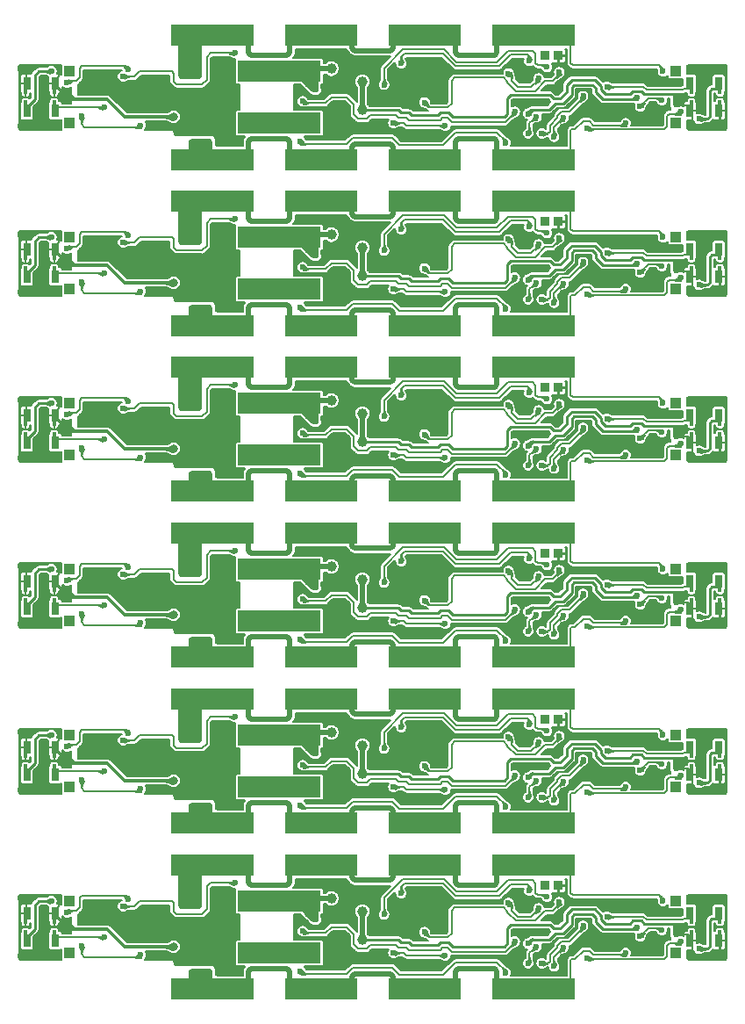
<source format=gbl>
%TF.GenerationSoftware,KiCad,Pcbnew,(5.1.9)-1*%
%TF.CreationDate,2021-04-24T22:34:29+09:00*%
%TF.ProjectId,motordecoder2-K3057,6d6f746f-7264-4656-936f-646572322d4b,rev?*%
%TF.SameCoordinates,Original*%
%TF.FileFunction,Copper,L2,Bot*%
%TF.FilePolarity,Positive*%
%FSLAX46Y46*%
G04 Gerber Fmt 4.6, Leading zero omitted, Abs format (unit mm)*
G04 Created by KiCad (PCBNEW (5.1.9)-1) date 2021-04-24 22:34:29*
%MOMM*%
%LPD*%
G01*
G04 APERTURE LIST*
%TA.AperFunction,SMDPad,CuDef*%
%ADD10R,8.000000X2.000000*%
%TD*%
%TA.AperFunction,SMDPad,CuDef*%
%ADD11R,7.000000X2.000000*%
%TD*%
%TA.AperFunction,SMDPad,CuDef*%
%ADD12R,0.300000X0.500000*%
%TD*%
%TA.AperFunction,SMDPad,CuDef*%
%ADD13R,0.750000X1.300000*%
%TD*%
%TA.AperFunction,ComponentPad*%
%ADD14R,1.000000X1.000000*%
%TD*%
%TA.AperFunction,ComponentPad*%
%ADD15R,0.950000X0.950000*%
%TD*%
%TA.AperFunction,ViaPad*%
%ADD16C,0.600000*%
%TD*%
%TA.AperFunction,ViaPad*%
%ADD17C,1.000000*%
%TD*%
%TA.AperFunction,ViaPad*%
%ADD18C,0.800000*%
%TD*%
%TA.AperFunction,Conductor*%
%ADD19C,0.500000*%
%TD*%
%TA.AperFunction,Conductor*%
%ADD20C,0.200000*%
%TD*%
%TA.AperFunction,Conductor*%
%ADD21C,0.250000*%
%TD*%
%TA.AperFunction,Conductor*%
%ADD22C,0.180000*%
%TD*%
%TA.AperFunction,Conductor*%
%ADD23C,0.300000*%
%TD*%
%TA.AperFunction,Conductor*%
%ADD24C,0.100000*%
%TD*%
%TA.AperFunction,Conductor*%
%ADD25C,0.025400*%
%TD*%
G04 APERTURE END LIST*
D10*
%TO.P,P28,1*%
%TO.N,RAIL-*%
X158000000Y-126500000D03*
%TD*%
%TO.P,P28,1*%
%TO.N,RAIL-*%
X158000000Y-110500000D03*
%TD*%
%TO.P,P28,1*%
%TO.N,RAIL-*%
X158000000Y-94500000D03*
%TD*%
%TO.P,P28,1*%
%TO.N,RAIL-*%
X158000000Y-78500000D03*
%TD*%
%TO.P,P28,1*%
%TO.N,RAIL-*%
X158000000Y-62500000D03*
%TD*%
%TO.P,P29,1*%
%TO.N,MOTOR+*%
X133500000Y-118000000D03*
%TD*%
%TO.P,P29,1*%
%TO.N,MOTOR+*%
X133500000Y-102000000D03*
%TD*%
%TO.P,P29,1*%
%TO.N,MOTOR+*%
X133500000Y-86000000D03*
%TD*%
%TO.P,P29,1*%
%TO.N,MOTOR+*%
X133500000Y-70000000D03*
%TD*%
%TO.P,P29,1*%
%TO.N,MOTOR+*%
X133500000Y-54000000D03*
%TD*%
%TO.P,P24,1*%
%TO.N,RAIL+*%
X158000000Y-114500000D03*
%TD*%
%TO.P,P24,1*%
%TO.N,RAIL+*%
X158000000Y-98500000D03*
%TD*%
%TO.P,P24,1*%
%TO.N,RAIL+*%
X158000000Y-82500000D03*
%TD*%
%TO.P,P24,1*%
%TO.N,RAIL+*%
X158000000Y-66500000D03*
%TD*%
%TO.P,P24,1*%
%TO.N,RAIL+*%
X158000000Y-50500000D03*
%TD*%
%TO.P,P31,1*%
%TO.N,MOTOR-*%
X133500000Y-123000000D03*
%TD*%
%TO.P,P31,1*%
%TO.N,MOTOR-*%
X133500000Y-107000000D03*
%TD*%
%TO.P,P31,1*%
%TO.N,MOTOR-*%
X133500000Y-91000000D03*
%TD*%
%TO.P,P31,1*%
%TO.N,MOTOR-*%
X133500000Y-75000000D03*
%TD*%
%TO.P,P31,1*%
%TO.N,MOTOR-*%
X133500000Y-59000000D03*
%TD*%
D11*
%TO.P,P26,1*%
%TO.N,RAIL-*%
X137500000Y-126500000D03*
%TD*%
%TO.P,P26,1*%
%TO.N,RAIL-*%
X137500000Y-110500000D03*
%TD*%
%TO.P,P26,1*%
%TO.N,RAIL-*%
X137500000Y-94500000D03*
%TD*%
%TO.P,P26,1*%
%TO.N,RAIL-*%
X137500000Y-78500000D03*
%TD*%
%TO.P,P26,1*%
%TO.N,RAIL-*%
X137500000Y-62500000D03*
%TD*%
%TO.P,P27,1*%
%TO.N,RAIL-*%
X147500000Y-126500000D03*
%TD*%
%TO.P,P27,1*%
%TO.N,RAIL-*%
X147500000Y-110500000D03*
%TD*%
%TO.P,P27,1*%
%TO.N,RAIL-*%
X147500000Y-94500000D03*
%TD*%
%TO.P,P27,1*%
%TO.N,RAIL-*%
X147500000Y-78500000D03*
%TD*%
%TO.P,P27,1*%
%TO.N,RAIL-*%
X147500000Y-62500000D03*
%TD*%
D10*
%TO.P,P25,1*%
%TO.N,RAIL-*%
X127000000Y-126500000D03*
%TD*%
%TO.P,P25,1*%
%TO.N,RAIL-*%
X127000000Y-110500000D03*
%TD*%
%TO.P,P25,1*%
%TO.N,RAIL-*%
X127000000Y-94500000D03*
%TD*%
%TO.P,P25,1*%
%TO.N,RAIL-*%
X127000000Y-78500000D03*
%TD*%
%TO.P,P25,1*%
%TO.N,RAIL-*%
X127000000Y-62500000D03*
%TD*%
D12*
%TO.P,D16,2*%
%TO.N,+12V*%
X111750000Y-119950000D03*
%TO.P,D16,1*%
%TO.N,Net-(D16-Pad1)*%
X111750000Y-121050000D03*
D13*
%TO.P,D16,2*%
%TO.N,+12V*%
X111875000Y-119200000D03*
%TO.P,D16,1*%
%TO.N,Net-(D16-Pad1)*%
X111875000Y-121800000D03*
%TD*%
D12*
%TO.P,D16,2*%
%TO.N,+12V*%
X111750000Y-103950000D03*
%TO.P,D16,1*%
%TO.N,Net-(D16-Pad1)*%
X111750000Y-105050000D03*
D13*
%TO.P,D16,2*%
%TO.N,+12V*%
X111875000Y-103200000D03*
%TO.P,D16,1*%
%TO.N,Net-(D16-Pad1)*%
X111875000Y-105800000D03*
%TD*%
D12*
%TO.P,D16,2*%
%TO.N,+12V*%
X111750000Y-87950000D03*
%TO.P,D16,1*%
%TO.N,Net-(D16-Pad1)*%
X111750000Y-89050000D03*
D13*
%TO.P,D16,2*%
%TO.N,+12V*%
X111875000Y-87200000D03*
%TO.P,D16,1*%
%TO.N,Net-(D16-Pad1)*%
X111875000Y-89800000D03*
%TD*%
D12*
%TO.P,D16,2*%
%TO.N,+12V*%
X111750000Y-71950000D03*
%TO.P,D16,1*%
%TO.N,Net-(D16-Pad1)*%
X111750000Y-73050000D03*
D13*
%TO.P,D16,2*%
%TO.N,+12V*%
X111875000Y-71200000D03*
%TO.P,D16,1*%
%TO.N,Net-(D16-Pad1)*%
X111875000Y-73800000D03*
%TD*%
D12*
%TO.P,D16,2*%
%TO.N,+12V*%
X111750000Y-55950000D03*
%TO.P,D16,1*%
%TO.N,Net-(D16-Pad1)*%
X111750000Y-57050000D03*
D13*
%TO.P,D16,2*%
%TO.N,+12V*%
X111875000Y-55200000D03*
%TO.P,D16,1*%
%TO.N,Net-(D16-Pad1)*%
X111875000Y-57800000D03*
%TD*%
D12*
%TO.P,D15,2*%
%TO.N,+12V*%
X173250000Y-121050000D03*
%TO.P,D15,1*%
%TO.N,Net-(D15-Pad1)*%
X173250000Y-119950000D03*
D13*
%TO.P,D15,2*%
%TO.N,+12V*%
X173125000Y-121800000D03*
%TO.P,D15,1*%
%TO.N,Net-(D15-Pad1)*%
X173125000Y-119200000D03*
%TD*%
D12*
%TO.P,D15,2*%
%TO.N,+12V*%
X173250000Y-105050000D03*
%TO.P,D15,1*%
%TO.N,Net-(D15-Pad1)*%
X173250000Y-103950000D03*
D13*
%TO.P,D15,2*%
%TO.N,+12V*%
X173125000Y-105800000D03*
%TO.P,D15,1*%
%TO.N,Net-(D15-Pad1)*%
X173125000Y-103200000D03*
%TD*%
D12*
%TO.P,D15,2*%
%TO.N,+12V*%
X173250000Y-89050000D03*
%TO.P,D15,1*%
%TO.N,Net-(D15-Pad1)*%
X173250000Y-87950000D03*
D13*
%TO.P,D15,2*%
%TO.N,+12V*%
X173125000Y-89800000D03*
%TO.P,D15,1*%
%TO.N,Net-(D15-Pad1)*%
X173125000Y-87200000D03*
%TD*%
D12*
%TO.P,D15,2*%
%TO.N,+12V*%
X173250000Y-73050000D03*
%TO.P,D15,1*%
%TO.N,Net-(D15-Pad1)*%
X173250000Y-71950000D03*
D13*
%TO.P,D15,2*%
%TO.N,+12V*%
X173125000Y-73800000D03*
%TO.P,D15,1*%
%TO.N,Net-(D15-Pad1)*%
X173125000Y-71200000D03*
%TD*%
D12*
%TO.P,D15,2*%
%TO.N,+12V*%
X173250000Y-57050000D03*
%TO.P,D15,1*%
%TO.N,Net-(D15-Pad1)*%
X173250000Y-55950000D03*
D13*
%TO.P,D15,2*%
%TO.N,+12V*%
X173125000Y-57800000D03*
%TO.P,D15,1*%
%TO.N,Net-(D15-Pad1)*%
X173125000Y-55200000D03*
%TD*%
D12*
%TO.P,D14,2*%
%TO.N,+12V*%
X176000000Y-121050000D03*
%TO.P,D14,1*%
%TO.N,Net-(D12-Pad1)*%
X176000000Y-119950000D03*
D13*
%TO.P,D14,2*%
%TO.N,+12V*%
X175875000Y-121800000D03*
%TO.P,D14,1*%
%TO.N,Net-(D12-Pad1)*%
X175875000Y-119200000D03*
%TD*%
D12*
%TO.P,D14,2*%
%TO.N,+12V*%
X176000000Y-105050000D03*
%TO.P,D14,1*%
%TO.N,Net-(D12-Pad1)*%
X176000000Y-103950000D03*
D13*
%TO.P,D14,2*%
%TO.N,+12V*%
X175875000Y-105800000D03*
%TO.P,D14,1*%
%TO.N,Net-(D12-Pad1)*%
X175875000Y-103200000D03*
%TD*%
D12*
%TO.P,D14,2*%
%TO.N,+12V*%
X176000000Y-89050000D03*
%TO.P,D14,1*%
%TO.N,Net-(D12-Pad1)*%
X176000000Y-87950000D03*
D13*
%TO.P,D14,2*%
%TO.N,+12V*%
X175875000Y-89800000D03*
%TO.P,D14,1*%
%TO.N,Net-(D12-Pad1)*%
X175875000Y-87200000D03*
%TD*%
D12*
%TO.P,D14,2*%
%TO.N,+12V*%
X176000000Y-73050000D03*
%TO.P,D14,1*%
%TO.N,Net-(D12-Pad1)*%
X176000000Y-71950000D03*
D13*
%TO.P,D14,2*%
%TO.N,+12V*%
X175875000Y-73800000D03*
%TO.P,D14,1*%
%TO.N,Net-(D12-Pad1)*%
X175875000Y-71200000D03*
%TD*%
D12*
%TO.P,D14,2*%
%TO.N,+12V*%
X176000000Y-57050000D03*
%TO.P,D14,1*%
%TO.N,Net-(D12-Pad1)*%
X176000000Y-55950000D03*
D13*
%TO.P,D14,2*%
%TO.N,+12V*%
X175875000Y-57800000D03*
%TO.P,D14,1*%
%TO.N,Net-(D12-Pad1)*%
X175875000Y-55200000D03*
%TD*%
%TO.P,D13,1*%
%TO.N,Net-(D11-Pad1)*%
X109125000Y-121800000D03*
%TO.P,D13,2*%
%TO.N,+12V*%
X109125000Y-119200000D03*
D12*
%TO.P,D13,1*%
%TO.N,Net-(D11-Pad1)*%
X109000000Y-121050000D03*
%TO.P,D13,2*%
%TO.N,+12V*%
X109000000Y-119950000D03*
%TD*%
D13*
%TO.P,D13,1*%
%TO.N,Net-(D11-Pad1)*%
X109125000Y-105800000D03*
%TO.P,D13,2*%
%TO.N,+12V*%
X109125000Y-103200000D03*
D12*
%TO.P,D13,1*%
%TO.N,Net-(D11-Pad1)*%
X109000000Y-105050000D03*
%TO.P,D13,2*%
%TO.N,+12V*%
X109000000Y-103950000D03*
%TD*%
D13*
%TO.P,D13,1*%
%TO.N,Net-(D11-Pad1)*%
X109125000Y-89800000D03*
%TO.P,D13,2*%
%TO.N,+12V*%
X109125000Y-87200000D03*
D12*
%TO.P,D13,1*%
%TO.N,Net-(D11-Pad1)*%
X109000000Y-89050000D03*
%TO.P,D13,2*%
%TO.N,+12V*%
X109000000Y-87950000D03*
%TD*%
D13*
%TO.P,D13,1*%
%TO.N,Net-(D11-Pad1)*%
X109125000Y-73800000D03*
%TO.P,D13,2*%
%TO.N,+12V*%
X109125000Y-71200000D03*
D12*
%TO.P,D13,1*%
%TO.N,Net-(D11-Pad1)*%
X109000000Y-73050000D03*
%TO.P,D13,2*%
%TO.N,+12V*%
X109000000Y-71950000D03*
%TD*%
D13*
%TO.P,D13,1*%
%TO.N,Net-(D11-Pad1)*%
X109125000Y-57800000D03*
%TO.P,D13,2*%
%TO.N,+12V*%
X109125000Y-55200000D03*
D12*
%TO.P,D13,1*%
%TO.N,Net-(D11-Pad1)*%
X109000000Y-57050000D03*
%TO.P,D13,2*%
%TO.N,+12V*%
X109000000Y-55950000D03*
%TD*%
D11*
%TO.P,P22,1*%
%TO.N,RAIL+*%
X137500000Y-114500000D03*
%TD*%
%TO.P,P22,1*%
%TO.N,RAIL+*%
X137500000Y-98500000D03*
%TD*%
%TO.P,P22,1*%
%TO.N,RAIL+*%
X137500000Y-82500000D03*
%TD*%
%TO.P,P22,1*%
%TO.N,RAIL+*%
X137500000Y-66500000D03*
%TD*%
%TO.P,P22,1*%
%TO.N,RAIL+*%
X137500000Y-50500000D03*
%TD*%
D10*
%TO.P,P21,1*%
%TO.N,RAIL+*%
X127000000Y-114500000D03*
%TD*%
%TO.P,P21,1*%
%TO.N,RAIL+*%
X127000000Y-98500000D03*
%TD*%
%TO.P,P21,1*%
%TO.N,RAIL+*%
X127000000Y-82500000D03*
%TD*%
%TO.P,P21,1*%
%TO.N,RAIL+*%
X127000000Y-66500000D03*
%TD*%
%TO.P,P21,1*%
%TO.N,RAIL+*%
X127000000Y-50500000D03*
%TD*%
D14*
%TO.P,J14,1*%
%TO.N,Net-(J14-Pad1)*%
X113250000Y-123000000D03*
%TD*%
%TO.P,J14,1*%
%TO.N,Net-(J14-Pad1)*%
X113250000Y-107000000D03*
%TD*%
%TO.P,J14,1*%
%TO.N,Net-(J14-Pad1)*%
X113250000Y-91000000D03*
%TD*%
%TO.P,J14,1*%
%TO.N,Net-(J14-Pad1)*%
X113250000Y-75000000D03*
%TD*%
%TO.P,J14,1*%
%TO.N,Net-(J14-Pad1)*%
X113250000Y-59000000D03*
%TD*%
%TO.P,J18,1*%
%TO.N,Net-(J18-Pad1)*%
X113250000Y-118000000D03*
%TD*%
%TO.P,J18,1*%
%TO.N,Net-(J18-Pad1)*%
X113250000Y-102000000D03*
%TD*%
%TO.P,J18,1*%
%TO.N,Net-(J18-Pad1)*%
X113250000Y-86000000D03*
%TD*%
%TO.P,J18,1*%
%TO.N,Net-(J18-Pad1)*%
X113250000Y-70000000D03*
%TD*%
%TO.P,J18,1*%
%TO.N,Net-(J18-Pad1)*%
X113250000Y-54000000D03*
%TD*%
%TO.P,J16,1*%
%TO.N,Net-(J16-Pad1)*%
X171750000Y-118000000D03*
%TD*%
%TO.P,J16,1*%
%TO.N,Net-(J16-Pad1)*%
X171750000Y-102000000D03*
%TD*%
%TO.P,J16,1*%
%TO.N,Net-(J16-Pad1)*%
X171750000Y-86000000D03*
%TD*%
%TO.P,J16,1*%
%TO.N,Net-(J16-Pad1)*%
X171750000Y-70000000D03*
%TD*%
%TO.P,J16,1*%
%TO.N,Net-(J16-Pad1)*%
X171750000Y-54000000D03*
%TD*%
%TO.P,J12,1*%
%TO.N,Net-(J12-Pad1)*%
X171750000Y-123000000D03*
%TD*%
%TO.P,J12,1*%
%TO.N,Net-(J12-Pad1)*%
X171750000Y-107000000D03*
%TD*%
%TO.P,J12,1*%
%TO.N,Net-(J12-Pad1)*%
X171750000Y-91000000D03*
%TD*%
%TO.P,J12,1*%
%TO.N,Net-(J12-Pad1)*%
X171750000Y-75000000D03*
%TD*%
%TO.P,J12,1*%
%TO.N,Net-(J12-Pad1)*%
X171750000Y-59000000D03*
%TD*%
D15*
%TO.P,P9,2*%
%TO.N,GND*%
X160385000Y-116500000D03*
%TO.P,P9,1*%
%TO.N,UPDI*%
X159115000Y-116500000D03*
%TD*%
%TO.P,P9,2*%
%TO.N,GND*%
X160385000Y-100500000D03*
%TO.P,P9,1*%
%TO.N,UPDI*%
X159115000Y-100500000D03*
%TD*%
%TO.P,P9,2*%
%TO.N,GND*%
X160385000Y-84500000D03*
%TO.P,P9,1*%
%TO.N,UPDI*%
X159115000Y-84500000D03*
%TD*%
%TO.P,P9,2*%
%TO.N,GND*%
X160385000Y-68500000D03*
%TO.P,P9,1*%
%TO.N,UPDI*%
X159115000Y-68500000D03*
%TD*%
%TO.P,P9,2*%
%TO.N,GND*%
X160385000Y-52500000D03*
%TO.P,P9,1*%
%TO.N,UPDI*%
X159115000Y-52500000D03*
%TD*%
D11*
%TO.P,P23,1*%
%TO.N,RAIL+*%
X147500000Y-114500000D03*
%TD*%
%TO.P,P23,1*%
%TO.N,RAIL+*%
X147500000Y-98500000D03*
%TD*%
%TO.P,P23,1*%
%TO.N,RAIL+*%
X147500000Y-82500000D03*
%TD*%
%TO.P,P23,1*%
%TO.N,RAIL+*%
X147500000Y-66500000D03*
%TD*%
%TO.P,P23,1*%
%TO.N,RAIL+*%
X147500000Y-50500000D03*
%TD*%
D14*
%TO.P,J12,1*%
%TO.N,Net-(J12-Pad1)*%
X171750000Y-43000000D03*
%TD*%
%TO.P,J14,1*%
%TO.N,Net-(J14-Pad1)*%
X113250000Y-43000000D03*
%TD*%
%TO.P,J16,1*%
%TO.N,Net-(J16-Pad1)*%
X171750000Y-38000000D03*
%TD*%
%TO.P,J18,1*%
%TO.N,Net-(J18-Pad1)*%
X113250000Y-38000000D03*
%TD*%
D15*
%TO.P,P9,1*%
%TO.N,UPDI*%
X159115000Y-36500000D03*
%TO.P,P9,2*%
%TO.N,GND*%
X160385000Y-36500000D03*
%TD*%
D10*
%TO.P,P21,1*%
%TO.N,RAIL+*%
X127000000Y-34500000D03*
%TD*%
D11*
%TO.P,P22,1*%
%TO.N,RAIL+*%
X137500000Y-34500000D03*
%TD*%
%TO.P,P23,1*%
%TO.N,RAIL+*%
X147500000Y-34500000D03*
%TD*%
D10*
%TO.P,P24,1*%
%TO.N,RAIL+*%
X158000000Y-34500000D03*
%TD*%
%TO.P,P25,1*%
%TO.N,RAIL-*%
X127000000Y-46500000D03*
%TD*%
D11*
%TO.P,P26,1*%
%TO.N,RAIL-*%
X137500000Y-46500000D03*
%TD*%
%TO.P,P27,1*%
%TO.N,RAIL-*%
X147500000Y-46500000D03*
%TD*%
D10*
%TO.P,P28,1*%
%TO.N,RAIL-*%
X158000000Y-46500000D03*
%TD*%
%TO.P,P29,1*%
%TO.N,MOTOR+*%
X133500000Y-38000000D03*
%TD*%
%TO.P,P31,1*%
%TO.N,MOTOR-*%
X133500000Y-43000000D03*
%TD*%
D13*
%TO.P,D15,1*%
%TO.N,Net-(D15-Pad1)*%
X173125000Y-39200000D03*
%TO.P,D15,2*%
%TO.N,+12V*%
X173125000Y-41800000D03*
D12*
%TO.P,D15,1*%
%TO.N,Net-(D15-Pad1)*%
X173250000Y-39950000D03*
%TO.P,D15,2*%
%TO.N,+12V*%
X173250000Y-41050000D03*
%TD*%
%TO.P,D13,2*%
%TO.N,+12V*%
X109000000Y-39950000D03*
%TO.P,D13,1*%
%TO.N,Net-(D11-Pad1)*%
X109000000Y-41050000D03*
D13*
%TO.P,D13,2*%
%TO.N,+12V*%
X109125000Y-39200000D03*
%TO.P,D13,1*%
%TO.N,Net-(D11-Pad1)*%
X109125000Y-41800000D03*
%TD*%
%TO.P,D14,1*%
%TO.N,Net-(D12-Pad1)*%
X175875000Y-39200000D03*
%TO.P,D14,2*%
%TO.N,+12V*%
X175875000Y-41800000D03*
D12*
%TO.P,D14,1*%
%TO.N,Net-(D12-Pad1)*%
X176000000Y-39950000D03*
%TO.P,D14,2*%
%TO.N,+12V*%
X176000000Y-41050000D03*
%TD*%
D13*
%TO.P,D16,1*%
%TO.N,Net-(D16-Pad1)*%
X111875000Y-41800000D03*
%TO.P,D16,2*%
%TO.N,+12V*%
X111875000Y-39200000D03*
D12*
%TO.P,D16,1*%
%TO.N,Net-(D16-Pad1)*%
X111750000Y-41050000D03*
%TO.P,D16,2*%
%TO.N,+12V*%
X111750000Y-39950000D03*
%TD*%
D16*
%TO.N,MOTOR+*%
X136250000Y-39250000D03*
D17*
X138500000Y-37750000D03*
D16*
X137000000Y-39800000D03*
X136250000Y-55250000D03*
X136250000Y-71250000D03*
X136250000Y-87250000D03*
X136250000Y-103250000D03*
X136250000Y-119250000D03*
X137000000Y-55800000D03*
X137000000Y-71800000D03*
X137000000Y-87800000D03*
X137000000Y-103800000D03*
X137000000Y-119800000D03*
D17*
X138500000Y-53750000D03*
X138500000Y-69750000D03*
X138500000Y-85750000D03*
X138500000Y-101750000D03*
X138500000Y-117750000D03*
%TO.N,MOTOR-*%
X136500000Y-42500000D03*
X136500000Y-58500000D03*
X136500000Y-74500000D03*
X136500000Y-90500000D03*
X136500000Y-106500000D03*
X136500000Y-122500000D03*
D16*
%TO.N,RAIL+*%
X156600000Y-34500000D03*
D18*
X149500000Y-34750000D03*
D16*
X158400000Y-34500000D03*
X170500000Y-38000000D03*
X170400000Y-40800000D03*
X168300000Y-41400000D03*
D18*
X125300000Y-38000000D03*
X125300000Y-37100000D03*
D16*
X158400000Y-50500000D03*
X158400000Y-66500000D03*
X158400000Y-82500000D03*
X158400000Y-98500000D03*
X158400000Y-114500000D03*
D18*
X149500000Y-50750000D03*
X149500000Y-66750000D03*
X149500000Y-82750000D03*
X149500000Y-98750000D03*
X149500000Y-114750000D03*
D16*
X156600000Y-50500000D03*
X156600000Y-66500000D03*
X156600000Y-82500000D03*
X156600000Y-98500000D03*
X156600000Y-114500000D03*
X168300000Y-57400000D03*
X168300000Y-73400000D03*
X168300000Y-89400000D03*
X168300000Y-105400000D03*
X168300000Y-121400000D03*
X170500000Y-54000000D03*
X170500000Y-70000000D03*
X170500000Y-86000000D03*
X170500000Y-102000000D03*
X170500000Y-118000000D03*
D18*
X125300000Y-54000000D03*
X125300000Y-70000000D03*
X125300000Y-86000000D03*
X125300000Y-102000000D03*
X125300000Y-118000000D03*
X125300000Y-53100000D03*
X125300000Y-69100000D03*
X125300000Y-85100000D03*
X125300000Y-101100000D03*
X125300000Y-117100000D03*
D16*
X170400000Y-56800000D03*
X170400000Y-72800000D03*
X170400000Y-88800000D03*
X170400000Y-104800000D03*
X170400000Y-120800000D03*
D18*
%TO.N,RAIL-*%
X134750000Y-46250000D03*
D16*
X158700000Y-45950000D03*
X156250000Y-45950000D03*
X166900000Y-43000000D03*
D18*
X125500000Y-45000000D03*
X126400000Y-45000000D03*
D16*
X166900000Y-59000000D03*
X166900000Y-75000000D03*
X166900000Y-91000000D03*
X166900000Y-107000000D03*
X166900000Y-123000000D03*
D18*
X134750000Y-62250000D03*
X134750000Y-78250000D03*
X134750000Y-94250000D03*
X134750000Y-110250000D03*
X134750000Y-126250000D03*
D16*
X158700000Y-61950000D03*
X158700000Y-77950000D03*
X158700000Y-93950000D03*
X158700000Y-109950000D03*
X158700000Y-125950000D03*
D18*
X125500000Y-61000000D03*
X125500000Y-77000000D03*
X125500000Y-93000000D03*
X125500000Y-109000000D03*
X125500000Y-125000000D03*
X126400000Y-61000000D03*
X126400000Y-77000000D03*
X126400000Y-93000000D03*
X126400000Y-109000000D03*
X126400000Y-125000000D03*
D16*
X156250000Y-61950000D03*
X156250000Y-77950000D03*
X156250000Y-93950000D03*
X156250000Y-109950000D03*
X156250000Y-125950000D03*
D17*
%TO.N,+12V*%
X141500000Y-39000000D03*
X141500000Y-41750000D03*
D16*
X172000000Y-40400000D03*
D18*
X123300000Y-42400000D03*
X113000000Y-40100000D03*
D16*
X172000000Y-56400000D03*
X172000000Y-72400000D03*
X172000000Y-88400000D03*
X172000000Y-104400000D03*
X172000000Y-120400000D03*
D17*
X141500000Y-55000000D03*
X141500000Y-71000000D03*
X141500000Y-87000000D03*
X141500000Y-103000000D03*
X141500000Y-119000000D03*
D18*
X113000000Y-56100000D03*
X113000000Y-72100000D03*
X113000000Y-88100000D03*
X113000000Y-104100000D03*
X113000000Y-120100000D03*
D17*
X141500000Y-57750000D03*
X141500000Y-73750000D03*
X141500000Y-89750000D03*
X141500000Y-105750000D03*
X141500000Y-121750000D03*
D18*
X123300000Y-58400000D03*
X123300000Y-74400000D03*
X123300000Y-90400000D03*
X123300000Y-106400000D03*
X123300000Y-122400000D03*
D16*
%TO.N,GND*%
X160250000Y-40000000D03*
X149250000Y-40000000D03*
D18*
X139000000Y-39750000D03*
X139000000Y-41250000D03*
X138750000Y-36500000D03*
X137500000Y-36250000D03*
D16*
X139750000Y-44250000D03*
X147250000Y-37100000D03*
X149250000Y-44250000D03*
X149250000Y-40750000D03*
X141500000Y-43750000D03*
X159250000Y-41000000D03*
X156900000Y-38300000D03*
X155800000Y-37300000D03*
X156900000Y-38900000D03*
X155200000Y-43700000D03*
X156500000Y-44600000D03*
X166100000Y-41700000D03*
X164000000Y-41200000D03*
X171100000Y-39100000D03*
X170700000Y-41600000D03*
X160900000Y-44900000D03*
X171900000Y-39100000D03*
X121000000Y-40500000D03*
X122500000Y-38800000D03*
X123900000Y-41600000D03*
X124800000Y-40500000D03*
X129000000Y-41200000D03*
X114900000Y-39500000D03*
X156500000Y-60600000D03*
X156500000Y-76600000D03*
X156500000Y-92600000D03*
X156500000Y-108600000D03*
X156500000Y-124600000D03*
X166100000Y-57700000D03*
X166100000Y-73700000D03*
X166100000Y-89700000D03*
X166100000Y-105700000D03*
X166100000Y-121700000D03*
X171900000Y-55100000D03*
X171900000Y-71100000D03*
X171900000Y-87100000D03*
X171900000Y-103100000D03*
X171900000Y-119100000D03*
X171100000Y-55100000D03*
X171100000Y-71100000D03*
X171100000Y-87100000D03*
X171100000Y-103100000D03*
X171100000Y-119100000D03*
X123900000Y-57600000D03*
X123900000Y-73600000D03*
X123900000Y-89600000D03*
X123900000Y-105600000D03*
X123900000Y-121600000D03*
X121000000Y-56500000D03*
X121000000Y-72500000D03*
X121000000Y-88500000D03*
X121000000Y-104500000D03*
X121000000Y-120500000D03*
X170700000Y-57600000D03*
X170700000Y-73600000D03*
X170700000Y-89600000D03*
X170700000Y-105600000D03*
X170700000Y-121600000D03*
X124800000Y-56500000D03*
X124800000Y-72500000D03*
X124800000Y-88500000D03*
X124800000Y-104500000D03*
X124800000Y-120500000D03*
X114900000Y-55500000D03*
X114900000Y-71500000D03*
X114900000Y-87500000D03*
X114900000Y-103500000D03*
X114900000Y-119500000D03*
X164000000Y-57200000D03*
X164000000Y-73200000D03*
X164000000Y-89200000D03*
X164000000Y-105200000D03*
X164000000Y-121200000D03*
X160900000Y-60900000D03*
X160900000Y-76900000D03*
X160900000Y-92900000D03*
X160900000Y-108900000D03*
X160900000Y-124900000D03*
X129000000Y-57200000D03*
X129000000Y-73200000D03*
X129000000Y-89200000D03*
X129000000Y-105200000D03*
X129000000Y-121200000D03*
X122500000Y-54800000D03*
X122500000Y-70800000D03*
X122500000Y-86800000D03*
X122500000Y-102800000D03*
X122500000Y-118800000D03*
X139750000Y-60250000D03*
X139750000Y-76250000D03*
X139750000Y-92250000D03*
X139750000Y-108250000D03*
X139750000Y-124250000D03*
D18*
X138750000Y-52500000D03*
X138750000Y-68500000D03*
X138750000Y-84500000D03*
X138750000Y-100500000D03*
X138750000Y-116500000D03*
D16*
X155800000Y-53300000D03*
X155800000Y-69300000D03*
X155800000Y-85300000D03*
X155800000Y-101300000D03*
X155800000Y-117300000D03*
X149250000Y-56750000D03*
X149250000Y-72750000D03*
X149250000Y-88750000D03*
X149250000Y-104750000D03*
X149250000Y-120750000D03*
X156900000Y-54900000D03*
X156900000Y-70900000D03*
X156900000Y-86900000D03*
X156900000Y-102900000D03*
X156900000Y-118900000D03*
X141500000Y-59750000D03*
X141500000Y-75750000D03*
X141500000Y-91750000D03*
X141500000Y-107750000D03*
X141500000Y-123750000D03*
X155200000Y-59700000D03*
X155200000Y-75700000D03*
X155200000Y-91700000D03*
X155200000Y-107700000D03*
X155200000Y-123700000D03*
X149250000Y-56000000D03*
X149250000Y-72000000D03*
X149250000Y-88000000D03*
X149250000Y-104000000D03*
X149250000Y-120000000D03*
D18*
X139000000Y-55750000D03*
X139000000Y-71750000D03*
X139000000Y-87750000D03*
X139000000Y-103750000D03*
X139000000Y-119750000D03*
D16*
X160250000Y-56000000D03*
X160250000Y-72000000D03*
X160250000Y-88000000D03*
X160250000Y-104000000D03*
X160250000Y-120000000D03*
D18*
X137500000Y-52250000D03*
X137500000Y-68250000D03*
X137500000Y-84250000D03*
X137500000Y-100250000D03*
X137500000Y-116250000D03*
D16*
X159250000Y-57000000D03*
X159250000Y-73000000D03*
X159250000Y-89000000D03*
X159250000Y-105000000D03*
X159250000Y-121000000D03*
D18*
X139000000Y-57250000D03*
X139000000Y-73250000D03*
X139000000Y-89250000D03*
X139000000Y-105250000D03*
X139000000Y-121250000D03*
D16*
X156900000Y-54300000D03*
X156900000Y-70300000D03*
X156900000Y-86300000D03*
X156900000Y-102300000D03*
X156900000Y-118300000D03*
X147250000Y-53100000D03*
X147250000Y-69100000D03*
X147250000Y-85100000D03*
X147250000Y-101100000D03*
X147250000Y-117100000D03*
X149250000Y-60250000D03*
X149250000Y-76250000D03*
X149250000Y-92250000D03*
X149250000Y-108250000D03*
X149250000Y-124250000D03*
%TO.N,+5V*%
X157500000Y-42100000D03*
X168000000Y-40500000D03*
X157500000Y-58100000D03*
X157500000Y-74100000D03*
X157500000Y-90100000D03*
X157500000Y-106100000D03*
X157500000Y-122100000D03*
X168000000Y-56500000D03*
X168000000Y-72500000D03*
X168000000Y-88500000D03*
X168000000Y-104500000D03*
X168000000Y-120500000D03*
%TO.N,Net-(D11-Pad1)*%
X118900000Y-37800000D03*
X113000000Y-39100000D03*
X111500000Y-38000000D03*
X113000000Y-55100000D03*
X113000000Y-71100000D03*
X113000000Y-87100000D03*
X113000000Y-103100000D03*
X113000000Y-119100000D03*
X111500000Y-54000000D03*
X111500000Y-70000000D03*
X111500000Y-86000000D03*
X111500000Y-102000000D03*
X111500000Y-118000000D03*
X118900000Y-53800000D03*
X118900000Y-69800000D03*
X118900000Y-85800000D03*
X118900000Y-101800000D03*
X118900000Y-117800000D03*
%TO.N,Net-(D12-Pad1)*%
X163200000Y-43500000D03*
X172200000Y-41900000D03*
X174000000Y-42600000D03*
X174000000Y-58600000D03*
X174000000Y-74600000D03*
X174000000Y-90600000D03*
X174000000Y-106600000D03*
X174000000Y-122600000D03*
X172200000Y-57900000D03*
X172200000Y-73900000D03*
X172200000Y-89900000D03*
X172200000Y-105900000D03*
X172200000Y-121900000D03*
X163200000Y-59500000D03*
X163200000Y-75500000D03*
X163200000Y-91500000D03*
X163200000Y-107500000D03*
X163200000Y-123500000D03*
%TO.N,Net-(J19-Pad1)*%
X120100000Y-43200000D03*
X114400000Y-42300000D03*
X114400000Y-58300000D03*
X114400000Y-74300000D03*
X114400000Y-90300000D03*
X114400000Y-106300000D03*
X114400000Y-122300000D03*
X120100000Y-59200000D03*
X120100000Y-75200000D03*
X120100000Y-91200000D03*
X120100000Y-107200000D03*
X120100000Y-123200000D03*
%TO.N,REV*%
X143600000Y-39300000D03*
X159300000Y-37600000D03*
X143600000Y-55300000D03*
X143600000Y-71300000D03*
X143600000Y-87300000D03*
X143600000Y-103300000D03*
X143600000Y-119300000D03*
X159300000Y-53600000D03*
X159300000Y-69600000D03*
X159300000Y-85600000D03*
X159300000Y-101600000D03*
X159300000Y-117600000D03*
%TO.N,FWD*%
X144500000Y-43000000D03*
X149500000Y-43250000D03*
X144500000Y-59000000D03*
X144500000Y-75000000D03*
X144500000Y-91000000D03*
X144500000Y-107000000D03*
X144500000Y-123000000D03*
X149500000Y-59250000D03*
X149500000Y-75250000D03*
X149500000Y-91250000D03*
X149500000Y-107250000D03*
X149500000Y-123250000D03*
%TO.N,Func1*%
X145250000Y-37250000D03*
X157600000Y-37000000D03*
X129250000Y-36250000D03*
X118398498Y-38499999D03*
X157600000Y-53000000D03*
X157600000Y-69000000D03*
X157600000Y-85000000D03*
X157600000Y-101000000D03*
X157600000Y-117000000D03*
X145250000Y-53250000D03*
X145250000Y-69250000D03*
X145250000Y-85250000D03*
X145250000Y-101250000D03*
X145250000Y-117250000D03*
X129250000Y-52250000D03*
X129250000Y-68250000D03*
X129250000Y-84250000D03*
X129250000Y-100250000D03*
X129250000Y-116250000D03*
X118398498Y-54499999D03*
X118398498Y-70499999D03*
X118398498Y-86499999D03*
X118398498Y-102499999D03*
X118398498Y-118499999D03*
%TO.N,Func7*%
X160000000Y-44300000D03*
X160900000Y-42500000D03*
X160000000Y-60300000D03*
X160000000Y-76300000D03*
X160000000Y-92300000D03*
X160000000Y-108300000D03*
X160000000Y-124300000D03*
X160900000Y-58500000D03*
X160900000Y-74500000D03*
X160900000Y-90500000D03*
X160900000Y-106500000D03*
X160900000Y-122500000D03*
%TO.N,Func3*%
X135500000Y-44750000D03*
X155300000Y-44900000D03*
X135500000Y-60750000D03*
X135500000Y-76750000D03*
X135500000Y-92750000D03*
X135500000Y-108750000D03*
X135500000Y-124750000D03*
X155300000Y-60900000D03*
X155300000Y-76900000D03*
X155300000Y-92900000D03*
X155300000Y-108900000D03*
X155300000Y-124900000D03*
%TO.N,ABC-*%
X147500000Y-41000000D03*
X160500000Y-38100000D03*
X147500000Y-57000000D03*
X147500000Y-73000000D03*
X147500000Y-89000000D03*
X147500000Y-105000000D03*
X147500000Y-121000000D03*
X160500000Y-54100000D03*
X160500000Y-70100000D03*
X160500000Y-86100000D03*
X160500000Y-102100000D03*
X160500000Y-118100000D03*
%TO.N,PWM*%
X158800000Y-44000000D03*
X162800000Y-40400000D03*
X158800000Y-60000000D03*
X158800000Y-76000000D03*
X158800000Y-92000000D03*
X158800000Y-108000000D03*
X158800000Y-124000000D03*
X162800000Y-56400000D03*
X162800000Y-72400000D03*
X162800000Y-88400000D03*
X162800000Y-104400000D03*
X162800000Y-120400000D03*
%TO.N,BEMF*%
X158500000Y-38700000D03*
X155600000Y-38200000D03*
X155600000Y-54200000D03*
X155600000Y-70200000D03*
X155600000Y-86200000D03*
X155600000Y-102200000D03*
X155600000Y-118200000D03*
X158500000Y-54700000D03*
X158500000Y-70700000D03*
X158500000Y-86700000D03*
X158500000Y-102700000D03*
X158500000Y-118700000D03*
%TO.N,Net-(D15-Pad1)*%
X165100000Y-39500000D03*
X165100000Y-55500000D03*
X165100000Y-71500000D03*
X165100000Y-87500000D03*
X165100000Y-103500000D03*
X165100000Y-119500000D03*
%TO.N,Net-(D16-Pad1)*%
X116600000Y-41500000D03*
X116600000Y-57500000D03*
X116600000Y-73500000D03*
X116600000Y-89500000D03*
X116600000Y-105500000D03*
X116600000Y-121500000D03*
%TO.N,Net-(R10-Pad1)*%
X135750000Y-40900000D03*
X156200000Y-41900000D03*
X156200000Y-57900000D03*
X156200000Y-73900000D03*
X156200000Y-89900000D03*
X156200000Y-105900000D03*
X156200000Y-121900000D03*
X135750000Y-56900000D03*
X135750000Y-72900000D03*
X135750000Y-88900000D03*
X135750000Y-104900000D03*
X135750000Y-120900000D03*
%TO.N,Net-(R18-Pad1)*%
X157500000Y-44000000D03*
X158300000Y-42400000D03*
X157500000Y-60000000D03*
X157500000Y-76000000D03*
X157500000Y-92000000D03*
X157500000Y-108000000D03*
X157500000Y-124000000D03*
X158300000Y-58400000D03*
X158300000Y-74400000D03*
X158300000Y-90400000D03*
X158300000Y-106400000D03*
X158300000Y-122400000D03*
%TD*%
D19*
%TO.N,MOTOR+*%
X135800000Y-38800000D02*
X136200000Y-39200000D01*
X136500000Y-38750000D02*
X136500000Y-39250000D01*
X133750000Y-37500000D02*
X133250000Y-38000000D01*
X138750000Y-37750000D02*
X135000000Y-37750000D01*
X135750000Y-38000000D02*
X136500000Y-38750000D01*
X133250000Y-38000000D02*
X134500000Y-38000000D01*
X136500000Y-39500000D02*
X136500000Y-39250000D01*
X137000000Y-39400000D02*
X137000000Y-38800000D01*
X135800000Y-38000000D02*
X133500000Y-38000000D01*
X137000000Y-39200000D02*
X135800000Y-38000000D01*
X137000000Y-39400000D02*
X137000000Y-39800000D01*
X136800000Y-39800000D02*
X136250000Y-39250000D01*
X137000000Y-39800000D02*
X136800000Y-39800000D01*
X136650000Y-39400000D02*
X136500000Y-39250000D01*
X137000000Y-39400000D02*
X136650000Y-39400000D01*
X136500000Y-54750000D02*
X136500000Y-55250000D01*
X136500000Y-70750000D02*
X136500000Y-71250000D01*
X136500000Y-86750000D02*
X136500000Y-87250000D01*
X136500000Y-102750000D02*
X136500000Y-103250000D01*
X136500000Y-118750000D02*
X136500000Y-119250000D01*
X135800000Y-54800000D02*
X136200000Y-55200000D01*
X135800000Y-70800000D02*
X136200000Y-71200000D01*
X135800000Y-86800000D02*
X136200000Y-87200000D01*
X135800000Y-102800000D02*
X136200000Y-103200000D01*
X135800000Y-118800000D02*
X136200000Y-119200000D01*
X135800000Y-54000000D02*
X133500000Y-54000000D01*
X135800000Y-70000000D02*
X133500000Y-70000000D01*
X135800000Y-86000000D02*
X133500000Y-86000000D01*
X135800000Y-102000000D02*
X133500000Y-102000000D01*
X135800000Y-118000000D02*
X133500000Y-118000000D01*
X133750000Y-53500000D02*
X133250000Y-54000000D01*
X133750000Y-69500000D02*
X133250000Y-70000000D01*
X133750000Y-85500000D02*
X133250000Y-86000000D01*
X133750000Y-101500000D02*
X133250000Y-102000000D01*
X133750000Y-117500000D02*
X133250000Y-118000000D01*
X136500000Y-55500000D02*
X136500000Y-55250000D01*
X136500000Y-71500000D02*
X136500000Y-71250000D01*
X136500000Y-87500000D02*
X136500000Y-87250000D01*
X136500000Y-103500000D02*
X136500000Y-103250000D01*
X136500000Y-119500000D02*
X136500000Y-119250000D01*
X137000000Y-55400000D02*
X136650000Y-55400000D01*
X137000000Y-71400000D02*
X136650000Y-71400000D01*
X137000000Y-87400000D02*
X136650000Y-87400000D01*
X137000000Y-103400000D02*
X136650000Y-103400000D01*
X137000000Y-119400000D02*
X136650000Y-119400000D01*
X136650000Y-55400000D02*
X136500000Y-55250000D01*
X136650000Y-71400000D02*
X136500000Y-71250000D01*
X136650000Y-87400000D02*
X136500000Y-87250000D01*
X136650000Y-103400000D02*
X136500000Y-103250000D01*
X136650000Y-119400000D02*
X136500000Y-119250000D01*
X137000000Y-55400000D02*
X137000000Y-55800000D01*
X137000000Y-71400000D02*
X137000000Y-71800000D01*
X137000000Y-87400000D02*
X137000000Y-87800000D01*
X137000000Y-103400000D02*
X137000000Y-103800000D01*
X137000000Y-119400000D02*
X137000000Y-119800000D01*
X137000000Y-55200000D02*
X135800000Y-54000000D01*
X137000000Y-71200000D02*
X135800000Y-70000000D01*
X137000000Y-87200000D02*
X135800000Y-86000000D01*
X137000000Y-103200000D02*
X135800000Y-102000000D01*
X137000000Y-119200000D02*
X135800000Y-118000000D01*
X133250000Y-54000000D02*
X134500000Y-54000000D01*
X133250000Y-70000000D02*
X134500000Y-70000000D01*
X133250000Y-86000000D02*
X134500000Y-86000000D01*
X133250000Y-102000000D02*
X134500000Y-102000000D01*
X133250000Y-118000000D02*
X134500000Y-118000000D01*
X138750000Y-53750000D02*
X135000000Y-53750000D01*
X138750000Y-69750000D02*
X135000000Y-69750000D01*
X138750000Y-85750000D02*
X135000000Y-85750000D01*
X138750000Y-101750000D02*
X135000000Y-101750000D01*
X138750000Y-117750000D02*
X135000000Y-117750000D01*
X135750000Y-54000000D02*
X136500000Y-54750000D01*
X135750000Y-70000000D02*
X136500000Y-70750000D01*
X135750000Y-86000000D02*
X136500000Y-86750000D01*
X135750000Y-102000000D02*
X136500000Y-102750000D01*
X135750000Y-118000000D02*
X136500000Y-118750000D01*
X137000000Y-55400000D02*
X137000000Y-54800000D01*
X137000000Y-71400000D02*
X137000000Y-70800000D01*
X137000000Y-87400000D02*
X137000000Y-86800000D01*
X137000000Y-103400000D02*
X137000000Y-102800000D01*
X137000000Y-119400000D02*
X137000000Y-118800000D01*
X136800000Y-55800000D02*
X136250000Y-55250000D01*
X136800000Y-71800000D02*
X136250000Y-71250000D01*
X136800000Y-87800000D02*
X136250000Y-87250000D01*
X136800000Y-103800000D02*
X136250000Y-103250000D01*
X136800000Y-119800000D02*
X136250000Y-119250000D01*
X137000000Y-55800000D02*
X136800000Y-55800000D01*
X137000000Y-71800000D02*
X136800000Y-71800000D01*
X137000000Y-87800000D02*
X136800000Y-87800000D01*
X137000000Y-103800000D02*
X136800000Y-103800000D01*
X137000000Y-119800000D02*
X136800000Y-119800000D01*
D20*
%TO.N,RAIL+*%
X161600000Y-36250000D02*
X161600000Y-34750000D01*
D19*
X127000000Y-34500000D02*
X130000000Y-34500000D01*
X135500000Y-34500000D02*
X137500000Y-34500000D01*
X130000000Y-34500000D02*
X130500000Y-35000000D01*
X130500000Y-35000000D02*
X130500000Y-36250000D01*
X130500000Y-36250000D02*
X130750000Y-36500000D01*
X134250000Y-36500000D02*
X134500000Y-36250000D01*
X130750000Y-36500000D02*
X134250000Y-36500000D01*
X134500000Y-35000000D02*
X135000000Y-34500000D01*
X134500000Y-36250000D02*
X134500000Y-35000000D01*
X135000000Y-34500000D02*
X135500000Y-34500000D01*
X137500000Y-34500000D02*
X140000000Y-34500000D01*
X154500000Y-35000000D02*
X155000000Y-34500000D01*
X140000000Y-34500000D02*
X140500000Y-35000000D01*
X140500000Y-35000000D02*
X140500000Y-35750000D01*
X140500000Y-35750000D02*
X140750000Y-36000000D01*
X140750000Y-36000000D02*
X144250000Y-36000000D01*
X144500000Y-35000000D02*
X145000000Y-34500000D01*
X144250000Y-36000000D02*
X144500000Y-35750000D01*
X144500000Y-35750000D02*
X144500000Y-35000000D01*
X155000000Y-34500000D02*
X158000000Y-34500000D01*
X145000000Y-34500000D02*
X150000000Y-34500000D01*
X150000000Y-34500000D02*
X150500000Y-35000000D01*
X150500000Y-35000000D02*
X150500000Y-36250000D01*
X150500000Y-36250000D02*
X150750000Y-36500000D01*
X154500000Y-36250000D02*
X154500000Y-35000000D01*
X150750000Y-36500000D02*
X154250000Y-36500000D01*
X154250000Y-36500000D02*
X154500000Y-36250000D01*
X137500000Y-34500000D02*
X136250000Y-34500000D01*
D20*
X161600000Y-36250000D02*
X161600000Y-36900000D01*
X161600000Y-36900000D02*
X161600000Y-37200000D01*
X161600000Y-37200000D02*
X161800000Y-37400000D01*
X161800000Y-37400000D02*
X162600000Y-37400000D01*
X162600000Y-37400000D02*
X162700000Y-37400000D01*
X170100000Y-40600000D02*
X170300000Y-40800000D01*
X170400000Y-40600000D02*
X169400000Y-40600000D01*
X170300000Y-37800000D02*
X170300000Y-38000000D01*
X170100000Y-37400000D02*
X170300000Y-37600000D01*
X162600000Y-37400000D02*
X170100000Y-37400000D01*
X170300000Y-37800000D02*
X170500000Y-38000000D01*
X170300000Y-37600000D02*
X170300000Y-37800000D01*
X170300000Y-37700000D02*
X170400000Y-37800000D01*
X169400000Y-40600000D02*
X169100000Y-40600000D01*
X169100000Y-40600000D02*
X168300000Y-41400000D01*
D19*
X125300000Y-36300000D02*
X125300000Y-34900000D01*
X125300000Y-36300000D02*
X125300000Y-38000000D01*
X144250000Y-52000000D02*
X144500000Y-51750000D01*
X144250000Y-68000000D02*
X144500000Y-67750000D01*
X144250000Y-84000000D02*
X144500000Y-83750000D01*
X144250000Y-100000000D02*
X144500000Y-99750000D01*
X144250000Y-116000000D02*
X144500000Y-115750000D01*
X127000000Y-50500000D02*
X130000000Y-50500000D01*
X127000000Y-66500000D02*
X130000000Y-66500000D01*
X127000000Y-82500000D02*
X130000000Y-82500000D01*
X127000000Y-98500000D02*
X130000000Y-98500000D01*
X127000000Y-114500000D02*
X130000000Y-114500000D01*
X155000000Y-50500000D02*
X158000000Y-50500000D01*
X155000000Y-66500000D02*
X158000000Y-66500000D01*
X155000000Y-82500000D02*
X158000000Y-82500000D01*
X155000000Y-98500000D02*
X158000000Y-98500000D01*
X155000000Y-114500000D02*
X158000000Y-114500000D01*
X135000000Y-50500000D02*
X135500000Y-50500000D01*
X135000000Y-66500000D02*
X135500000Y-66500000D01*
X135000000Y-82500000D02*
X135500000Y-82500000D01*
X135000000Y-98500000D02*
X135500000Y-98500000D01*
X135000000Y-114500000D02*
X135500000Y-114500000D01*
D20*
X170300000Y-53600000D02*
X170300000Y-53800000D01*
X170300000Y-69600000D02*
X170300000Y-69800000D01*
X170300000Y-85600000D02*
X170300000Y-85800000D01*
X170300000Y-101600000D02*
X170300000Y-101800000D01*
X170300000Y-117600000D02*
X170300000Y-117800000D01*
D19*
X135500000Y-50500000D02*
X137500000Y-50500000D01*
X135500000Y-66500000D02*
X137500000Y-66500000D01*
X135500000Y-82500000D02*
X137500000Y-82500000D01*
X135500000Y-98500000D02*
X137500000Y-98500000D01*
X135500000Y-114500000D02*
X137500000Y-114500000D01*
X150750000Y-52500000D02*
X154250000Y-52500000D01*
X150750000Y-68500000D02*
X154250000Y-68500000D01*
X150750000Y-84500000D02*
X154250000Y-84500000D01*
X150750000Y-100500000D02*
X154250000Y-100500000D01*
X150750000Y-116500000D02*
X154250000Y-116500000D01*
D20*
X169400000Y-56600000D02*
X169100000Y-56600000D01*
X169400000Y-72600000D02*
X169100000Y-72600000D01*
X169400000Y-88600000D02*
X169100000Y-88600000D01*
X169400000Y-104600000D02*
X169100000Y-104600000D01*
X169400000Y-120600000D02*
X169100000Y-120600000D01*
D19*
X140000000Y-50500000D02*
X140500000Y-51000000D01*
X140000000Y-66500000D02*
X140500000Y-67000000D01*
X140000000Y-82500000D02*
X140500000Y-83000000D01*
X140000000Y-98500000D02*
X140500000Y-99000000D01*
X140000000Y-114500000D02*
X140500000Y-115000000D01*
X154500000Y-52250000D02*
X154500000Y-51000000D01*
X154500000Y-68250000D02*
X154500000Y-67000000D01*
X154500000Y-84250000D02*
X154500000Y-83000000D01*
X154500000Y-100250000D02*
X154500000Y-99000000D01*
X154500000Y-116250000D02*
X154500000Y-115000000D01*
X130000000Y-50500000D02*
X130500000Y-51000000D01*
X130000000Y-66500000D02*
X130500000Y-67000000D01*
X130000000Y-82500000D02*
X130500000Y-83000000D01*
X130000000Y-98500000D02*
X130500000Y-99000000D01*
X130000000Y-114500000D02*
X130500000Y-115000000D01*
D20*
X161600000Y-52250000D02*
X161600000Y-50750000D01*
X161600000Y-68250000D02*
X161600000Y-66750000D01*
X161600000Y-84250000D02*
X161600000Y-82750000D01*
X161600000Y-100250000D02*
X161600000Y-98750000D01*
X161600000Y-116250000D02*
X161600000Y-114750000D01*
D19*
X144500000Y-51000000D02*
X145000000Y-50500000D01*
X144500000Y-67000000D02*
X145000000Y-66500000D01*
X144500000Y-83000000D02*
X145000000Y-82500000D01*
X144500000Y-99000000D02*
X145000000Y-98500000D01*
X144500000Y-115000000D02*
X145000000Y-114500000D01*
D20*
X162600000Y-53400000D02*
X162700000Y-53400000D01*
X162600000Y-69400000D02*
X162700000Y-69400000D01*
X162600000Y-85400000D02*
X162700000Y-85400000D01*
X162600000Y-101400000D02*
X162700000Y-101400000D01*
X162600000Y-117400000D02*
X162700000Y-117400000D01*
D19*
X150500000Y-52250000D02*
X150750000Y-52500000D01*
X150500000Y-68250000D02*
X150750000Y-68500000D01*
X150500000Y-84250000D02*
X150750000Y-84500000D01*
X150500000Y-100250000D02*
X150750000Y-100500000D01*
X150500000Y-116250000D02*
X150750000Y-116500000D01*
D20*
X170300000Y-53700000D02*
X170400000Y-53800000D01*
X170300000Y-69700000D02*
X170400000Y-69800000D01*
X170300000Y-85700000D02*
X170400000Y-85800000D01*
X170300000Y-101700000D02*
X170400000Y-101800000D01*
X170300000Y-117700000D02*
X170400000Y-117800000D01*
X170400000Y-56600000D02*
X169400000Y-56600000D01*
X170400000Y-72600000D02*
X169400000Y-72600000D01*
X170400000Y-88600000D02*
X169400000Y-88600000D01*
X170400000Y-104600000D02*
X169400000Y-104600000D01*
X170400000Y-120600000D02*
X169400000Y-120600000D01*
X161600000Y-52250000D02*
X161600000Y-52900000D01*
X161600000Y-68250000D02*
X161600000Y-68900000D01*
X161600000Y-84250000D02*
X161600000Y-84900000D01*
X161600000Y-100250000D02*
X161600000Y-100900000D01*
X161600000Y-116250000D02*
X161600000Y-116900000D01*
D19*
X140500000Y-51000000D02*
X140500000Y-51750000D01*
X140500000Y-67000000D02*
X140500000Y-67750000D01*
X140500000Y-83000000D02*
X140500000Y-83750000D01*
X140500000Y-99000000D02*
X140500000Y-99750000D01*
X140500000Y-115000000D02*
X140500000Y-115750000D01*
X144500000Y-51750000D02*
X144500000Y-51000000D01*
X144500000Y-67750000D02*
X144500000Y-67000000D01*
X144500000Y-83750000D02*
X144500000Y-83000000D01*
X144500000Y-99750000D02*
X144500000Y-99000000D01*
X144500000Y-115750000D02*
X144500000Y-115000000D01*
X145000000Y-50500000D02*
X150000000Y-50500000D01*
X145000000Y-66500000D02*
X150000000Y-66500000D01*
X145000000Y-82500000D02*
X150000000Y-82500000D01*
X145000000Y-98500000D02*
X150000000Y-98500000D01*
X145000000Y-114500000D02*
X150000000Y-114500000D01*
D20*
X161600000Y-52900000D02*
X161600000Y-53200000D01*
X161600000Y-68900000D02*
X161600000Y-69200000D01*
X161600000Y-84900000D02*
X161600000Y-85200000D01*
X161600000Y-100900000D02*
X161600000Y-101200000D01*
X161600000Y-116900000D02*
X161600000Y-117200000D01*
D19*
X134500000Y-51000000D02*
X135000000Y-50500000D01*
X134500000Y-67000000D02*
X135000000Y-66500000D01*
X134500000Y-83000000D02*
X135000000Y-82500000D01*
X134500000Y-99000000D02*
X135000000Y-98500000D01*
X134500000Y-115000000D02*
X135000000Y-114500000D01*
D20*
X170100000Y-53400000D02*
X170300000Y-53600000D01*
X170100000Y-69400000D02*
X170300000Y-69600000D01*
X170100000Y-85400000D02*
X170300000Y-85600000D01*
X170100000Y-101400000D02*
X170300000Y-101600000D01*
X170100000Y-117400000D02*
X170300000Y-117600000D01*
D19*
X130500000Y-52250000D02*
X130750000Y-52500000D01*
X130500000Y-68250000D02*
X130750000Y-68500000D01*
X130500000Y-84250000D02*
X130750000Y-84500000D01*
X130500000Y-100250000D02*
X130750000Y-100500000D01*
X130500000Y-116250000D02*
X130750000Y-116500000D01*
X134250000Y-52500000D02*
X134500000Y-52250000D01*
X134250000Y-68500000D02*
X134500000Y-68250000D01*
X134250000Y-84500000D02*
X134500000Y-84250000D01*
X134250000Y-100500000D02*
X134500000Y-100250000D01*
X134250000Y-116500000D02*
X134500000Y-116250000D01*
X125300000Y-52300000D02*
X125300000Y-50900000D01*
X125300000Y-68300000D02*
X125300000Y-66900000D01*
X125300000Y-84300000D02*
X125300000Y-82900000D01*
X125300000Y-100300000D02*
X125300000Y-98900000D01*
X125300000Y-116300000D02*
X125300000Y-114900000D01*
D20*
X161800000Y-53400000D02*
X162600000Y-53400000D01*
X161800000Y-69400000D02*
X162600000Y-69400000D01*
X161800000Y-85400000D02*
X162600000Y-85400000D01*
X161800000Y-101400000D02*
X162600000Y-101400000D01*
X161800000Y-117400000D02*
X162600000Y-117400000D01*
D19*
X125300000Y-52300000D02*
X125300000Y-54000000D01*
X125300000Y-68300000D02*
X125300000Y-70000000D01*
X125300000Y-84300000D02*
X125300000Y-86000000D01*
X125300000Y-100300000D02*
X125300000Y-102000000D01*
X125300000Y-116300000D02*
X125300000Y-118000000D01*
X150500000Y-51000000D02*
X150500000Y-52250000D01*
X150500000Y-67000000D02*
X150500000Y-68250000D01*
X150500000Y-83000000D02*
X150500000Y-84250000D01*
X150500000Y-99000000D02*
X150500000Y-100250000D01*
X150500000Y-115000000D02*
X150500000Y-116250000D01*
D20*
X161600000Y-53200000D02*
X161800000Y-53400000D01*
X161600000Y-69200000D02*
X161800000Y-69400000D01*
X161600000Y-85200000D02*
X161800000Y-85400000D01*
X161600000Y-101200000D02*
X161800000Y-101400000D01*
X161600000Y-117200000D02*
X161800000Y-117400000D01*
D19*
X134500000Y-52250000D02*
X134500000Y-51000000D01*
X134500000Y-68250000D02*
X134500000Y-67000000D01*
X134500000Y-84250000D02*
X134500000Y-83000000D01*
X134500000Y-100250000D02*
X134500000Y-99000000D01*
X134500000Y-116250000D02*
X134500000Y-115000000D01*
X140500000Y-51750000D02*
X140750000Y-52000000D01*
X140500000Y-67750000D02*
X140750000Y-68000000D01*
X140500000Y-83750000D02*
X140750000Y-84000000D01*
X140500000Y-99750000D02*
X140750000Y-100000000D01*
X140500000Y-115750000D02*
X140750000Y-116000000D01*
X137500000Y-50500000D02*
X136250000Y-50500000D01*
X137500000Y-66500000D02*
X136250000Y-66500000D01*
X137500000Y-82500000D02*
X136250000Y-82500000D01*
X137500000Y-98500000D02*
X136250000Y-98500000D01*
X137500000Y-114500000D02*
X136250000Y-114500000D01*
D20*
X162600000Y-53400000D02*
X170100000Y-53400000D01*
X162600000Y-69400000D02*
X170100000Y-69400000D01*
X162600000Y-85400000D02*
X170100000Y-85400000D01*
X162600000Y-101400000D02*
X170100000Y-101400000D01*
X162600000Y-117400000D02*
X170100000Y-117400000D01*
X170300000Y-53800000D02*
X170500000Y-54000000D01*
X170300000Y-69800000D02*
X170500000Y-70000000D01*
X170300000Y-85800000D02*
X170500000Y-86000000D01*
X170300000Y-101800000D02*
X170500000Y-102000000D01*
X170300000Y-117800000D02*
X170500000Y-118000000D01*
D19*
X130500000Y-51000000D02*
X130500000Y-52250000D01*
X130500000Y-67000000D02*
X130500000Y-68250000D01*
X130500000Y-83000000D02*
X130500000Y-84250000D01*
X130500000Y-99000000D02*
X130500000Y-100250000D01*
X130500000Y-115000000D02*
X130500000Y-116250000D01*
X154500000Y-51000000D02*
X155000000Y-50500000D01*
X154500000Y-67000000D02*
X155000000Y-66500000D01*
X154500000Y-83000000D02*
X155000000Y-82500000D01*
X154500000Y-99000000D02*
X155000000Y-98500000D01*
X154500000Y-115000000D02*
X155000000Y-114500000D01*
X137500000Y-50500000D02*
X140000000Y-50500000D01*
X137500000Y-66500000D02*
X140000000Y-66500000D01*
X137500000Y-82500000D02*
X140000000Y-82500000D01*
X137500000Y-98500000D02*
X140000000Y-98500000D01*
X137500000Y-114500000D02*
X140000000Y-114500000D01*
X140750000Y-52000000D02*
X144250000Y-52000000D01*
X140750000Y-68000000D02*
X144250000Y-68000000D01*
X140750000Y-84000000D02*
X144250000Y-84000000D01*
X140750000Y-100000000D02*
X144250000Y-100000000D01*
X140750000Y-116000000D02*
X144250000Y-116000000D01*
X154250000Y-52500000D02*
X154500000Y-52250000D01*
X154250000Y-68500000D02*
X154500000Y-68250000D01*
X154250000Y-84500000D02*
X154500000Y-84250000D01*
X154250000Y-100500000D02*
X154500000Y-100250000D01*
X154250000Y-116500000D02*
X154500000Y-116250000D01*
D20*
X170300000Y-53800000D02*
X170300000Y-54000000D01*
X170300000Y-69800000D02*
X170300000Y-70000000D01*
X170300000Y-85800000D02*
X170300000Y-86000000D01*
X170300000Y-101800000D02*
X170300000Y-102000000D01*
X170300000Y-117800000D02*
X170300000Y-118000000D01*
X170100000Y-56600000D02*
X170300000Y-56800000D01*
X170100000Y-72600000D02*
X170300000Y-72800000D01*
X170100000Y-88600000D02*
X170300000Y-88800000D01*
X170100000Y-104600000D02*
X170300000Y-104800000D01*
X170100000Y-120600000D02*
X170300000Y-120800000D01*
X169100000Y-56600000D02*
X168300000Y-57400000D01*
X169100000Y-72600000D02*
X168300000Y-73400000D01*
X169100000Y-88600000D02*
X168300000Y-89400000D01*
X169100000Y-104600000D02*
X168300000Y-105400000D01*
X169100000Y-120600000D02*
X168300000Y-121400000D01*
D19*
X150000000Y-50500000D02*
X150500000Y-51000000D01*
X150000000Y-66500000D02*
X150500000Y-67000000D01*
X150000000Y-82500000D02*
X150500000Y-83000000D01*
X150000000Y-98500000D02*
X150500000Y-99000000D01*
X150000000Y-114500000D02*
X150500000Y-115000000D01*
X130750000Y-52500000D02*
X134250000Y-52500000D01*
X130750000Y-68500000D02*
X134250000Y-68500000D01*
X130750000Y-84500000D02*
X134250000Y-84500000D01*
X130750000Y-100500000D02*
X134250000Y-100500000D01*
X130750000Y-116500000D02*
X134250000Y-116500000D01*
%TO.N,RAIL-*%
X154750000Y-46500000D02*
X158250000Y-46500000D01*
X154500000Y-46250000D02*
X154750000Y-46500000D01*
X154250000Y-44500000D02*
X154500000Y-44750000D01*
X150750000Y-44500000D02*
X154250000Y-44500000D01*
X150500000Y-44750000D02*
X150750000Y-44500000D01*
X150500000Y-46000000D02*
X150500000Y-44750000D01*
X154500000Y-44750000D02*
X154500000Y-46250000D01*
X150000000Y-46500000D02*
X150500000Y-46000000D01*
X144750000Y-46500000D02*
X150000000Y-46500000D01*
X144500000Y-46250000D02*
X144750000Y-46500000D01*
X127000000Y-46500000D02*
X130000000Y-46500000D01*
X130750000Y-44500000D02*
X134250000Y-44500000D01*
X130000000Y-46500000D02*
X130500000Y-46000000D01*
X130500000Y-44750000D02*
X130750000Y-44500000D01*
X130500000Y-46000000D02*
X130500000Y-44750000D01*
X144250000Y-45000000D02*
X144500000Y-45250000D01*
X134250000Y-44500000D02*
X134500000Y-44750000D01*
X134500000Y-44750000D02*
X134500000Y-46000000D01*
X134500000Y-46000000D02*
X135000000Y-46500000D01*
X144500000Y-45250000D02*
X144500000Y-46250000D01*
X140500000Y-46250000D02*
X140500000Y-45250000D01*
X140250000Y-46500000D02*
X140500000Y-46250000D01*
X140500000Y-45250000D02*
X140750000Y-45000000D01*
X135000000Y-46500000D02*
X140250000Y-46500000D01*
X140750000Y-45000000D02*
X144250000Y-45000000D01*
D20*
X161600000Y-43700000D02*
X161600000Y-46400000D01*
X161700000Y-43600000D02*
X161600000Y-43700000D01*
X162000000Y-43600000D02*
X161700000Y-43600000D01*
X162800000Y-42800000D02*
X162000000Y-43600000D01*
X163400000Y-42800000D02*
X162800000Y-42800000D01*
X163800000Y-43200000D02*
X163400000Y-42800000D01*
X166700000Y-43200000D02*
X163800000Y-43200000D01*
X166900000Y-43000000D02*
X166700000Y-43200000D01*
D19*
X126400000Y-45900000D02*
X127000000Y-46500000D01*
X126400000Y-45000000D02*
X126400000Y-45900000D01*
X140500000Y-61250000D02*
X140750000Y-61000000D01*
X140500000Y-77250000D02*
X140750000Y-77000000D01*
X140500000Y-93250000D02*
X140750000Y-93000000D01*
X140500000Y-109250000D02*
X140750000Y-109000000D01*
X140500000Y-125250000D02*
X140750000Y-125000000D01*
X134500000Y-60750000D02*
X134500000Y-62000000D01*
X134500000Y-76750000D02*
X134500000Y-78000000D01*
X134500000Y-92750000D02*
X134500000Y-94000000D01*
X134500000Y-108750000D02*
X134500000Y-110000000D01*
X134500000Y-124750000D02*
X134500000Y-126000000D01*
X154500000Y-62250000D02*
X154750000Y-62500000D01*
X154500000Y-78250000D02*
X154750000Y-78500000D01*
X154500000Y-94250000D02*
X154750000Y-94500000D01*
X154500000Y-110250000D02*
X154750000Y-110500000D01*
X154500000Y-126250000D02*
X154750000Y-126500000D01*
X144250000Y-61000000D02*
X144500000Y-61250000D01*
X144250000Y-77000000D02*
X144500000Y-77250000D01*
X144250000Y-93000000D02*
X144500000Y-93250000D01*
X144250000Y-109000000D02*
X144500000Y-109250000D01*
X144250000Y-125000000D02*
X144500000Y-125250000D01*
X126400000Y-61000000D02*
X126400000Y-61900000D01*
X126400000Y-77000000D02*
X126400000Y-77900000D01*
X126400000Y-93000000D02*
X126400000Y-93900000D01*
X126400000Y-109000000D02*
X126400000Y-109900000D01*
X126400000Y-125000000D02*
X126400000Y-125900000D01*
X154250000Y-60500000D02*
X154500000Y-60750000D01*
X154250000Y-76500000D02*
X154500000Y-76750000D01*
X154250000Y-92500000D02*
X154500000Y-92750000D01*
X154250000Y-108500000D02*
X154500000Y-108750000D01*
X154250000Y-124500000D02*
X154500000Y-124750000D01*
D20*
X161600000Y-59700000D02*
X161600000Y-62400000D01*
X161600000Y-75700000D02*
X161600000Y-78400000D01*
X161600000Y-91700000D02*
X161600000Y-94400000D01*
X161600000Y-107700000D02*
X161600000Y-110400000D01*
X161600000Y-123700000D02*
X161600000Y-126400000D01*
D19*
X134500000Y-62000000D02*
X135000000Y-62500000D01*
X134500000Y-78000000D02*
X135000000Y-78500000D01*
X134500000Y-94000000D02*
X135000000Y-94500000D01*
X134500000Y-110000000D02*
X135000000Y-110500000D01*
X134500000Y-126000000D02*
X135000000Y-126500000D01*
D20*
X161700000Y-59600000D02*
X161600000Y-59700000D01*
X161700000Y-75600000D02*
X161600000Y-75700000D01*
X161700000Y-91600000D02*
X161600000Y-91700000D01*
X161700000Y-107600000D02*
X161600000Y-107700000D01*
X161700000Y-123600000D02*
X161600000Y-123700000D01*
X162800000Y-58800000D02*
X162000000Y-59600000D01*
X162800000Y-74800000D02*
X162000000Y-75600000D01*
X162800000Y-90800000D02*
X162000000Y-91600000D01*
X162800000Y-106800000D02*
X162000000Y-107600000D01*
X162800000Y-122800000D02*
X162000000Y-123600000D01*
D19*
X130500000Y-60750000D02*
X130750000Y-60500000D01*
X130500000Y-76750000D02*
X130750000Y-76500000D01*
X130500000Y-92750000D02*
X130750000Y-92500000D01*
X130500000Y-108750000D02*
X130750000Y-108500000D01*
X130500000Y-124750000D02*
X130750000Y-124500000D01*
D20*
X163800000Y-59200000D02*
X163400000Y-58800000D01*
X163800000Y-75200000D02*
X163400000Y-74800000D01*
X163800000Y-91200000D02*
X163400000Y-90800000D01*
X163800000Y-107200000D02*
X163400000Y-106800000D01*
X163800000Y-123200000D02*
X163400000Y-122800000D01*
D19*
X144500000Y-61250000D02*
X144500000Y-62250000D01*
X144500000Y-77250000D02*
X144500000Y-78250000D01*
X144500000Y-93250000D02*
X144500000Y-94250000D01*
X144500000Y-109250000D02*
X144500000Y-110250000D01*
X144500000Y-125250000D02*
X144500000Y-126250000D01*
X140250000Y-62500000D02*
X140500000Y-62250000D01*
X140250000Y-78500000D02*
X140500000Y-78250000D01*
X140250000Y-94500000D02*
X140500000Y-94250000D01*
X140250000Y-110500000D02*
X140500000Y-110250000D01*
X140250000Y-126500000D02*
X140500000Y-126250000D01*
X135000000Y-62500000D02*
X140250000Y-62500000D01*
X135000000Y-78500000D02*
X140250000Y-78500000D01*
X135000000Y-94500000D02*
X140250000Y-94500000D01*
X135000000Y-110500000D02*
X140250000Y-110500000D01*
X135000000Y-126500000D02*
X140250000Y-126500000D01*
D20*
X166700000Y-59200000D02*
X163800000Y-59200000D01*
X166700000Y-75200000D02*
X163800000Y-75200000D01*
X166700000Y-91200000D02*
X163800000Y-91200000D01*
X166700000Y-107200000D02*
X163800000Y-107200000D01*
X166700000Y-123200000D02*
X163800000Y-123200000D01*
X166900000Y-59000000D02*
X166700000Y-59200000D01*
X166900000Y-75000000D02*
X166700000Y-75200000D01*
X166900000Y-91000000D02*
X166700000Y-91200000D01*
X166900000Y-107000000D02*
X166700000Y-107200000D01*
X166900000Y-123000000D02*
X166700000Y-123200000D01*
D19*
X127000000Y-62500000D02*
X130000000Y-62500000D01*
X127000000Y-78500000D02*
X130000000Y-78500000D01*
X127000000Y-94500000D02*
X130000000Y-94500000D01*
X127000000Y-110500000D02*
X130000000Y-110500000D01*
X127000000Y-126500000D02*
X130000000Y-126500000D01*
D20*
X162000000Y-59600000D02*
X161700000Y-59600000D01*
X162000000Y-75600000D02*
X161700000Y-75600000D01*
X162000000Y-91600000D02*
X161700000Y-91600000D01*
X162000000Y-107600000D02*
X161700000Y-107600000D01*
X162000000Y-123600000D02*
X161700000Y-123600000D01*
D19*
X150750000Y-60500000D02*
X154250000Y-60500000D01*
X150750000Y-76500000D02*
X154250000Y-76500000D01*
X150750000Y-92500000D02*
X154250000Y-92500000D01*
X150750000Y-108500000D02*
X154250000Y-108500000D01*
X150750000Y-124500000D02*
X154250000Y-124500000D01*
X126400000Y-61900000D02*
X127000000Y-62500000D01*
X126400000Y-77900000D02*
X127000000Y-78500000D01*
X126400000Y-93900000D02*
X127000000Y-94500000D01*
X126400000Y-109900000D02*
X127000000Y-110500000D01*
X126400000Y-125900000D02*
X127000000Y-126500000D01*
X150000000Y-62500000D02*
X150500000Y-62000000D01*
X150000000Y-78500000D02*
X150500000Y-78000000D01*
X150000000Y-94500000D02*
X150500000Y-94000000D01*
X150000000Y-110500000D02*
X150500000Y-110000000D01*
X150000000Y-126500000D02*
X150500000Y-126000000D01*
X144750000Y-62500000D02*
X150000000Y-62500000D01*
X144750000Y-78500000D02*
X150000000Y-78500000D01*
X144750000Y-94500000D02*
X150000000Y-94500000D01*
X144750000Y-110500000D02*
X150000000Y-110500000D01*
X144750000Y-126500000D02*
X150000000Y-126500000D01*
X130500000Y-62000000D02*
X130500000Y-60750000D01*
X130500000Y-78000000D02*
X130500000Y-76750000D01*
X130500000Y-94000000D02*
X130500000Y-92750000D01*
X130500000Y-110000000D02*
X130500000Y-108750000D01*
X130500000Y-126000000D02*
X130500000Y-124750000D01*
X150500000Y-62000000D02*
X150500000Y-60750000D01*
X150500000Y-78000000D02*
X150500000Y-76750000D01*
X150500000Y-94000000D02*
X150500000Y-92750000D01*
X150500000Y-110000000D02*
X150500000Y-108750000D01*
X150500000Y-126000000D02*
X150500000Y-124750000D01*
X144500000Y-62250000D02*
X144750000Y-62500000D01*
X144500000Y-78250000D02*
X144750000Y-78500000D01*
X144500000Y-94250000D02*
X144750000Y-94500000D01*
X144500000Y-110250000D02*
X144750000Y-110500000D01*
X144500000Y-126250000D02*
X144750000Y-126500000D01*
X140500000Y-62250000D02*
X140500000Y-61250000D01*
X140500000Y-78250000D02*
X140500000Y-77250000D01*
X140500000Y-94250000D02*
X140500000Y-93250000D01*
X140500000Y-110250000D02*
X140500000Y-109250000D01*
X140500000Y-126250000D02*
X140500000Y-125250000D01*
X134250000Y-60500000D02*
X134500000Y-60750000D01*
X134250000Y-76500000D02*
X134500000Y-76750000D01*
X134250000Y-92500000D02*
X134500000Y-92750000D01*
X134250000Y-108500000D02*
X134500000Y-108750000D01*
X134250000Y-124500000D02*
X134500000Y-124750000D01*
X154500000Y-60750000D02*
X154500000Y-62250000D01*
X154500000Y-76750000D02*
X154500000Y-78250000D01*
X154500000Y-92750000D02*
X154500000Y-94250000D01*
X154500000Y-108750000D02*
X154500000Y-110250000D01*
X154500000Y-124750000D02*
X154500000Y-126250000D01*
X154750000Y-62500000D02*
X158250000Y-62500000D01*
X154750000Y-78500000D02*
X158250000Y-78500000D01*
X154750000Y-94500000D02*
X158250000Y-94500000D01*
X154750000Y-110500000D02*
X158250000Y-110500000D01*
X154750000Y-126500000D02*
X158250000Y-126500000D01*
X130750000Y-60500000D02*
X134250000Y-60500000D01*
X130750000Y-76500000D02*
X134250000Y-76500000D01*
X130750000Y-92500000D02*
X134250000Y-92500000D01*
X130750000Y-108500000D02*
X134250000Y-108500000D01*
X130750000Y-124500000D02*
X134250000Y-124500000D01*
X140750000Y-61000000D02*
X144250000Y-61000000D01*
X140750000Y-77000000D02*
X144250000Y-77000000D01*
X140750000Y-93000000D02*
X144250000Y-93000000D01*
X140750000Y-109000000D02*
X144250000Y-109000000D01*
X140750000Y-125000000D02*
X144250000Y-125000000D01*
X130000000Y-62500000D02*
X130500000Y-62000000D01*
X130000000Y-78500000D02*
X130500000Y-78000000D01*
X130000000Y-94500000D02*
X130500000Y-94000000D01*
X130000000Y-110500000D02*
X130500000Y-110000000D01*
X130000000Y-126500000D02*
X130500000Y-126000000D01*
D20*
X163400000Y-58800000D02*
X162800000Y-58800000D01*
X163400000Y-74800000D02*
X162800000Y-74800000D01*
X163400000Y-90800000D02*
X162800000Y-90800000D01*
X163400000Y-106800000D02*
X162800000Y-106800000D01*
X163400000Y-122800000D02*
X162800000Y-122800000D01*
D19*
X150500000Y-60750000D02*
X150750000Y-60500000D01*
X150500000Y-76750000D02*
X150750000Y-76500000D01*
X150500000Y-92750000D02*
X150750000Y-92500000D01*
X150500000Y-108750000D02*
X150750000Y-108500000D01*
X150500000Y-124750000D02*
X150750000Y-124500000D01*
%TO.N,+12V*%
X141500000Y-41750000D02*
X141500000Y-39000000D01*
D21*
X173125000Y-41425000D02*
X173125000Y-41800000D01*
D22*
X173250000Y-41675000D02*
X173125000Y-41800000D01*
X173250000Y-41050000D02*
X173250000Y-41675000D01*
D20*
X176000000Y-41675000D02*
X175875000Y-41800000D01*
X176000000Y-41050000D02*
X176000000Y-41675000D01*
D21*
X175700000Y-41975000D02*
X175875000Y-41800000D01*
X176000000Y-43300000D02*
X176000000Y-41975000D01*
X175500000Y-43500000D02*
X175700000Y-43300000D01*
X173300000Y-43300000D02*
X173500000Y-43500000D01*
X173500000Y-43500000D02*
X174700000Y-43500000D01*
X174700000Y-43500000D02*
X175500000Y-43500000D01*
D20*
X173125000Y-41800000D02*
X173950000Y-41800000D01*
X173950000Y-41800000D02*
X174000000Y-41750000D01*
X173300000Y-41975000D02*
X173125000Y-41800000D01*
X173300000Y-43050000D02*
X173300000Y-41975000D01*
D21*
X173300000Y-43050000D02*
X173300000Y-43300000D01*
D22*
X172000000Y-41000000D02*
X172000000Y-40400000D01*
X172250000Y-41250000D02*
X172000000Y-41000000D01*
X173000000Y-41250000D02*
X172250000Y-41250000D01*
D20*
X175875000Y-41800000D02*
X176624990Y-41800000D01*
D23*
X118600000Y-42400000D02*
X116900000Y-40700000D01*
X111875000Y-39375000D02*
X111875000Y-39200000D01*
X123300000Y-42400000D02*
X118600000Y-42400000D01*
D22*
X111750000Y-39325000D02*
X111875000Y-39200000D01*
X111750000Y-39950000D02*
X111750000Y-39325000D01*
X109000000Y-39325000D02*
X109125000Y-39200000D01*
X109000000Y-39950000D02*
X109000000Y-39325000D01*
D20*
X112039999Y-37400000D02*
X109260001Y-37400000D01*
X112200000Y-37560001D02*
X112039999Y-37400000D01*
X112200000Y-38500000D02*
X112200000Y-37600000D01*
X109260001Y-37400000D02*
X109100000Y-37560001D01*
X111875000Y-38825000D02*
X112200000Y-38500000D01*
X111875000Y-39200000D02*
X111875000Y-38825000D01*
X109100000Y-39175000D02*
X109125000Y-39200000D01*
X109100000Y-37560001D02*
X109100000Y-39175000D01*
D23*
X112600000Y-40100000D02*
X113100000Y-40100000D01*
X112600000Y-40100000D02*
X111875000Y-39375000D01*
X113700000Y-40700000D02*
X113800000Y-40700000D01*
X113100000Y-40100000D02*
X113700000Y-40700000D01*
X116900000Y-40700000D02*
X113800000Y-40700000D01*
D20*
X111875000Y-39200000D02*
X110800000Y-39200000D01*
X110800000Y-39200000D02*
X110750000Y-39250000D01*
D22*
X111750000Y-39950000D02*
X111750000Y-40500000D01*
X109125000Y-39200000D02*
X108375010Y-39200000D01*
X109000000Y-39950000D02*
X109000000Y-40500000D01*
D23*
X113700000Y-40700000D02*
X113100000Y-40700000D01*
X113700000Y-40700000D02*
X113500000Y-40700000D01*
X113500000Y-40700000D02*
X113300000Y-40900000D01*
D21*
X172200000Y-40500000D02*
X172100000Y-40500000D01*
X171900000Y-40200000D02*
X172200000Y-40500000D01*
X168400000Y-39900000D02*
X168700000Y-40200000D01*
X167300000Y-40200000D02*
X167600000Y-39900000D01*
X164934198Y-40200000D02*
X167300000Y-40200000D01*
X168700000Y-40200000D02*
X171900000Y-40200000D01*
X161200000Y-40000000D02*
X161200000Y-39300000D01*
X160550000Y-40650000D02*
X161200000Y-40000000D01*
X159950000Y-40650000D02*
X160550000Y-40650000D01*
X167600000Y-39900000D02*
X168400000Y-39900000D01*
X159600000Y-40300000D02*
X159950000Y-40650000D01*
X164500000Y-39765802D02*
X164934198Y-40200000D01*
X141500000Y-41750000D02*
X145000000Y-41750000D01*
X161700000Y-38800000D02*
X163900000Y-38800000D01*
X146000000Y-42000000D02*
X146250000Y-42250000D01*
X155500000Y-40600000D02*
X155800000Y-40300000D01*
X145000000Y-41750000D02*
X145250000Y-42000000D01*
X161200000Y-39300000D02*
X161700000Y-38800000D01*
X145250000Y-42000000D02*
X146000000Y-42000000D01*
X164500000Y-39400000D02*
X164500000Y-39765802D01*
X149000000Y-42000000D02*
X149800000Y-42000000D01*
X146250000Y-42250000D02*
X148750000Y-42250000D01*
X148750000Y-42250000D02*
X149000000Y-42000000D01*
X150200000Y-42400000D02*
X155200000Y-42400000D01*
X149800000Y-42000000D02*
X150200000Y-42400000D01*
X155200000Y-42400000D02*
X155500000Y-42100000D01*
X163900000Y-38800000D02*
X164500000Y-39400000D01*
X155500000Y-42100000D02*
X155500000Y-40600000D01*
X155800000Y-40300000D02*
X159600000Y-40300000D01*
X173125000Y-57425000D02*
X173125000Y-57800000D01*
X173125000Y-73425000D02*
X173125000Y-73800000D01*
X173125000Y-89425000D02*
X173125000Y-89800000D01*
X173125000Y-105425000D02*
X173125000Y-105800000D01*
X173125000Y-121425000D02*
X173125000Y-121800000D01*
D19*
X141500000Y-57750000D02*
X141500000Y-55000000D01*
X141500000Y-73750000D02*
X141500000Y-71000000D01*
X141500000Y-89750000D02*
X141500000Y-87000000D01*
X141500000Y-105750000D02*
X141500000Y-103000000D01*
X141500000Y-121750000D02*
X141500000Y-119000000D01*
D21*
X175700000Y-57975000D02*
X175875000Y-57800000D01*
X175700000Y-73975000D02*
X175875000Y-73800000D01*
X175700000Y-89975000D02*
X175875000Y-89800000D01*
X175700000Y-105975000D02*
X175875000Y-105800000D01*
X175700000Y-121975000D02*
X175875000Y-121800000D01*
D22*
X173000000Y-57250000D02*
X172250000Y-57250000D01*
X173000000Y-73250000D02*
X172250000Y-73250000D01*
X173000000Y-89250000D02*
X172250000Y-89250000D01*
X173000000Y-105250000D02*
X172250000Y-105250000D01*
X173000000Y-121250000D02*
X172250000Y-121250000D01*
D23*
X118600000Y-58400000D02*
X116900000Y-56700000D01*
X118600000Y-74400000D02*
X116900000Y-72700000D01*
X118600000Y-90400000D02*
X116900000Y-88700000D01*
X118600000Y-106400000D02*
X116900000Y-104700000D01*
X118600000Y-122400000D02*
X116900000Y-120700000D01*
D20*
X176000000Y-57675000D02*
X175875000Y-57800000D01*
X176000000Y-73675000D02*
X175875000Y-73800000D01*
X176000000Y-89675000D02*
X175875000Y-89800000D01*
X176000000Y-105675000D02*
X175875000Y-105800000D01*
X176000000Y-121675000D02*
X175875000Y-121800000D01*
D21*
X173300000Y-59050000D02*
X173300000Y-59300000D01*
X173300000Y-75050000D02*
X173300000Y-75300000D01*
X173300000Y-91050000D02*
X173300000Y-91300000D01*
X173300000Y-107050000D02*
X173300000Y-107300000D01*
X173300000Y-123050000D02*
X173300000Y-123300000D01*
D22*
X111750000Y-55950000D02*
X111750000Y-55325000D01*
X111750000Y-71950000D02*
X111750000Y-71325000D01*
X111750000Y-87950000D02*
X111750000Y-87325000D01*
X111750000Y-103950000D02*
X111750000Y-103325000D01*
X111750000Y-119950000D02*
X111750000Y-119325000D01*
D20*
X176000000Y-57050000D02*
X176000000Y-57675000D01*
X176000000Y-73050000D02*
X176000000Y-73675000D01*
X176000000Y-89050000D02*
X176000000Y-89675000D01*
X176000000Y-105050000D02*
X176000000Y-105675000D01*
X176000000Y-121050000D02*
X176000000Y-121675000D01*
D22*
X109000000Y-55950000D02*
X109000000Y-55325000D01*
X109000000Y-71950000D02*
X109000000Y-71325000D01*
X109000000Y-87950000D02*
X109000000Y-87325000D01*
X109000000Y-103950000D02*
X109000000Y-103325000D01*
X109000000Y-119950000D02*
X109000000Y-119325000D01*
X173250000Y-57675000D02*
X173125000Y-57800000D01*
X173250000Y-73675000D02*
X173125000Y-73800000D01*
X173250000Y-89675000D02*
X173125000Y-89800000D01*
X173250000Y-105675000D02*
X173125000Y-105800000D01*
X173250000Y-121675000D02*
X173125000Y-121800000D01*
D20*
X173300000Y-59050000D02*
X173300000Y-57975000D01*
X173300000Y-75050000D02*
X173300000Y-73975000D01*
X173300000Y-91050000D02*
X173300000Y-89975000D01*
X173300000Y-107050000D02*
X173300000Y-105975000D01*
X173300000Y-123050000D02*
X173300000Y-121975000D01*
D22*
X172250000Y-57250000D02*
X172000000Y-57000000D01*
X172250000Y-73250000D02*
X172000000Y-73000000D01*
X172250000Y-89250000D02*
X172000000Y-89000000D01*
X172250000Y-105250000D02*
X172000000Y-105000000D01*
X172250000Y-121250000D02*
X172000000Y-121000000D01*
D21*
X175500000Y-59500000D02*
X175700000Y-59300000D01*
X175500000Y-75500000D02*
X175700000Y-75300000D01*
X175500000Y-91500000D02*
X175700000Y-91300000D01*
X175500000Y-107500000D02*
X175700000Y-107300000D01*
X175500000Y-123500000D02*
X175700000Y-123300000D01*
D22*
X111750000Y-55325000D02*
X111875000Y-55200000D01*
X111750000Y-71325000D02*
X111875000Y-71200000D01*
X111750000Y-87325000D02*
X111875000Y-87200000D01*
X111750000Y-103325000D02*
X111875000Y-103200000D01*
X111750000Y-119325000D02*
X111875000Y-119200000D01*
D20*
X112039999Y-53400000D02*
X109260001Y-53400000D01*
X112039999Y-69400000D02*
X109260001Y-69400000D01*
X112039999Y-85400000D02*
X109260001Y-85400000D01*
X112039999Y-101400000D02*
X109260001Y-101400000D01*
X112039999Y-117400000D02*
X109260001Y-117400000D01*
D23*
X112600000Y-56100000D02*
X111875000Y-55375000D01*
X112600000Y-72100000D02*
X111875000Y-71375000D01*
X112600000Y-88100000D02*
X111875000Y-87375000D01*
X112600000Y-104100000D02*
X111875000Y-103375000D01*
X112600000Y-120100000D02*
X111875000Y-119375000D01*
D20*
X109100000Y-53560001D02*
X109100000Y-55175000D01*
X109100000Y-69560001D02*
X109100000Y-71175000D01*
X109100000Y-85560001D02*
X109100000Y-87175000D01*
X109100000Y-101560001D02*
X109100000Y-103175000D01*
X109100000Y-117560001D02*
X109100000Y-119175000D01*
D21*
X173300000Y-59300000D02*
X173500000Y-59500000D01*
X173300000Y-75300000D02*
X173500000Y-75500000D01*
X173300000Y-91300000D02*
X173500000Y-91500000D01*
X173300000Y-107300000D02*
X173500000Y-107500000D01*
X173300000Y-123300000D02*
X173500000Y-123500000D01*
D20*
X173125000Y-57800000D02*
X173950000Y-57800000D01*
X173125000Y-73800000D02*
X173950000Y-73800000D01*
X173125000Y-89800000D02*
X173950000Y-89800000D01*
X173125000Y-105800000D02*
X173950000Y-105800000D01*
X173125000Y-121800000D02*
X173950000Y-121800000D01*
D23*
X111875000Y-55375000D02*
X111875000Y-55200000D01*
X111875000Y-71375000D02*
X111875000Y-71200000D01*
X111875000Y-87375000D02*
X111875000Y-87200000D01*
X111875000Y-103375000D02*
X111875000Y-103200000D01*
X111875000Y-119375000D02*
X111875000Y-119200000D01*
D22*
X172000000Y-57000000D02*
X172000000Y-56400000D01*
X172000000Y-73000000D02*
X172000000Y-72400000D01*
X172000000Y-89000000D02*
X172000000Y-88400000D01*
X172000000Y-105000000D02*
X172000000Y-104400000D01*
X172000000Y-121000000D02*
X172000000Y-120400000D01*
D20*
X112200000Y-53560001D02*
X112039999Y-53400000D01*
X112200000Y-69560001D02*
X112039999Y-69400000D01*
X112200000Y-85560001D02*
X112039999Y-85400000D01*
X112200000Y-101560001D02*
X112039999Y-101400000D01*
X112200000Y-117560001D02*
X112039999Y-117400000D01*
X173300000Y-57975000D02*
X173125000Y-57800000D01*
X173300000Y-73975000D02*
X173125000Y-73800000D01*
X173300000Y-89975000D02*
X173125000Y-89800000D01*
X173300000Y-105975000D02*
X173125000Y-105800000D01*
X173300000Y-121975000D02*
X173125000Y-121800000D01*
D23*
X113700000Y-56700000D02*
X113800000Y-56700000D01*
X113700000Y-72700000D02*
X113800000Y-72700000D01*
X113700000Y-88700000D02*
X113800000Y-88700000D01*
X113700000Y-104700000D02*
X113800000Y-104700000D01*
X113700000Y-120700000D02*
X113800000Y-120700000D01*
D20*
X109100000Y-55175000D02*
X109125000Y-55200000D01*
X109100000Y-71175000D02*
X109125000Y-71200000D01*
X109100000Y-87175000D02*
X109125000Y-87200000D01*
X109100000Y-103175000D02*
X109125000Y-103200000D01*
X109100000Y-119175000D02*
X109125000Y-119200000D01*
D23*
X113100000Y-56100000D02*
X113700000Y-56700000D01*
X113100000Y-72100000D02*
X113700000Y-72700000D01*
X113100000Y-88100000D02*
X113700000Y-88700000D01*
X113100000Y-104100000D02*
X113700000Y-104700000D01*
X113100000Y-120100000D02*
X113700000Y-120700000D01*
D21*
X176000000Y-59300000D02*
X176000000Y-57975000D01*
X176000000Y-75300000D02*
X176000000Y-73975000D01*
X176000000Y-91300000D02*
X176000000Y-89975000D01*
X176000000Y-107300000D02*
X176000000Y-105975000D01*
X176000000Y-123300000D02*
X176000000Y-121975000D01*
D22*
X109000000Y-55325000D02*
X109125000Y-55200000D01*
X109000000Y-71325000D02*
X109125000Y-71200000D01*
X109000000Y-87325000D02*
X109125000Y-87200000D01*
X109000000Y-103325000D02*
X109125000Y-103200000D01*
X109000000Y-119325000D02*
X109125000Y-119200000D01*
X173250000Y-57050000D02*
X173250000Y-57675000D01*
X173250000Y-73050000D02*
X173250000Y-73675000D01*
X173250000Y-89050000D02*
X173250000Y-89675000D01*
X173250000Y-105050000D02*
X173250000Y-105675000D01*
X173250000Y-121050000D02*
X173250000Y-121675000D01*
D20*
X175875000Y-57800000D02*
X176624990Y-57800000D01*
X175875000Y-73800000D02*
X176624990Y-73800000D01*
X175875000Y-89800000D02*
X176624990Y-89800000D01*
X175875000Y-105800000D02*
X176624990Y-105800000D01*
X175875000Y-121800000D02*
X176624990Y-121800000D01*
D21*
X173500000Y-59500000D02*
X174700000Y-59500000D01*
X173500000Y-75500000D02*
X174700000Y-75500000D01*
X173500000Y-91500000D02*
X174700000Y-91500000D01*
X173500000Y-107500000D02*
X174700000Y-107500000D01*
X173500000Y-123500000D02*
X174700000Y-123500000D01*
D20*
X112200000Y-54500000D02*
X112200000Y-53600000D01*
X112200000Y-70500000D02*
X112200000Y-69600000D01*
X112200000Y-86500000D02*
X112200000Y-85600000D01*
X112200000Y-102500000D02*
X112200000Y-101600000D01*
X112200000Y-118500000D02*
X112200000Y-117600000D01*
D23*
X123300000Y-58400000D02*
X118600000Y-58400000D01*
X123300000Y-74400000D02*
X118600000Y-74400000D01*
X123300000Y-90400000D02*
X118600000Y-90400000D01*
X123300000Y-106400000D02*
X118600000Y-106400000D01*
X123300000Y-122400000D02*
X118600000Y-122400000D01*
D20*
X109260001Y-53400000D02*
X109100000Y-53560001D01*
X109260001Y-69400000D02*
X109100000Y-69560001D01*
X109260001Y-85400000D02*
X109100000Y-85560001D01*
X109260001Y-101400000D02*
X109100000Y-101560001D01*
X109260001Y-117400000D02*
X109100000Y-117560001D01*
X111875000Y-55200000D02*
X111875000Y-54825000D01*
X111875000Y-71200000D02*
X111875000Y-70825000D01*
X111875000Y-87200000D02*
X111875000Y-86825000D01*
X111875000Y-103200000D02*
X111875000Y-102825000D01*
X111875000Y-119200000D02*
X111875000Y-118825000D01*
D23*
X112600000Y-56100000D02*
X113100000Y-56100000D01*
X112600000Y-72100000D02*
X113100000Y-72100000D01*
X112600000Y-88100000D02*
X113100000Y-88100000D01*
X112600000Y-104100000D02*
X113100000Y-104100000D01*
X112600000Y-120100000D02*
X113100000Y-120100000D01*
D20*
X111875000Y-54825000D02*
X112200000Y-54500000D01*
X111875000Y-70825000D02*
X112200000Y-70500000D01*
X111875000Y-86825000D02*
X112200000Y-86500000D01*
X111875000Y-102825000D02*
X112200000Y-102500000D01*
X111875000Y-118825000D02*
X112200000Y-118500000D01*
X173950000Y-57800000D02*
X174000000Y-57750000D01*
X173950000Y-73800000D02*
X174000000Y-73750000D01*
X173950000Y-89800000D02*
X174000000Y-89750000D01*
X173950000Y-105800000D02*
X174000000Y-105750000D01*
X173950000Y-121800000D02*
X174000000Y-121750000D01*
D21*
X174700000Y-59500000D02*
X175500000Y-59500000D01*
X174700000Y-75500000D02*
X175500000Y-75500000D01*
X174700000Y-91500000D02*
X175500000Y-91500000D01*
X174700000Y-107500000D02*
X175500000Y-107500000D01*
X174700000Y-123500000D02*
X175500000Y-123500000D01*
X161200000Y-56000000D02*
X161200000Y-55300000D01*
X161200000Y-72000000D02*
X161200000Y-71300000D01*
X161200000Y-88000000D02*
X161200000Y-87300000D01*
X161200000Y-104000000D02*
X161200000Y-103300000D01*
X161200000Y-120000000D02*
X161200000Y-119300000D01*
X159950000Y-56650000D02*
X160550000Y-56650000D01*
X159950000Y-72650000D02*
X160550000Y-72650000D01*
X159950000Y-88650000D02*
X160550000Y-88650000D01*
X159950000Y-104650000D02*
X160550000Y-104650000D01*
X159950000Y-120650000D02*
X160550000Y-120650000D01*
X150200000Y-58400000D02*
X155200000Y-58400000D01*
X150200000Y-74400000D02*
X155200000Y-74400000D01*
X150200000Y-90400000D02*
X155200000Y-90400000D01*
X150200000Y-106400000D02*
X155200000Y-106400000D01*
X150200000Y-122400000D02*
X155200000Y-122400000D01*
X149800000Y-58000000D02*
X150200000Y-58400000D01*
X149800000Y-74000000D02*
X150200000Y-74400000D01*
X149800000Y-90000000D02*
X150200000Y-90400000D01*
X149800000Y-106000000D02*
X150200000Y-106400000D01*
X149800000Y-122000000D02*
X150200000Y-122400000D01*
X164934198Y-56200000D02*
X167300000Y-56200000D01*
X164934198Y-72200000D02*
X167300000Y-72200000D01*
X164934198Y-88200000D02*
X167300000Y-88200000D01*
X164934198Y-104200000D02*
X167300000Y-104200000D01*
X164934198Y-120200000D02*
X167300000Y-120200000D01*
D22*
X109125000Y-55200000D02*
X108375010Y-55200000D01*
X109125000Y-71200000D02*
X108375010Y-71200000D01*
X109125000Y-87200000D02*
X108375010Y-87200000D01*
X109125000Y-103200000D02*
X108375010Y-103200000D01*
X109125000Y-119200000D02*
X108375010Y-119200000D01*
D23*
X113700000Y-56700000D02*
X113500000Y-56700000D01*
X113700000Y-72700000D02*
X113500000Y-72700000D01*
X113700000Y-88700000D02*
X113500000Y-88700000D01*
X113700000Y-104700000D02*
X113500000Y-104700000D01*
X113700000Y-120700000D02*
X113500000Y-120700000D01*
X113500000Y-56700000D02*
X113300000Y-56900000D01*
X113500000Y-72700000D02*
X113300000Y-72900000D01*
X113500000Y-88700000D02*
X113300000Y-88900000D01*
X113500000Y-104700000D02*
X113300000Y-104900000D01*
X113500000Y-120700000D02*
X113300000Y-120900000D01*
D21*
X172200000Y-56500000D02*
X172100000Y-56500000D01*
X172200000Y-72500000D02*
X172100000Y-72500000D01*
X172200000Y-88500000D02*
X172100000Y-88500000D01*
X172200000Y-104500000D02*
X172100000Y-104500000D01*
X172200000Y-120500000D02*
X172100000Y-120500000D01*
D23*
X116900000Y-56700000D02*
X113800000Y-56700000D01*
X116900000Y-72700000D02*
X113800000Y-72700000D01*
X116900000Y-88700000D02*
X113800000Y-88700000D01*
X116900000Y-104700000D02*
X113800000Y-104700000D01*
X116900000Y-120700000D02*
X113800000Y-120700000D01*
D21*
X171900000Y-56200000D02*
X172200000Y-56500000D01*
X171900000Y-72200000D02*
X172200000Y-72500000D01*
X171900000Y-88200000D02*
X172200000Y-88500000D01*
X171900000Y-104200000D02*
X172200000Y-104500000D01*
X171900000Y-120200000D02*
X172200000Y-120500000D01*
X168400000Y-55900000D02*
X168700000Y-56200000D01*
X168400000Y-71900000D02*
X168700000Y-72200000D01*
X168400000Y-87900000D02*
X168700000Y-88200000D01*
X168400000Y-103900000D02*
X168700000Y-104200000D01*
X168400000Y-119900000D02*
X168700000Y-120200000D01*
X168700000Y-56200000D02*
X171900000Y-56200000D01*
X168700000Y-72200000D02*
X171900000Y-72200000D01*
X168700000Y-88200000D02*
X171900000Y-88200000D01*
X168700000Y-104200000D02*
X171900000Y-104200000D01*
X168700000Y-120200000D02*
X171900000Y-120200000D01*
X160550000Y-56650000D02*
X161200000Y-56000000D01*
X160550000Y-72650000D02*
X161200000Y-72000000D01*
X160550000Y-88650000D02*
X161200000Y-88000000D01*
X160550000Y-104650000D02*
X161200000Y-104000000D01*
X160550000Y-120650000D02*
X161200000Y-120000000D01*
X167600000Y-55900000D02*
X168400000Y-55900000D01*
X167600000Y-71900000D02*
X168400000Y-71900000D01*
X167600000Y-87900000D02*
X168400000Y-87900000D01*
X167600000Y-103900000D02*
X168400000Y-103900000D01*
X167600000Y-119900000D02*
X168400000Y-119900000D01*
X159600000Y-56300000D02*
X159950000Y-56650000D01*
X159600000Y-72300000D02*
X159950000Y-72650000D01*
X159600000Y-88300000D02*
X159950000Y-88650000D01*
X159600000Y-104300000D02*
X159950000Y-104650000D01*
X159600000Y-120300000D02*
X159950000Y-120650000D01*
X141500000Y-57750000D02*
X145000000Y-57750000D01*
X141500000Y-73750000D02*
X145000000Y-73750000D01*
X141500000Y-89750000D02*
X145000000Y-89750000D01*
X141500000Y-105750000D02*
X145000000Y-105750000D01*
X141500000Y-121750000D02*
X145000000Y-121750000D01*
X161700000Y-54800000D02*
X163900000Y-54800000D01*
X161700000Y-70800000D02*
X163900000Y-70800000D01*
X161700000Y-86800000D02*
X163900000Y-86800000D01*
X161700000Y-102800000D02*
X163900000Y-102800000D01*
X161700000Y-118800000D02*
X163900000Y-118800000D01*
X145000000Y-57750000D02*
X145250000Y-58000000D01*
X145000000Y-73750000D02*
X145250000Y-74000000D01*
X145000000Y-89750000D02*
X145250000Y-90000000D01*
X145000000Y-105750000D02*
X145250000Y-106000000D01*
X145000000Y-121750000D02*
X145250000Y-122000000D01*
X145250000Y-58000000D02*
X146000000Y-58000000D01*
X145250000Y-74000000D02*
X146000000Y-74000000D01*
X145250000Y-90000000D02*
X146000000Y-90000000D01*
X145250000Y-106000000D02*
X146000000Y-106000000D01*
X145250000Y-122000000D02*
X146000000Y-122000000D01*
X164500000Y-55400000D02*
X164500000Y-55765802D01*
X164500000Y-71400000D02*
X164500000Y-71765802D01*
X164500000Y-87400000D02*
X164500000Y-87765802D01*
X164500000Y-103400000D02*
X164500000Y-103765802D01*
X164500000Y-119400000D02*
X164500000Y-119765802D01*
X149000000Y-58000000D02*
X149800000Y-58000000D01*
X149000000Y-74000000D02*
X149800000Y-74000000D01*
X149000000Y-90000000D02*
X149800000Y-90000000D01*
X149000000Y-106000000D02*
X149800000Y-106000000D01*
X149000000Y-122000000D02*
X149800000Y-122000000D01*
D22*
X109000000Y-55950000D02*
X109000000Y-56500000D01*
X109000000Y-71950000D02*
X109000000Y-72500000D01*
X109000000Y-87950000D02*
X109000000Y-88500000D01*
X109000000Y-103950000D02*
X109000000Y-104500000D01*
X109000000Y-119950000D02*
X109000000Y-120500000D01*
D21*
X148750000Y-58250000D02*
X149000000Y-58000000D01*
X148750000Y-74250000D02*
X149000000Y-74000000D01*
X148750000Y-90250000D02*
X149000000Y-90000000D01*
X148750000Y-106250000D02*
X149000000Y-106000000D01*
X148750000Y-122250000D02*
X149000000Y-122000000D01*
X164500000Y-55765802D02*
X164934198Y-56200000D01*
X164500000Y-71765802D02*
X164934198Y-72200000D01*
X164500000Y-87765802D02*
X164934198Y-88200000D01*
X164500000Y-103765802D02*
X164934198Y-104200000D01*
X164500000Y-119765802D02*
X164934198Y-120200000D01*
X155200000Y-58400000D02*
X155500000Y-58100000D01*
X155200000Y-74400000D02*
X155500000Y-74100000D01*
X155200000Y-90400000D02*
X155500000Y-90100000D01*
X155200000Y-106400000D02*
X155500000Y-106100000D01*
X155200000Y-122400000D02*
X155500000Y-122100000D01*
D20*
X110800000Y-55200000D02*
X110750000Y-55250000D01*
X110800000Y-71200000D02*
X110750000Y-71250000D01*
X110800000Y-87200000D02*
X110750000Y-87250000D01*
X110800000Y-103200000D02*
X110750000Y-103250000D01*
X110800000Y-119200000D02*
X110750000Y-119250000D01*
X111875000Y-55200000D02*
X110800000Y-55200000D01*
X111875000Y-71200000D02*
X110800000Y-71200000D01*
X111875000Y-87200000D02*
X110800000Y-87200000D01*
X111875000Y-103200000D02*
X110800000Y-103200000D01*
X111875000Y-119200000D02*
X110800000Y-119200000D01*
D21*
X146250000Y-58250000D02*
X148750000Y-58250000D01*
X146250000Y-74250000D02*
X148750000Y-74250000D01*
X146250000Y-90250000D02*
X148750000Y-90250000D01*
X146250000Y-106250000D02*
X148750000Y-106250000D01*
X146250000Y-122250000D02*
X148750000Y-122250000D01*
X163900000Y-54800000D02*
X164500000Y-55400000D01*
X163900000Y-70800000D02*
X164500000Y-71400000D01*
X163900000Y-86800000D02*
X164500000Y-87400000D01*
X163900000Y-102800000D02*
X164500000Y-103400000D01*
X163900000Y-118800000D02*
X164500000Y-119400000D01*
X155500000Y-58100000D02*
X155500000Y-56600000D01*
X155500000Y-74100000D02*
X155500000Y-72600000D01*
X155500000Y-90100000D02*
X155500000Y-88600000D01*
X155500000Y-106100000D02*
X155500000Y-104600000D01*
X155500000Y-122100000D02*
X155500000Y-120600000D01*
X161200000Y-55300000D02*
X161700000Y-54800000D01*
X161200000Y-71300000D02*
X161700000Y-70800000D01*
X161200000Y-87300000D02*
X161700000Y-86800000D01*
X161200000Y-103300000D02*
X161700000Y-102800000D01*
X161200000Y-119300000D02*
X161700000Y-118800000D01*
X155800000Y-56300000D02*
X159600000Y-56300000D01*
X155800000Y-72300000D02*
X159600000Y-72300000D01*
X155800000Y-88300000D02*
X159600000Y-88300000D01*
X155800000Y-104300000D02*
X159600000Y-104300000D01*
X155800000Y-120300000D02*
X159600000Y-120300000D01*
D23*
X113700000Y-56700000D02*
X113100000Y-56700000D01*
X113700000Y-72700000D02*
X113100000Y-72700000D01*
X113700000Y-88700000D02*
X113100000Y-88700000D01*
X113700000Y-104700000D02*
X113100000Y-104700000D01*
X113700000Y-120700000D02*
X113100000Y-120700000D01*
D22*
X111750000Y-55950000D02*
X111750000Y-56500000D01*
X111750000Y-71950000D02*
X111750000Y-72500000D01*
X111750000Y-87950000D02*
X111750000Y-88500000D01*
X111750000Y-103950000D02*
X111750000Y-104500000D01*
X111750000Y-119950000D02*
X111750000Y-120500000D01*
D21*
X167300000Y-56200000D02*
X167600000Y-55900000D01*
X167300000Y-72200000D02*
X167600000Y-71900000D01*
X167300000Y-88200000D02*
X167600000Y-87900000D01*
X167300000Y-104200000D02*
X167600000Y-103900000D01*
X167300000Y-120200000D02*
X167600000Y-119900000D01*
X146000000Y-58000000D02*
X146250000Y-58250000D01*
X146000000Y-74000000D02*
X146250000Y-74250000D01*
X146000000Y-90000000D02*
X146250000Y-90250000D01*
X146000000Y-106000000D02*
X146250000Y-106250000D01*
X146000000Y-122000000D02*
X146250000Y-122250000D01*
X155500000Y-56600000D02*
X155800000Y-56300000D01*
X155500000Y-72600000D02*
X155800000Y-72300000D01*
X155500000Y-88600000D02*
X155800000Y-88300000D01*
X155500000Y-104600000D02*
X155800000Y-104300000D01*
X155500000Y-120600000D02*
X155800000Y-120300000D01*
D20*
%TO.N,GND*%
X140250000Y-37000000D02*
X139750000Y-36500000D01*
D22*
X138750000Y-36500000D02*
X138500000Y-36250000D01*
X139750000Y-36500000D02*
X138750000Y-36500000D01*
D20*
X139000000Y-41250000D02*
X139000000Y-43250000D01*
X139000000Y-43250000D02*
X139500000Y-43750000D01*
X141750000Y-43750000D02*
X149000000Y-43750000D01*
X139750000Y-44250000D02*
X139750000Y-43750000D01*
X139750000Y-43750000D02*
X141750000Y-43750000D01*
X139500000Y-43750000D02*
X139750000Y-43750000D01*
D23*
X139000000Y-39750000D02*
X139750000Y-39000000D01*
D22*
X139750000Y-39000000D02*
X139750000Y-36500000D01*
X149250000Y-40000000D02*
X149250000Y-40750000D01*
D21*
X160385000Y-36500000D02*
X160385000Y-37385000D01*
X160385000Y-36500000D02*
X161100000Y-36500000D01*
D20*
X157100000Y-41000000D02*
X156900000Y-41200000D01*
X159250000Y-41000000D02*
X157100000Y-41000000D01*
D22*
X156200000Y-43000000D02*
X156900000Y-42300000D01*
X156200000Y-43700000D02*
X156200000Y-43000000D01*
X156900000Y-41200000D02*
X156900000Y-42300000D01*
X157100000Y-45100000D02*
X156600000Y-45100000D01*
X156200000Y-44700000D02*
X156200000Y-43700000D01*
X156600000Y-45100000D02*
X156200000Y-44700000D01*
X161200000Y-38300000D02*
X160250000Y-39250000D01*
X161200000Y-37900000D02*
X161200000Y-38300000D01*
X161300000Y-37800000D02*
X161200000Y-37900000D01*
X160250000Y-39250000D02*
X160250000Y-40000000D01*
X165400000Y-37800000D02*
X161300000Y-37800000D01*
X166100000Y-41700000D02*
X166100000Y-42400000D01*
X165400000Y-37800000D02*
X167100000Y-37800000D01*
X167100000Y-37800000D02*
X168200000Y-38900000D01*
X168200000Y-38900000D02*
X170500000Y-38900000D01*
X170500000Y-38900000D02*
X170600000Y-38800000D01*
D20*
X171100000Y-39100000D02*
X171900000Y-39100000D01*
D22*
X121000000Y-40500000D02*
X121000000Y-39400000D01*
X121000000Y-39400000D02*
X121400000Y-39000000D01*
X121400000Y-39000000D02*
X122500000Y-39000000D01*
X122500000Y-39000000D02*
X122500000Y-38900000D01*
D20*
X124800000Y-40500000D02*
X121000000Y-40500000D01*
X139500000Y-59750000D02*
X139750000Y-59750000D01*
X139500000Y-75750000D02*
X139750000Y-75750000D01*
X139500000Y-91750000D02*
X139750000Y-91750000D01*
X139500000Y-107750000D02*
X139750000Y-107750000D01*
X139500000Y-123750000D02*
X139750000Y-123750000D01*
X139000000Y-57250000D02*
X139000000Y-59250000D01*
X139000000Y-73250000D02*
X139000000Y-75250000D01*
X139000000Y-89250000D02*
X139000000Y-91250000D01*
X139000000Y-105250000D02*
X139000000Y-107250000D01*
X139000000Y-121250000D02*
X139000000Y-123250000D01*
D22*
X138750000Y-52500000D02*
X138500000Y-52250000D01*
X138750000Y-68500000D02*
X138500000Y-68250000D01*
X138750000Y-84500000D02*
X138500000Y-84250000D01*
X138750000Y-100500000D02*
X138500000Y-100250000D01*
X138750000Y-116500000D02*
X138500000Y-116250000D01*
D20*
X141750000Y-59750000D02*
X149000000Y-59750000D01*
X141750000Y-75750000D02*
X149000000Y-75750000D01*
X141750000Y-91750000D02*
X149000000Y-91750000D01*
X141750000Y-107750000D02*
X149000000Y-107750000D01*
X141750000Y-123750000D02*
X149000000Y-123750000D01*
X139750000Y-60250000D02*
X139750000Y-59750000D01*
X139750000Y-76250000D02*
X139750000Y-75750000D01*
X139750000Y-92250000D02*
X139750000Y-91750000D01*
X139750000Y-108250000D02*
X139750000Y-107750000D01*
X139750000Y-124250000D02*
X139750000Y-123750000D01*
D22*
X139750000Y-52500000D02*
X138750000Y-52500000D01*
X139750000Y-68500000D02*
X138750000Y-68500000D01*
X139750000Y-84500000D02*
X138750000Y-84500000D01*
X139750000Y-100500000D02*
X138750000Y-100500000D01*
X139750000Y-116500000D02*
X138750000Y-116500000D01*
D23*
X139000000Y-55750000D02*
X139750000Y-55000000D01*
X139000000Y-71750000D02*
X139750000Y-71000000D01*
X139000000Y-87750000D02*
X139750000Y-87000000D01*
X139000000Y-103750000D02*
X139750000Y-103000000D01*
X139000000Y-119750000D02*
X139750000Y-119000000D01*
D20*
X139750000Y-59750000D02*
X141750000Y-59750000D01*
X139750000Y-75750000D02*
X141750000Y-75750000D01*
X139750000Y-91750000D02*
X141750000Y-91750000D01*
X139750000Y-107750000D02*
X141750000Y-107750000D01*
X139750000Y-123750000D02*
X141750000Y-123750000D01*
D22*
X139750000Y-55000000D02*
X139750000Y-52500000D01*
X139750000Y-71000000D02*
X139750000Y-68500000D01*
X139750000Y-87000000D02*
X139750000Y-84500000D01*
X139750000Y-103000000D02*
X139750000Y-100500000D01*
X139750000Y-119000000D02*
X139750000Y-116500000D01*
D20*
X140250000Y-53000000D02*
X139750000Y-52500000D01*
X140250000Y-69000000D02*
X139750000Y-68500000D01*
X140250000Y-85000000D02*
X139750000Y-84500000D01*
X140250000Y-101000000D02*
X139750000Y-100500000D01*
X140250000Y-117000000D02*
X139750000Y-116500000D01*
D22*
X149250000Y-56000000D02*
X149250000Y-56750000D01*
X149250000Y-72000000D02*
X149250000Y-72750000D01*
X149250000Y-88000000D02*
X149250000Y-88750000D01*
X149250000Y-104000000D02*
X149250000Y-104750000D01*
X149250000Y-120000000D02*
X149250000Y-120750000D01*
D20*
X139000000Y-59250000D02*
X139500000Y-59750000D01*
X139000000Y-75250000D02*
X139500000Y-75750000D01*
X139000000Y-91250000D02*
X139500000Y-91750000D01*
X139000000Y-107250000D02*
X139500000Y-107750000D01*
X139000000Y-123250000D02*
X139500000Y-123750000D01*
D22*
X156200000Y-60700000D02*
X156200000Y-59700000D01*
X156200000Y-76700000D02*
X156200000Y-75700000D01*
X156200000Y-92700000D02*
X156200000Y-91700000D01*
X156200000Y-108700000D02*
X156200000Y-107700000D01*
X156200000Y-124700000D02*
X156200000Y-123700000D01*
X167100000Y-53800000D02*
X168200000Y-54900000D01*
X167100000Y-69800000D02*
X168200000Y-70900000D01*
X167100000Y-85800000D02*
X168200000Y-86900000D01*
X167100000Y-101800000D02*
X168200000Y-102900000D01*
X167100000Y-117800000D02*
X168200000Y-118900000D01*
X161300000Y-53800000D02*
X161200000Y-53900000D01*
X161300000Y-69800000D02*
X161200000Y-69900000D01*
X161300000Y-85800000D02*
X161200000Y-85900000D01*
X161300000Y-101800000D02*
X161200000Y-101900000D01*
X161300000Y-117800000D02*
X161200000Y-117900000D01*
X160250000Y-55250000D02*
X160250000Y-56000000D01*
X160250000Y-71250000D02*
X160250000Y-72000000D01*
X160250000Y-87250000D02*
X160250000Y-88000000D01*
X160250000Y-103250000D02*
X160250000Y-104000000D01*
X160250000Y-119250000D02*
X160250000Y-120000000D01*
D20*
X157100000Y-57000000D02*
X156900000Y-57200000D01*
X157100000Y-73000000D02*
X156900000Y-73200000D01*
X157100000Y-89000000D02*
X156900000Y-89200000D01*
X157100000Y-105000000D02*
X156900000Y-105200000D01*
X157100000Y-121000000D02*
X156900000Y-121200000D01*
D21*
X160385000Y-52500000D02*
X160385000Y-53385000D01*
X160385000Y-68500000D02*
X160385000Y-69385000D01*
X160385000Y-84500000D02*
X160385000Y-85385000D01*
X160385000Y-100500000D02*
X160385000Y-101385000D01*
X160385000Y-116500000D02*
X160385000Y-117385000D01*
D22*
X170500000Y-54900000D02*
X170600000Y-54800000D01*
X170500000Y-70900000D02*
X170600000Y-70800000D01*
X170500000Y-86900000D02*
X170600000Y-86800000D01*
X170500000Y-102900000D02*
X170600000Y-102800000D01*
X170500000Y-118900000D02*
X170600000Y-118800000D01*
X156200000Y-59700000D02*
X156200000Y-59000000D01*
X156200000Y-75700000D02*
X156200000Y-75000000D01*
X156200000Y-91700000D02*
X156200000Y-91000000D01*
X156200000Y-107700000D02*
X156200000Y-107000000D01*
X156200000Y-123700000D02*
X156200000Y-123000000D01*
X156200000Y-59000000D02*
X156900000Y-58300000D01*
X156200000Y-75000000D02*
X156900000Y-74300000D01*
X156200000Y-91000000D02*
X156900000Y-90300000D01*
X156200000Y-107000000D02*
X156900000Y-106300000D01*
X156200000Y-123000000D02*
X156900000Y-122300000D01*
X161200000Y-54300000D02*
X160250000Y-55250000D01*
X161200000Y-70300000D02*
X160250000Y-71250000D01*
X161200000Y-86300000D02*
X160250000Y-87250000D01*
X161200000Y-102300000D02*
X160250000Y-103250000D01*
X161200000Y-118300000D02*
X160250000Y-119250000D01*
X168200000Y-54900000D02*
X170500000Y-54900000D01*
X168200000Y-70900000D02*
X170500000Y-70900000D01*
X168200000Y-86900000D02*
X170500000Y-86900000D01*
X168200000Y-102900000D02*
X170500000Y-102900000D01*
X168200000Y-118900000D02*
X170500000Y-118900000D01*
X165400000Y-53800000D02*
X161300000Y-53800000D01*
X165400000Y-69800000D02*
X161300000Y-69800000D01*
X165400000Y-85800000D02*
X161300000Y-85800000D01*
X165400000Y-101800000D02*
X161300000Y-101800000D01*
X165400000Y-117800000D02*
X161300000Y-117800000D01*
X156900000Y-57200000D02*
X156900000Y-58300000D01*
X156900000Y-73200000D02*
X156900000Y-74300000D01*
X156900000Y-89200000D02*
X156900000Y-90300000D01*
X156900000Y-105200000D02*
X156900000Y-106300000D01*
X156900000Y-121200000D02*
X156900000Y-122300000D01*
D21*
X160385000Y-52500000D02*
X161100000Y-52500000D01*
X160385000Y-68500000D02*
X161100000Y-68500000D01*
X160385000Y-84500000D02*
X161100000Y-84500000D01*
X160385000Y-100500000D02*
X161100000Y-100500000D01*
X160385000Y-116500000D02*
X161100000Y-116500000D01*
D22*
X161200000Y-53900000D02*
X161200000Y-54300000D01*
X161200000Y-69900000D02*
X161200000Y-70300000D01*
X161200000Y-85900000D02*
X161200000Y-86300000D01*
X161200000Y-101900000D02*
X161200000Y-102300000D01*
X161200000Y-117900000D02*
X161200000Y-118300000D01*
X157100000Y-61100000D02*
X156600000Y-61100000D01*
X157100000Y-77100000D02*
X156600000Y-77100000D01*
X157100000Y-93100000D02*
X156600000Y-93100000D01*
X157100000Y-109100000D02*
X156600000Y-109100000D01*
X157100000Y-125100000D02*
X156600000Y-125100000D01*
X166100000Y-57700000D02*
X166100000Y-58400000D01*
X166100000Y-73700000D02*
X166100000Y-74400000D01*
X166100000Y-89700000D02*
X166100000Y-90400000D01*
X166100000Y-105700000D02*
X166100000Y-106400000D01*
X166100000Y-121700000D02*
X166100000Y-122400000D01*
X156600000Y-61100000D02*
X156200000Y-60700000D01*
X156600000Y-77100000D02*
X156200000Y-76700000D01*
X156600000Y-93100000D02*
X156200000Y-92700000D01*
X156600000Y-109100000D02*
X156200000Y-108700000D01*
X156600000Y-125100000D02*
X156200000Y-124700000D01*
D20*
X159250000Y-57000000D02*
X157100000Y-57000000D01*
X159250000Y-73000000D02*
X157100000Y-73000000D01*
X159250000Y-89000000D02*
X157100000Y-89000000D01*
X159250000Y-105000000D02*
X157100000Y-105000000D01*
X159250000Y-121000000D02*
X157100000Y-121000000D01*
D22*
X165400000Y-53800000D02*
X167100000Y-53800000D01*
X165400000Y-69800000D02*
X167100000Y-69800000D01*
X165400000Y-85800000D02*
X167100000Y-85800000D01*
X165400000Y-101800000D02*
X167100000Y-101800000D01*
X165400000Y-117800000D02*
X167100000Y-117800000D01*
D20*
X171100000Y-55100000D02*
X171900000Y-55100000D01*
X171100000Y-71100000D02*
X171900000Y-71100000D01*
X171100000Y-87100000D02*
X171900000Y-87100000D01*
X171100000Y-103100000D02*
X171900000Y-103100000D01*
X171100000Y-119100000D02*
X171900000Y-119100000D01*
D22*
X121400000Y-55000000D02*
X122500000Y-55000000D01*
X121400000Y-71000000D02*
X122500000Y-71000000D01*
X121400000Y-87000000D02*
X122500000Y-87000000D01*
X121400000Y-103000000D02*
X122500000Y-103000000D01*
X121400000Y-119000000D02*
X122500000Y-119000000D01*
D20*
X124800000Y-56500000D02*
X121000000Y-56500000D01*
X124800000Y-72500000D02*
X121000000Y-72500000D01*
X124800000Y-88500000D02*
X121000000Y-88500000D01*
X124800000Y-104500000D02*
X121000000Y-104500000D01*
X124800000Y-120500000D02*
X121000000Y-120500000D01*
D22*
X122500000Y-55000000D02*
X122500000Y-54900000D01*
X122500000Y-71000000D02*
X122500000Y-70900000D01*
X122500000Y-87000000D02*
X122500000Y-86900000D01*
X122500000Y-103000000D02*
X122500000Y-102900000D01*
X122500000Y-119000000D02*
X122500000Y-118900000D01*
X121000000Y-56500000D02*
X121000000Y-55400000D01*
X121000000Y-72500000D02*
X121000000Y-71400000D01*
X121000000Y-88500000D02*
X121000000Y-87400000D01*
X121000000Y-104500000D02*
X121000000Y-103400000D01*
X121000000Y-120500000D02*
X121000000Y-119400000D01*
X121000000Y-55400000D02*
X121400000Y-55000000D01*
X121000000Y-71400000D02*
X121400000Y-71000000D01*
X121000000Y-87400000D02*
X121400000Y-87000000D01*
X121000000Y-103400000D02*
X121400000Y-103000000D01*
X121000000Y-119400000D02*
X121400000Y-119000000D01*
D21*
%TO.N,+5V*%
X167800000Y-40700000D02*
X168000000Y-40500000D01*
X164000000Y-40000000D02*
X164700000Y-40700000D01*
X163700000Y-39300000D02*
X164000000Y-39600000D01*
X161700000Y-39500000D02*
X161900000Y-39300000D01*
X161900000Y-39300000D02*
X163700000Y-39300000D01*
X161700000Y-40269656D02*
X161700000Y-39500000D01*
X160100000Y-41100000D02*
X160869656Y-41100000D01*
X164700000Y-40700000D02*
X167800000Y-40700000D01*
X164000000Y-39600000D02*
X164000000Y-40000000D01*
X159500000Y-41700000D02*
X160100000Y-41100000D01*
X160869656Y-41100000D02*
X161700000Y-40269656D01*
X157900000Y-41700000D02*
X159500000Y-41700000D01*
X157500000Y-42100000D02*
X157900000Y-41700000D01*
X160869656Y-57100000D02*
X161700000Y-56269656D01*
X160869656Y-73100000D02*
X161700000Y-72269656D01*
X160869656Y-89100000D02*
X161700000Y-88269656D01*
X160869656Y-105100000D02*
X161700000Y-104269656D01*
X160869656Y-121100000D02*
X161700000Y-120269656D01*
X161900000Y-55300000D02*
X163700000Y-55300000D01*
X161900000Y-71300000D02*
X163700000Y-71300000D01*
X161900000Y-87300000D02*
X163700000Y-87300000D01*
X161900000Y-103300000D02*
X163700000Y-103300000D01*
X161900000Y-119300000D02*
X163700000Y-119300000D01*
X164700000Y-56700000D02*
X167800000Y-56700000D01*
X164700000Y-72700000D02*
X167800000Y-72700000D01*
X164700000Y-88700000D02*
X167800000Y-88700000D01*
X164700000Y-104700000D02*
X167800000Y-104700000D01*
X164700000Y-120700000D02*
X167800000Y-120700000D01*
X157500000Y-58100000D02*
X157900000Y-57700000D01*
X157500000Y-74100000D02*
X157900000Y-73700000D01*
X157500000Y-90100000D02*
X157900000Y-89700000D01*
X157500000Y-106100000D02*
X157900000Y-105700000D01*
X157500000Y-122100000D02*
X157900000Y-121700000D01*
X159500000Y-57700000D02*
X160100000Y-57100000D01*
X159500000Y-73700000D02*
X160100000Y-73100000D01*
X159500000Y-89700000D02*
X160100000Y-89100000D01*
X159500000Y-105700000D02*
X160100000Y-105100000D01*
X159500000Y-121700000D02*
X160100000Y-121100000D01*
X157900000Y-57700000D02*
X159500000Y-57700000D01*
X157900000Y-73700000D02*
X159500000Y-73700000D01*
X157900000Y-89700000D02*
X159500000Y-89700000D01*
X157900000Y-105700000D02*
X159500000Y-105700000D01*
X157900000Y-121700000D02*
X159500000Y-121700000D01*
X161700000Y-55500000D02*
X161900000Y-55300000D01*
X161700000Y-71500000D02*
X161900000Y-71300000D01*
X161700000Y-87500000D02*
X161900000Y-87300000D01*
X161700000Y-103500000D02*
X161900000Y-103300000D01*
X161700000Y-119500000D02*
X161900000Y-119300000D01*
X164000000Y-56000000D02*
X164700000Y-56700000D01*
X164000000Y-72000000D02*
X164700000Y-72700000D01*
X164000000Y-88000000D02*
X164700000Y-88700000D01*
X164000000Y-104000000D02*
X164700000Y-104700000D01*
X164000000Y-120000000D02*
X164700000Y-120700000D01*
X167800000Y-56700000D02*
X168000000Y-56500000D01*
X167800000Y-72700000D02*
X168000000Y-72500000D01*
X167800000Y-88700000D02*
X168000000Y-88500000D01*
X167800000Y-104700000D02*
X168000000Y-104500000D01*
X167800000Y-120700000D02*
X168000000Y-120500000D01*
X163700000Y-55300000D02*
X164000000Y-55600000D01*
X163700000Y-71300000D02*
X164000000Y-71600000D01*
X163700000Y-87300000D02*
X164000000Y-87600000D01*
X163700000Y-103300000D02*
X164000000Y-103600000D01*
X163700000Y-119300000D02*
X164000000Y-119600000D01*
X161700000Y-56269656D02*
X161700000Y-55500000D01*
X161700000Y-72269656D02*
X161700000Y-71500000D01*
X161700000Y-88269656D02*
X161700000Y-87500000D01*
X161700000Y-104269656D02*
X161700000Y-103500000D01*
X161700000Y-120269656D02*
X161700000Y-119500000D01*
X160100000Y-57100000D02*
X160869656Y-57100000D01*
X160100000Y-73100000D02*
X160869656Y-73100000D01*
X160100000Y-89100000D02*
X160869656Y-89100000D01*
X160100000Y-105100000D02*
X160869656Y-105100000D01*
X160100000Y-121100000D02*
X160869656Y-121100000D01*
X164000000Y-55600000D02*
X164000000Y-56000000D01*
X164000000Y-71600000D02*
X164000000Y-72000000D01*
X164000000Y-87600000D02*
X164000000Y-88000000D01*
X164000000Y-103600000D02*
X164000000Y-104000000D01*
X164000000Y-119600000D02*
X164000000Y-120000000D01*
D22*
%TO.N,Net-(D11-Pad1)*%
X109000000Y-41675000D02*
X109125000Y-41800000D01*
X109000000Y-41050000D02*
X109000000Y-41675000D01*
D21*
X110300000Y-38000000D02*
X111500000Y-38000000D01*
X109900000Y-38400000D02*
X110300000Y-38000000D01*
X109900000Y-40700000D02*
X109900000Y-38400000D01*
X109125000Y-41475000D02*
X109900000Y-40700000D01*
X109125000Y-41800000D02*
X109125000Y-41475000D01*
D20*
X113900000Y-38900000D02*
X113200000Y-38900000D01*
X114200000Y-38600000D02*
X113900000Y-38900000D01*
X114200000Y-37700000D02*
X114200000Y-38600000D01*
X113200000Y-38900000D02*
X113000000Y-39100000D01*
X114400000Y-37500000D02*
X114200000Y-37700000D01*
X118600000Y-37500000D02*
X114400000Y-37500000D01*
X118900000Y-37800000D02*
X118600000Y-37500000D01*
X118600000Y-53500000D02*
X114400000Y-53500000D01*
X118600000Y-69500000D02*
X114400000Y-69500000D01*
X118600000Y-85500000D02*
X114400000Y-85500000D01*
X118600000Y-101500000D02*
X114400000Y-101500000D01*
X118600000Y-117500000D02*
X114400000Y-117500000D01*
D21*
X109125000Y-57800000D02*
X109125000Y-57475000D01*
X109125000Y-73800000D02*
X109125000Y-73475000D01*
X109125000Y-89800000D02*
X109125000Y-89475000D01*
X109125000Y-105800000D02*
X109125000Y-105475000D01*
X109125000Y-121800000D02*
X109125000Y-121475000D01*
D20*
X114200000Y-53700000D02*
X114200000Y-54600000D01*
X114200000Y-69700000D02*
X114200000Y-70600000D01*
X114200000Y-85700000D02*
X114200000Y-86600000D01*
X114200000Y-101700000D02*
X114200000Y-102600000D01*
X114200000Y-117700000D02*
X114200000Y-118600000D01*
X113200000Y-54900000D02*
X113000000Y-55100000D01*
X113200000Y-70900000D02*
X113000000Y-71100000D01*
X113200000Y-86900000D02*
X113000000Y-87100000D01*
X113200000Y-102900000D02*
X113000000Y-103100000D01*
X113200000Y-118900000D02*
X113000000Y-119100000D01*
D21*
X110300000Y-54000000D02*
X111500000Y-54000000D01*
X110300000Y-70000000D02*
X111500000Y-70000000D01*
X110300000Y-86000000D02*
X111500000Y-86000000D01*
X110300000Y-102000000D02*
X111500000Y-102000000D01*
X110300000Y-118000000D02*
X111500000Y-118000000D01*
D20*
X114200000Y-54600000D02*
X113900000Y-54900000D01*
X114200000Y-70600000D02*
X113900000Y-70900000D01*
X114200000Y-86600000D02*
X113900000Y-86900000D01*
X114200000Y-102600000D02*
X113900000Y-102900000D01*
X114200000Y-118600000D02*
X113900000Y-118900000D01*
X113900000Y-54900000D02*
X113200000Y-54900000D01*
X113900000Y-70900000D02*
X113200000Y-70900000D01*
X113900000Y-86900000D02*
X113200000Y-86900000D01*
X113900000Y-102900000D02*
X113200000Y-102900000D01*
X113900000Y-118900000D02*
X113200000Y-118900000D01*
D22*
X109000000Y-57675000D02*
X109125000Y-57800000D01*
X109000000Y-73675000D02*
X109125000Y-73800000D01*
X109000000Y-89675000D02*
X109125000Y-89800000D01*
X109000000Y-105675000D02*
X109125000Y-105800000D01*
X109000000Y-121675000D02*
X109125000Y-121800000D01*
X109000000Y-57050000D02*
X109000000Y-57675000D01*
X109000000Y-73050000D02*
X109000000Y-73675000D01*
X109000000Y-89050000D02*
X109000000Y-89675000D01*
X109000000Y-105050000D02*
X109000000Y-105675000D01*
X109000000Y-121050000D02*
X109000000Y-121675000D01*
D20*
X114400000Y-53500000D02*
X114200000Y-53700000D01*
X114400000Y-69500000D02*
X114200000Y-69700000D01*
X114400000Y-85500000D02*
X114200000Y-85700000D01*
X114400000Y-101500000D02*
X114200000Y-101700000D01*
X114400000Y-117500000D02*
X114200000Y-117700000D01*
X118900000Y-53800000D02*
X118600000Y-53500000D01*
X118900000Y-69800000D02*
X118600000Y-69500000D01*
X118900000Y-85800000D02*
X118600000Y-85500000D01*
X118900000Y-101800000D02*
X118600000Y-101500000D01*
X118900000Y-117800000D02*
X118600000Y-117500000D01*
D21*
X109125000Y-57475000D02*
X109900000Y-56700000D01*
X109125000Y-73475000D02*
X109900000Y-72700000D01*
X109125000Y-89475000D02*
X109900000Y-88700000D01*
X109125000Y-105475000D02*
X109900000Y-104700000D01*
X109125000Y-121475000D02*
X109900000Y-120700000D01*
X109900000Y-54400000D02*
X110300000Y-54000000D01*
X109900000Y-70400000D02*
X110300000Y-70000000D01*
X109900000Y-86400000D02*
X110300000Y-86000000D01*
X109900000Y-102400000D02*
X110300000Y-102000000D01*
X109900000Y-118400000D02*
X110300000Y-118000000D01*
X109900000Y-56700000D02*
X109900000Y-54400000D01*
X109900000Y-72700000D02*
X109900000Y-70400000D01*
X109900000Y-88700000D02*
X109900000Y-86400000D01*
X109900000Y-104700000D02*
X109900000Y-102400000D01*
X109900000Y-120700000D02*
X109900000Y-118400000D01*
D20*
%TO.N,Net-(D12-Pad1)*%
X171900000Y-42100000D02*
X172100000Y-41900000D01*
X163300000Y-43600000D02*
X163100000Y-43400000D01*
X170300000Y-43600000D02*
X163300000Y-43600000D01*
X172000000Y-42100000D02*
X172200000Y-41900000D01*
X170600000Y-43600000D02*
X170300000Y-43600000D01*
X170900000Y-42300000D02*
X170900000Y-43300000D01*
X170900000Y-43300000D02*
X170600000Y-43600000D01*
X171100000Y-42100000D02*
X170900000Y-42300000D01*
X172200000Y-42100000D02*
X171100000Y-42100000D01*
X176000000Y-39325000D02*
X175875000Y-39200000D01*
X176000000Y-39950000D02*
X176000000Y-39325000D01*
D21*
X175200000Y-39700000D02*
X175500000Y-39700000D01*
X175000000Y-39900000D02*
X175200000Y-39700000D01*
X175000000Y-42400000D02*
X175000000Y-39900000D01*
X174800000Y-42600000D02*
X175000000Y-42400000D01*
X175500000Y-39700000D02*
X175700000Y-39700000D01*
X174000000Y-42600000D02*
X174800000Y-42600000D01*
X175000000Y-55900000D02*
X175200000Y-55700000D01*
X175000000Y-71900000D02*
X175200000Y-71700000D01*
X175000000Y-87900000D02*
X175200000Y-87700000D01*
X175000000Y-103900000D02*
X175200000Y-103700000D01*
X175000000Y-119900000D02*
X175200000Y-119700000D01*
X175000000Y-58400000D02*
X175000000Y-55900000D01*
X175000000Y-74400000D02*
X175000000Y-71900000D01*
X175000000Y-90400000D02*
X175000000Y-87900000D01*
X175000000Y-106400000D02*
X175000000Y-103900000D01*
X175000000Y-122400000D02*
X175000000Y-119900000D01*
X175500000Y-55700000D02*
X175700000Y-55700000D01*
X175500000Y-71700000D02*
X175700000Y-71700000D01*
X175500000Y-87700000D02*
X175700000Y-87700000D01*
X175500000Y-103700000D02*
X175700000Y-103700000D01*
X175500000Y-119700000D02*
X175700000Y-119700000D01*
D20*
X171900000Y-58100000D02*
X172100000Y-57900000D01*
X171900000Y-74100000D02*
X172100000Y-73900000D01*
X171900000Y-90100000D02*
X172100000Y-89900000D01*
X171900000Y-106100000D02*
X172100000Y-105900000D01*
X171900000Y-122100000D02*
X172100000Y-121900000D01*
X176000000Y-55325000D02*
X175875000Y-55200000D01*
X176000000Y-71325000D02*
X175875000Y-71200000D01*
X176000000Y-87325000D02*
X175875000Y-87200000D01*
X176000000Y-103325000D02*
X175875000Y-103200000D01*
X176000000Y-119325000D02*
X175875000Y-119200000D01*
X176000000Y-55950000D02*
X176000000Y-55325000D01*
X176000000Y-71950000D02*
X176000000Y-71325000D01*
X176000000Y-87950000D02*
X176000000Y-87325000D01*
X176000000Y-103950000D02*
X176000000Y-103325000D01*
X176000000Y-119950000D02*
X176000000Y-119325000D01*
X170900000Y-59300000D02*
X170600000Y-59600000D01*
X170900000Y-75300000D02*
X170600000Y-75600000D01*
X170900000Y-91300000D02*
X170600000Y-91600000D01*
X170900000Y-107300000D02*
X170600000Y-107600000D01*
X170900000Y-123300000D02*
X170600000Y-123600000D01*
D21*
X175200000Y-55700000D02*
X175500000Y-55700000D01*
X175200000Y-71700000D02*
X175500000Y-71700000D01*
X175200000Y-87700000D02*
X175500000Y-87700000D01*
X175200000Y-103700000D02*
X175500000Y-103700000D01*
X175200000Y-119700000D02*
X175500000Y-119700000D01*
D20*
X170300000Y-59600000D02*
X163300000Y-59600000D01*
X170300000Y-75600000D02*
X163300000Y-75600000D01*
X170300000Y-91600000D02*
X163300000Y-91600000D01*
X170300000Y-107600000D02*
X163300000Y-107600000D01*
X170300000Y-123600000D02*
X163300000Y-123600000D01*
D21*
X174000000Y-58600000D02*
X174800000Y-58600000D01*
X174000000Y-74600000D02*
X174800000Y-74600000D01*
X174000000Y-90600000D02*
X174800000Y-90600000D01*
X174000000Y-106600000D02*
X174800000Y-106600000D01*
X174000000Y-122600000D02*
X174800000Y-122600000D01*
D20*
X172200000Y-58100000D02*
X171100000Y-58100000D01*
X172200000Y-74100000D02*
X171100000Y-74100000D01*
X172200000Y-90100000D02*
X171100000Y-90100000D01*
X172200000Y-106100000D02*
X171100000Y-106100000D01*
X172200000Y-122100000D02*
X171100000Y-122100000D01*
D21*
X174800000Y-58600000D02*
X175000000Y-58400000D01*
X174800000Y-74600000D02*
X175000000Y-74400000D01*
X174800000Y-90600000D02*
X175000000Y-90400000D01*
X174800000Y-106600000D02*
X175000000Y-106400000D01*
X174800000Y-122600000D02*
X175000000Y-122400000D01*
D20*
X163300000Y-59600000D02*
X163100000Y-59400000D01*
X163300000Y-75600000D02*
X163100000Y-75400000D01*
X163300000Y-91600000D02*
X163100000Y-91400000D01*
X163300000Y-107600000D02*
X163100000Y-107400000D01*
X163300000Y-123600000D02*
X163100000Y-123400000D01*
X170600000Y-59600000D02*
X170300000Y-59600000D01*
X170600000Y-75600000D02*
X170300000Y-75600000D01*
X170600000Y-91600000D02*
X170300000Y-91600000D01*
X170600000Y-107600000D02*
X170300000Y-107600000D01*
X170600000Y-123600000D02*
X170300000Y-123600000D01*
X172000000Y-58100000D02*
X172200000Y-57900000D01*
X172000000Y-74100000D02*
X172200000Y-73900000D01*
X172000000Y-90100000D02*
X172200000Y-89900000D01*
X172000000Y-106100000D02*
X172200000Y-105900000D01*
X172000000Y-122100000D02*
X172200000Y-121900000D01*
X170900000Y-58300000D02*
X170900000Y-59300000D01*
X170900000Y-74300000D02*
X170900000Y-75300000D01*
X170900000Y-90300000D02*
X170900000Y-91300000D01*
X170900000Y-106300000D02*
X170900000Y-107300000D01*
X170900000Y-122300000D02*
X170900000Y-123300000D01*
X171100000Y-58100000D02*
X170900000Y-58300000D01*
X171100000Y-74100000D02*
X170900000Y-74300000D01*
X171100000Y-90100000D02*
X170900000Y-90300000D01*
X171100000Y-106100000D02*
X170900000Y-106300000D01*
X171100000Y-122100000D02*
X170900000Y-122300000D01*
%TO.N,Net-(J19-Pad1)*%
X120100000Y-43200000D02*
X119900000Y-43400000D01*
X119900000Y-43400000D02*
X118700000Y-43400000D01*
X118700000Y-43400000D02*
X116200000Y-43400000D01*
X116200000Y-43400000D02*
X114700000Y-43400000D01*
X114700000Y-43400000D02*
X114400000Y-43100000D01*
X114400000Y-43100000D02*
X114400000Y-42500000D01*
X114400000Y-42500000D02*
X114400000Y-42400000D01*
X114400000Y-42400000D02*
X114400000Y-42300000D01*
X118700000Y-59400000D02*
X116200000Y-59400000D01*
X118700000Y-75400000D02*
X116200000Y-75400000D01*
X118700000Y-91400000D02*
X116200000Y-91400000D01*
X118700000Y-107400000D02*
X116200000Y-107400000D01*
X118700000Y-123400000D02*
X116200000Y-123400000D01*
X119900000Y-59400000D02*
X118700000Y-59400000D01*
X119900000Y-75400000D02*
X118700000Y-75400000D01*
X119900000Y-91400000D02*
X118700000Y-91400000D01*
X119900000Y-107400000D02*
X118700000Y-107400000D01*
X119900000Y-123400000D02*
X118700000Y-123400000D01*
X120100000Y-59200000D02*
X119900000Y-59400000D01*
X120100000Y-75200000D02*
X119900000Y-75400000D01*
X120100000Y-91200000D02*
X119900000Y-91400000D01*
X120100000Y-107200000D02*
X119900000Y-107400000D01*
X120100000Y-123200000D02*
X119900000Y-123400000D01*
X114400000Y-58400000D02*
X114400000Y-58300000D01*
X114400000Y-74400000D02*
X114400000Y-74300000D01*
X114400000Y-90400000D02*
X114400000Y-90300000D01*
X114400000Y-106400000D02*
X114400000Y-106300000D01*
X114400000Y-122400000D02*
X114400000Y-122300000D01*
X116200000Y-59400000D02*
X114700000Y-59400000D01*
X116200000Y-75400000D02*
X114700000Y-75400000D01*
X116200000Y-91400000D02*
X114700000Y-91400000D01*
X116200000Y-107400000D02*
X114700000Y-107400000D01*
X116200000Y-123400000D02*
X114700000Y-123400000D01*
X114400000Y-59100000D02*
X114400000Y-58500000D01*
X114400000Y-75100000D02*
X114400000Y-74500000D01*
X114400000Y-91100000D02*
X114400000Y-90500000D01*
X114400000Y-107100000D02*
X114400000Y-106500000D01*
X114400000Y-123100000D02*
X114400000Y-122500000D01*
X114700000Y-59400000D02*
X114400000Y-59100000D01*
X114700000Y-75400000D02*
X114400000Y-75100000D01*
X114700000Y-91400000D02*
X114400000Y-91100000D01*
X114700000Y-107400000D02*
X114400000Y-107100000D01*
X114700000Y-123400000D02*
X114400000Y-123100000D01*
X114400000Y-58500000D02*
X114400000Y-58400000D01*
X114400000Y-74500000D02*
X114400000Y-74400000D01*
X114400000Y-90500000D02*
X114400000Y-90400000D01*
X114400000Y-106500000D02*
X114400000Y-106400000D01*
X114400000Y-122500000D02*
X114400000Y-122400000D01*
D22*
%TO.N,REV*%
X159100000Y-37400000D02*
X159300000Y-37600000D01*
X143600000Y-37700000D02*
X143600000Y-39300000D01*
X145400000Y-35900000D02*
X143600000Y-37700000D01*
X149400000Y-35900000D02*
X145400000Y-35900000D01*
X154500000Y-37100000D02*
X150600000Y-37100000D01*
X155600000Y-36000000D02*
X154500000Y-37100000D01*
X150600000Y-37100000D02*
X149400000Y-35900000D01*
X157900000Y-36000000D02*
X155600000Y-36000000D01*
X158200000Y-36300000D02*
X157900000Y-36000000D01*
X158200000Y-37200000D02*
X158200000Y-36300000D01*
X158400000Y-37400000D02*
X158200000Y-37200000D01*
X159300000Y-37400000D02*
X158400000Y-37400000D01*
X158200000Y-53200000D02*
X158200000Y-52300000D01*
X158200000Y-69200000D02*
X158200000Y-68300000D01*
X158200000Y-85200000D02*
X158200000Y-84300000D01*
X158200000Y-101200000D02*
X158200000Y-100300000D01*
X158200000Y-117200000D02*
X158200000Y-116300000D01*
X158400000Y-53400000D02*
X158200000Y-53200000D01*
X158400000Y-69400000D02*
X158200000Y-69200000D01*
X158400000Y-85400000D02*
X158200000Y-85200000D01*
X158400000Y-101400000D02*
X158200000Y-101200000D01*
X158400000Y-117400000D02*
X158200000Y-117200000D01*
X159300000Y-53400000D02*
X158400000Y-53400000D01*
X159300000Y-69400000D02*
X158400000Y-69400000D01*
X159300000Y-85400000D02*
X158400000Y-85400000D01*
X159300000Y-101400000D02*
X158400000Y-101400000D01*
X159300000Y-117400000D02*
X158400000Y-117400000D01*
X150600000Y-53100000D02*
X149400000Y-51900000D01*
X150600000Y-69100000D02*
X149400000Y-67900000D01*
X150600000Y-85100000D02*
X149400000Y-83900000D01*
X150600000Y-101100000D02*
X149400000Y-99900000D01*
X150600000Y-117100000D02*
X149400000Y-115900000D01*
X155600000Y-52000000D02*
X154500000Y-53100000D01*
X155600000Y-68000000D02*
X154500000Y-69100000D01*
X155600000Y-84000000D02*
X154500000Y-85100000D01*
X155600000Y-100000000D02*
X154500000Y-101100000D01*
X155600000Y-116000000D02*
X154500000Y-117100000D01*
X158200000Y-52300000D02*
X157900000Y-52000000D01*
X158200000Y-68300000D02*
X157900000Y-68000000D01*
X158200000Y-84300000D02*
X157900000Y-84000000D01*
X158200000Y-100300000D02*
X157900000Y-100000000D01*
X158200000Y-116300000D02*
X157900000Y-116000000D01*
X143600000Y-53700000D02*
X143600000Y-55300000D01*
X143600000Y-69700000D02*
X143600000Y-71300000D01*
X143600000Y-85700000D02*
X143600000Y-87300000D01*
X143600000Y-101700000D02*
X143600000Y-103300000D01*
X143600000Y-117700000D02*
X143600000Y-119300000D01*
X157900000Y-52000000D02*
X155600000Y-52000000D01*
X157900000Y-68000000D02*
X155600000Y-68000000D01*
X157900000Y-84000000D02*
X155600000Y-84000000D01*
X157900000Y-100000000D02*
X155600000Y-100000000D01*
X157900000Y-116000000D02*
X155600000Y-116000000D01*
X145400000Y-51900000D02*
X143600000Y-53700000D01*
X145400000Y-67900000D02*
X143600000Y-69700000D01*
X145400000Y-83900000D02*
X143600000Y-85700000D01*
X145400000Y-99900000D02*
X143600000Y-101700000D01*
X145400000Y-115900000D02*
X143600000Y-117700000D01*
X149400000Y-51900000D02*
X145400000Y-51900000D01*
X149400000Y-67900000D02*
X145400000Y-67900000D01*
X149400000Y-83900000D02*
X145400000Y-83900000D01*
X149400000Y-99900000D02*
X145400000Y-99900000D01*
X149400000Y-115900000D02*
X145400000Y-115900000D01*
X154500000Y-53100000D02*
X150600000Y-53100000D01*
X154500000Y-69100000D02*
X150600000Y-69100000D01*
X154500000Y-85100000D02*
X150600000Y-85100000D01*
X154500000Y-101100000D02*
X150600000Y-101100000D01*
X154500000Y-117100000D02*
X150600000Y-117100000D01*
X159100000Y-53400000D02*
X159300000Y-53600000D01*
X159100000Y-69400000D02*
X159300000Y-69600000D01*
X159100000Y-85400000D02*
X159300000Y-85600000D01*
X159100000Y-101400000D02*
X159300000Y-101600000D01*
X159100000Y-117400000D02*
X159300000Y-117600000D01*
%TO.N,FWD*%
X145750000Y-43250000D02*
X145500000Y-43000000D01*
X147000000Y-43250000D02*
X145750000Y-43250000D01*
X145500000Y-43000000D02*
X144500000Y-43000000D01*
X147000000Y-43250000D02*
X149500000Y-43250000D01*
X147000000Y-59250000D02*
X149500000Y-59250000D01*
X147000000Y-75250000D02*
X149500000Y-75250000D01*
X147000000Y-91250000D02*
X149500000Y-91250000D01*
X147000000Y-107250000D02*
X149500000Y-107250000D01*
X147000000Y-123250000D02*
X149500000Y-123250000D01*
X147000000Y-59250000D02*
X145750000Y-59250000D01*
X147000000Y-75250000D02*
X145750000Y-75250000D01*
X147000000Y-91250000D02*
X145750000Y-91250000D01*
X147000000Y-107250000D02*
X145750000Y-107250000D01*
X147000000Y-123250000D02*
X145750000Y-123250000D01*
X145500000Y-59000000D02*
X144500000Y-59000000D01*
X145500000Y-75000000D02*
X144500000Y-75000000D01*
X145500000Y-91000000D02*
X144500000Y-91000000D01*
X145500000Y-107000000D02*
X144500000Y-107000000D01*
X145500000Y-123000000D02*
X144500000Y-123000000D01*
X145750000Y-59250000D02*
X145500000Y-59000000D01*
X145750000Y-75250000D02*
X145500000Y-75000000D01*
X145750000Y-91250000D02*
X145500000Y-91000000D01*
X145750000Y-107250000D02*
X145500000Y-107000000D01*
X145750000Y-123250000D02*
X145500000Y-123000000D01*
%TO.N,Func1*%
X155800000Y-36400000D02*
X157100000Y-36400000D01*
X154700000Y-37500000D02*
X155800000Y-36400000D01*
X150500000Y-37500000D02*
X154700000Y-37500000D01*
X149300000Y-36300000D02*
X150500000Y-37500000D01*
X145600000Y-36300000D02*
X149300000Y-36300000D01*
X145250000Y-36650000D02*
X145600000Y-36300000D01*
X145250000Y-37250000D02*
X145250000Y-36650000D01*
X157600000Y-37000000D02*
X157600000Y-36600000D01*
X157400000Y-36400000D02*
X157100000Y-36400000D01*
X157600000Y-36600000D02*
X157400000Y-36400000D01*
D20*
X126500000Y-36600000D02*
X126850000Y-36250000D01*
X126500000Y-38800000D02*
X126500000Y-36600000D01*
X126050000Y-39250000D02*
X126500000Y-38800000D01*
X123300000Y-39000000D02*
X123550000Y-39250000D01*
X123300000Y-38200000D02*
X123300000Y-39000000D01*
X123100000Y-38000000D02*
X123300000Y-38200000D01*
X126850000Y-36250000D02*
X129250000Y-36250000D01*
X123550000Y-39250000D02*
X126050000Y-39250000D01*
X120000000Y-38000000D02*
X123100000Y-38000000D01*
X119500001Y-38499999D02*
X120000000Y-38000000D01*
X118398498Y-38499999D02*
X119500001Y-38499999D01*
X123100000Y-54000000D02*
X123300000Y-54200000D01*
X123100000Y-70000000D02*
X123300000Y-70200000D01*
X123100000Y-86000000D02*
X123300000Y-86200000D01*
X123100000Y-102000000D02*
X123300000Y-102200000D01*
X123100000Y-118000000D02*
X123300000Y-118200000D01*
X126500000Y-54800000D02*
X126500000Y-52600000D01*
X126500000Y-70800000D02*
X126500000Y-68600000D01*
X126500000Y-86800000D02*
X126500000Y-84600000D01*
X126500000Y-102800000D02*
X126500000Y-100600000D01*
X126500000Y-118800000D02*
X126500000Y-116600000D01*
X123550000Y-55250000D02*
X126050000Y-55250000D01*
X123550000Y-71250000D02*
X126050000Y-71250000D01*
X123550000Y-87250000D02*
X126050000Y-87250000D01*
X123550000Y-103250000D02*
X126050000Y-103250000D01*
X123550000Y-119250000D02*
X126050000Y-119250000D01*
D22*
X154700000Y-53500000D02*
X155800000Y-52400000D01*
X154700000Y-69500000D02*
X155800000Y-68400000D01*
X154700000Y-85500000D02*
X155800000Y-84400000D01*
X154700000Y-101500000D02*
X155800000Y-100400000D01*
X154700000Y-117500000D02*
X155800000Y-116400000D01*
D20*
X123300000Y-55000000D02*
X123550000Y-55250000D01*
X123300000Y-71000000D02*
X123550000Y-71250000D01*
X123300000Y-87000000D02*
X123550000Y-87250000D01*
X123300000Y-103000000D02*
X123550000Y-103250000D01*
X123300000Y-119000000D02*
X123550000Y-119250000D01*
X126850000Y-52250000D02*
X129250000Y-52250000D01*
X126850000Y-68250000D02*
X129250000Y-68250000D01*
X126850000Y-84250000D02*
X129250000Y-84250000D01*
X126850000Y-100250000D02*
X129250000Y-100250000D01*
X126850000Y-116250000D02*
X129250000Y-116250000D01*
D22*
X150500000Y-53500000D02*
X154700000Y-53500000D01*
X150500000Y-69500000D02*
X154700000Y-69500000D01*
X150500000Y-85500000D02*
X154700000Y-85500000D01*
X150500000Y-101500000D02*
X154700000Y-101500000D01*
X150500000Y-117500000D02*
X154700000Y-117500000D01*
X157600000Y-53000000D02*
X157600000Y-52600000D01*
X157600000Y-69000000D02*
X157600000Y-68600000D01*
X157600000Y-85000000D02*
X157600000Y-84600000D01*
X157600000Y-101000000D02*
X157600000Y-100600000D01*
X157600000Y-117000000D02*
X157600000Y-116600000D01*
X157400000Y-52400000D02*
X157100000Y-52400000D01*
X157400000Y-68400000D02*
X157100000Y-68400000D01*
X157400000Y-84400000D02*
X157100000Y-84400000D01*
X157400000Y-100400000D02*
X157100000Y-100400000D01*
X157400000Y-116400000D02*
X157100000Y-116400000D01*
D20*
X126050000Y-55250000D02*
X126500000Y-54800000D01*
X126050000Y-71250000D02*
X126500000Y-70800000D01*
X126050000Y-87250000D02*
X126500000Y-86800000D01*
X126050000Y-103250000D02*
X126500000Y-102800000D01*
X126050000Y-119250000D02*
X126500000Y-118800000D01*
D22*
X157600000Y-52600000D02*
X157400000Y-52400000D01*
X157600000Y-68600000D02*
X157400000Y-68400000D01*
X157600000Y-84600000D02*
X157400000Y-84400000D01*
X157600000Y-100600000D02*
X157400000Y-100400000D01*
X157600000Y-116600000D02*
X157400000Y-116400000D01*
D20*
X120000000Y-54000000D02*
X123100000Y-54000000D01*
X120000000Y-70000000D02*
X123100000Y-70000000D01*
X120000000Y-86000000D02*
X123100000Y-86000000D01*
X120000000Y-102000000D02*
X123100000Y-102000000D01*
X120000000Y-118000000D02*
X123100000Y-118000000D01*
X119500001Y-54499999D02*
X120000000Y-54000000D01*
X119500001Y-70499999D02*
X120000000Y-70000000D01*
X119500001Y-86499999D02*
X120000000Y-86000000D01*
X119500001Y-102499999D02*
X120000000Y-102000000D01*
X119500001Y-118499999D02*
X120000000Y-118000000D01*
X118398498Y-54499999D02*
X119500001Y-54499999D01*
X118398498Y-70499999D02*
X119500001Y-70499999D01*
X118398498Y-86499999D02*
X119500001Y-86499999D01*
X118398498Y-102499999D02*
X119500001Y-102499999D01*
X118398498Y-118499999D02*
X119500001Y-118499999D01*
D22*
X145600000Y-52300000D02*
X149300000Y-52300000D01*
X145600000Y-68300000D02*
X149300000Y-68300000D01*
X145600000Y-84300000D02*
X149300000Y-84300000D01*
X145600000Y-100300000D02*
X149300000Y-100300000D01*
X145600000Y-116300000D02*
X149300000Y-116300000D01*
X149300000Y-52300000D02*
X150500000Y-53500000D01*
X149300000Y-68300000D02*
X150500000Y-69500000D01*
X149300000Y-84300000D02*
X150500000Y-85500000D01*
X149300000Y-100300000D02*
X150500000Y-101500000D01*
X149300000Y-116300000D02*
X150500000Y-117500000D01*
D20*
X123300000Y-54200000D02*
X123300000Y-55000000D01*
X123300000Y-70200000D02*
X123300000Y-71000000D01*
X123300000Y-86200000D02*
X123300000Y-87000000D01*
X123300000Y-102200000D02*
X123300000Y-103000000D01*
X123300000Y-118200000D02*
X123300000Y-119000000D01*
X126500000Y-52600000D02*
X126850000Y-52250000D01*
X126500000Y-68600000D02*
X126850000Y-68250000D01*
X126500000Y-84600000D02*
X126850000Y-84250000D01*
X126500000Y-100600000D02*
X126850000Y-100250000D01*
X126500000Y-116600000D02*
X126850000Y-116250000D01*
D22*
X145250000Y-52650000D02*
X145600000Y-52300000D01*
X145250000Y-68650000D02*
X145600000Y-68300000D01*
X145250000Y-84650000D02*
X145600000Y-84300000D01*
X145250000Y-100650000D02*
X145600000Y-100300000D01*
X145250000Y-116650000D02*
X145600000Y-116300000D01*
X155800000Y-52400000D02*
X157100000Y-52400000D01*
X155800000Y-68400000D02*
X157100000Y-68400000D01*
X155800000Y-84400000D02*
X157100000Y-84400000D01*
X155800000Y-100400000D02*
X157100000Y-100400000D01*
X155800000Y-116400000D02*
X157100000Y-116400000D01*
X145250000Y-53250000D02*
X145250000Y-52650000D01*
X145250000Y-69250000D02*
X145250000Y-68650000D01*
X145250000Y-85250000D02*
X145250000Y-84650000D01*
X145250000Y-101250000D02*
X145250000Y-100650000D01*
X145250000Y-117250000D02*
X145250000Y-116650000D01*
%TO.N,Func7*%
X160000000Y-43400000D02*
X160000000Y-44300000D01*
X160900000Y-42500000D02*
X160000000Y-43400000D01*
X160000000Y-59400000D02*
X160000000Y-60300000D01*
X160000000Y-75400000D02*
X160000000Y-76300000D01*
X160000000Y-91400000D02*
X160000000Y-92300000D01*
X160000000Y-107400000D02*
X160000000Y-108300000D01*
X160000000Y-123400000D02*
X160000000Y-124300000D01*
X160900000Y-58500000D02*
X160000000Y-59400000D01*
X160900000Y-74500000D02*
X160000000Y-75400000D01*
X160900000Y-90500000D02*
X160000000Y-91400000D01*
X160900000Y-106500000D02*
X160000000Y-107400000D01*
X160900000Y-122500000D02*
X160000000Y-123400000D01*
%TO.N,Func3*%
X150500000Y-43900000D02*
X149300000Y-45100000D01*
X135750000Y-45000000D02*
X135500000Y-44750000D01*
X155350000Y-44750000D02*
X154500000Y-43900000D01*
X140600000Y-44400000D02*
X140000000Y-45000000D01*
X140000000Y-45000000D02*
X135750000Y-45000000D01*
X149300000Y-45100000D02*
X145100000Y-45100000D01*
X154500000Y-43900000D02*
X150500000Y-43900000D01*
X144400000Y-44400000D02*
X140600000Y-44400000D01*
X145100000Y-45100000D02*
X144400000Y-44400000D01*
X155350000Y-60750000D02*
X154500000Y-59900000D01*
X155350000Y-76750000D02*
X154500000Y-75900000D01*
X155350000Y-92750000D02*
X154500000Y-91900000D01*
X155350000Y-108750000D02*
X154500000Y-107900000D01*
X155350000Y-124750000D02*
X154500000Y-123900000D01*
X144400000Y-60400000D02*
X140600000Y-60400000D01*
X144400000Y-76400000D02*
X140600000Y-76400000D01*
X144400000Y-92400000D02*
X140600000Y-92400000D01*
X144400000Y-108400000D02*
X140600000Y-108400000D01*
X144400000Y-124400000D02*
X140600000Y-124400000D01*
X154500000Y-59900000D02*
X150500000Y-59900000D01*
X154500000Y-75900000D02*
X150500000Y-75900000D01*
X154500000Y-91900000D02*
X150500000Y-91900000D01*
X154500000Y-107900000D02*
X150500000Y-107900000D01*
X154500000Y-123900000D02*
X150500000Y-123900000D01*
X149300000Y-61100000D02*
X145100000Y-61100000D01*
X149300000Y-77100000D02*
X145100000Y-77100000D01*
X149300000Y-93100000D02*
X145100000Y-93100000D01*
X149300000Y-109100000D02*
X145100000Y-109100000D01*
X149300000Y-125100000D02*
X145100000Y-125100000D01*
X145100000Y-61100000D02*
X144400000Y-60400000D01*
X145100000Y-77100000D02*
X144400000Y-76400000D01*
X145100000Y-93100000D02*
X144400000Y-92400000D01*
X145100000Y-109100000D02*
X144400000Y-108400000D01*
X145100000Y-125100000D02*
X144400000Y-124400000D01*
X140000000Y-61000000D02*
X135750000Y-61000000D01*
X140000000Y-77000000D02*
X135750000Y-77000000D01*
X140000000Y-93000000D02*
X135750000Y-93000000D01*
X140000000Y-109000000D02*
X135750000Y-109000000D01*
X140000000Y-125000000D02*
X135750000Y-125000000D01*
X150500000Y-59900000D02*
X149300000Y-61100000D01*
X150500000Y-75900000D02*
X149300000Y-77100000D01*
X150500000Y-91900000D02*
X149300000Y-93100000D01*
X150500000Y-107900000D02*
X149300000Y-109100000D01*
X150500000Y-123900000D02*
X149300000Y-125100000D01*
X135750000Y-61000000D02*
X135500000Y-60750000D01*
X135750000Y-77000000D02*
X135500000Y-76750000D01*
X135750000Y-93000000D02*
X135500000Y-92750000D01*
X135750000Y-109000000D02*
X135500000Y-108750000D01*
X135750000Y-125000000D02*
X135500000Y-124750000D01*
X140600000Y-60400000D02*
X140000000Y-61000000D01*
X140600000Y-76400000D02*
X140000000Y-77000000D01*
X140600000Y-92400000D02*
X140000000Y-93000000D01*
X140600000Y-108400000D02*
X140000000Y-109000000D01*
X140600000Y-124400000D02*
X140000000Y-125000000D01*
%TO.N,ABC-*%
X160500000Y-38300000D02*
X160500000Y-38100000D01*
X150100000Y-38900000D02*
X150400000Y-38600000D01*
X149750000Y-41500000D02*
X150100000Y-41150000D01*
X150100000Y-41150000D02*
X150100000Y-38900000D01*
X159850000Y-38950000D02*
X160500000Y-38300000D01*
X150400000Y-38600000D02*
X155100000Y-38600000D01*
X155100000Y-38600000D02*
X155500000Y-39000000D01*
X155500000Y-39000000D02*
X155500000Y-39100000D01*
X148000000Y-41500000D02*
X149750000Y-41500000D01*
X155500000Y-39100000D02*
X156300000Y-39900000D01*
X156300000Y-39900000D02*
X158200000Y-39900000D01*
X158200000Y-39900000D02*
X159150000Y-38950000D01*
X147500000Y-41000000D02*
X148000000Y-41500000D01*
X159150000Y-38950000D02*
X159850000Y-38950000D01*
X147500000Y-57000000D02*
X148000000Y-57500000D01*
X147500000Y-73000000D02*
X148000000Y-73500000D01*
X147500000Y-89000000D02*
X148000000Y-89500000D01*
X147500000Y-105000000D02*
X148000000Y-105500000D01*
X147500000Y-121000000D02*
X148000000Y-121500000D01*
X149750000Y-57500000D02*
X150100000Y-57150000D01*
X149750000Y-73500000D02*
X150100000Y-73150000D01*
X149750000Y-89500000D02*
X150100000Y-89150000D01*
X149750000Y-105500000D02*
X150100000Y-105150000D01*
X149750000Y-121500000D02*
X150100000Y-121150000D01*
X150100000Y-54900000D02*
X150400000Y-54600000D01*
X150100000Y-70900000D02*
X150400000Y-70600000D01*
X150100000Y-86900000D02*
X150400000Y-86600000D01*
X150100000Y-102900000D02*
X150400000Y-102600000D01*
X150100000Y-118900000D02*
X150400000Y-118600000D01*
X159850000Y-54950000D02*
X160500000Y-54300000D01*
X159850000Y-70950000D02*
X160500000Y-70300000D01*
X159850000Y-86950000D02*
X160500000Y-86300000D01*
X159850000Y-102950000D02*
X160500000Y-102300000D01*
X159850000Y-118950000D02*
X160500000Y-118300000D01*
X150400000Y-54600000D02*
X155100000Y-54600000D01*
X150400000Y-70600000D02*
X155100000Y-70600000D01*
X150400000Y-86600000D02*
X155100000Y-86600000D01*
X150400000Y-102600000D02*
X155100000Y-102600000D01*
X150400000Y-118600000D02*
X155100000Y-118600000D01*
X160500000Y-54300000D02*
X160500000Y-54100000D01*
X160500000Y-70300000D02*
X160500000Y-70100000D01*
X160500000Y-86300000D02*
X160500000Y-86100000D01*
X160500000Y-102300000D02*
X160500000Y-102100000D01*
X160500000Y-118300000D02*
X160500000Y-118100000D01*
X155100000Y-54600000D02*
X155500000Y-55000000D01*
X155100000Y-70600000D02*
X155500000Y-71000000D01*
X155100000Y-86600000D02*
X155500000Y-87000000D01*
X155100000Y-102600000D02*
X155500000Y-103000000D01*
X155100000Y-118600000D02*
X155500000Y-119000000D01*
X148000000Y-57500000D02*
X149750000Y-57500000D01*
X148000000Y-73500000D02*
X149750000Y-73500000D01*
X148000000Y-89500000D02*
X149750000Y-89500000D01*
X148000000Y-105500000D02*
X149750000Y-105500000D01*
X148000000Y-121500000D02*
X149750000Y-121500000D01*
X155500000Y-55100000D02*
X156300000Y-55900000D01*
X155500000Y-71100000D02*
X156300000Y-71900000D01*
X155500000Y-87100000D02*
X156300000Y-87900000D01*
X155500000Y-103100000D02*
X156300000Y-103900000D01*
X155500000Y-119100000D02*
X156300000Y-119900000D01*
X150100000Y-57150000D02*
X150100000Y-54900000D01*
X150100000Y-73150000D02*
X150100000Y-70900000D01*
X150100000Y-89150000D02*
X150100000Y-86900000D01*
X150100000Y-105150000D02*
X150100000Y-102900000D01*
X150100000Y-121150000D02*
X150100000Y-118900000D01*
X159150000Y-54950000D02*
X159850000Y-54950000D01*
X159150000Y-70950000D02*
X159850000Y-70950000D01*
X159150000Y-86950000D02*
X159850000Y-86950000D01*
X159150000Y-102950000D02*
X159850000Y-102950000D01*
X159150000Y-118950000D02*
X159850000Y-118950000D01*
X158200000Y-55900000D02*
X159150000Y-54950000D01*
X158200000Y-71900000D02*
X159150000Y-70950000D01*
X158200000Y-87900000D02*
X159150000Y-86950000D01*
X158200000Y-103900000D02*
X159150000Y-102950000D01*
X158200000Y-119900000D02*
X159150000Y-118950000D01*
X156300000Y-55900000D02*
X158200000Y-55900000D01*
X156300000Y-71900000D02*
X158200000Y-71900000D01*
X156300000Y-87900000D02*
X158200000Y-87900000D01*
X156300000Y-103900000D02*
X158200000Y-103900000D01*
X156300000Y-119900000D02*
X158200000Y-119900000D01*
X155500000Y-55000000D02*
X155500000Y-55100000D01*
X155500000Y-71000000D02*
X155500000Y-71100000D01*
X155500000Y-87000000D02*
X155500000Y-87100000D01*
X155500000Y-103000000D02*
X155500000Y-103100000D01*
X155500000Y-119000000D02*
X155500000Y-119100000D01*
%TO.N,PWM*%
X160685998Y-41900000D02*
X161500000Y-41900000D01*
X160300000Y-42500000D02*
X160300000Y-42285998D01*
X162700000Y-40500000D02*
X162800000Y-40400000D01*
X160300000Y-42285998D02*
X160685998Y-41900000D01*
X159600000Y-43200000D02*
X160300000Y-42500000D01*
X162700000Y-40700000D02*
X162700000Y-40500000D01*
X159600000Y-43800000D02*
X159600000Y-43200000D01*
X161500000Y-41900000D02*
X162700000Y-40700000D01*
X159400000Y-44000000D02*
X159600000Y-43800000D01*
X158800000Y-44000000D02*
X159400000Y-44000000D01*
X160685998Y-57900000D02*
X161500000Y-57900000D01*
X160685998Y-73900000D02*
X161500000Y-73900000D01*
X160685998Y-89900000D02*
X161500000Y-89900000D01*
X160685998Y-105900000D02*
X161500000Y-105900000D01*
X160685998Y-121900000D02*
X161500000Y-121900000D01*
X160300000Y-58500000D02*
X160300000Y-58285998D01*
X160300000Y-74500000D02*
X160300000Y-74285998D01*
X160300000Y-90500000D02*
X160300000Y-90285998D01*
X160300000Y-106500000D02*
X160300000Y-106285998D01*
X160300000Y-122500000D02*
X160300000Y-122285998D01*
X162700000Y-56500000D02*
X162800000Y-56400000D01*
X162700000Y-72500000D02*
X162800000Y-72400000D01*
X162700000Y-88500000D02*
X162800000Y-88400000D01*
X162700000Y-104500000D02*
X162800000Y-104400000D01*
X162700000Y-120500000D02*
X162800000Y-120400000D01*
X160300000Y-58285998D02*
X160685998Y-57900000D01*
X160300000Y-74285998D02*
X160685998Y-73900000D01*
X160300000Y-90285998D02*
X160685998Y-89900000D01*
X160300000Y-106285998D02*
X160685998Y-105900000D01*
X160300000Y-122285998D02*
X160685998Y-121900000D01*
X159600000Y-59200000D02*
X160300000Y-58500000D01*
X159600000Y-75200000D02*
X160300000Y-74500000D01*
X159600000Y-91200000D02*
X160300000Y-90500000D01*
X159600000Y-107200000D02*
X160300000Y-106500000D01*
X159600000Y-123200000D02*
X160300000Y-122500000D01*
X162700000Y-56700000D02*
X162700000Y-56500000D01*
X162700000Y-72700000D02*
X162700000Y-72500000D01*
X162700000Y-88700000D02*
X162700000Y-88500000D01*
X162700000Y-104700000D02*
X162700000Y-104500000D01*
X162700000Y-120700000D02*
X162700000Y-120500000D01*
X159600000Y-59800000D02*
X159600000Y-59200000D01*
X159600000Y-75800000D02*
X159600000Y-75200000D01*
X159600000Y-91800000D02*
X159600000Y-91200000D01*
X159600000Y-107800000D02*
X159600000Y-107200000D01*
X159600000Y-123800000D02*
X159600000Y-123200000D01*
X161500000Y-57900000D02*
X162700000Y-56700000D01*
X161500000Y-73900000D02*
X162700000Y-72700000D01*
X161500000Y-89900000D02*
X162700000Y-88700000D01*
X161500000Y-105900000D02*
X162700000Y-104700000D01*
X161500000Y-121900000D02*
X162700000Y-120700000D01*
X159400000Y-60000000D02*
X159600000Y-59800000D01*
X159400000Y-76000000D02*
X159600000Y-75800000D01*
X159400000Y-92000000D02*
X159600000Y-91800000D01*
X159400000Y-108000000D02*
X159600000Y-107800000D01*
X159400000Y-124000000D02*
X159600000Y-123800000D01*
X158800000Y-60000000D02*
X159400000Y-60000000D01*
X158800000Y-76000000D02*
X159400000Y-76000000D01*
X158800000Y-92000000D02*
X159400000Y-92000000D01*
X158800000Y-108000000D02*
X159400000Y-108000000D01*
X158800000Y-124000000D02*
X159400000Y-124000000D01*
%TO.N,BEMF*%
X158500000Y-38800000D02*
X158500000Y-38700000D01*
X157800000Y-39500000D02*
X158500000Y-38800000D01*
X156500000Y-39500000D02*
X157800000Y-39500000D01*
X155900000Y-38900000D02*
X156500000Y-39500000D01*
X155900000Y-38500000D02*
X155900000Y-38900000D01*
X155600000Y-38200000D02*
X155900000Y-38500000D01*
X157800000Y-55500000D02*
X158500000Y-54800000D01*
X157800000Y-71500000D02*
X158500000Y-70800000D01*
X157800000Y-87500000D02*
X158500000Y-86800000D01*
X157800000Y-103500000D02*
X158500000Y-102800000D01*
X157800000Y-119500000D02*
X158500000Y-118800000D01*
X155600000Y-54200000D02*
X155900000Y-54500000D01*
X155600000Y-70200000D02*
X155900000Y-70500000D01*
X155600000Y-86200000D02*
X155900000Y-86500000D01*
X155600000Y-102200000D02*
X155900000Y-102500000D01*
X155600000Y-118200000D02*
X155900000Y-118500000D01*
X158500000Y-54800000D02*
X158500000Y-54700000D01*
X158500000Y-70800000D02*
X158500000Y-70700000D01*
X158500000Y-86800000D02*
X158500000Y-86700000D01*
X158500000Y-102800000D02*
X158500000Y-102700000D01*
X158500000Y-118800000D02*
X158500000Y-118700000D01*
X155900000Y-54500000D02*
X155900000Y-54900000D01*
X155900000Y-70500000D02*
X155900000Y-70900000D01*
X155900000Y-86500000D02*
X155900000Y-86900000D01*
X155900000Y-102500000D02*
X155900000Y-102900000D01*
X155900000Y-118500000D02*
X155900000Y-118900000D01*
X155900000Y-54900000D02*
X156500000Y-55500000D01*
X155900000Y-70900000D02*
X156500000Y-71500000D01*
X155900000Y-86900000D02*
X156500000Y-87500000D01*
X155900000Y-102900000D02*
X156500000Y-103500000D01*
X155900000Y-118900000D02*
X156500000Y-119500000D01*
X156500000Y-55500000D02*
X157800000Y-55500000D01*
X156500000Y-71500000D02*
X157800000Y-71500000D01*
X156500000Y-87500000D02*
X157800000Y-87500000D01*
X156500000Y-103500000D02*
X157800000Y-103500000D01*
X156500000Y-119500000D02*
X157800000Y-119500000D01*
%TO.N,Net-(D15-Pad1)*%
X168600000Y-39500000D02*
X165189998Y-39500000D01*
X165189998Y-39500000D02*
X165100000Y-39410002D01*
X168900000Y-39800000D02*
X168600000Y-39500000D01*
X172400000Y-39800000D02*
X168900000Y-39800000D01*
X172500000Y-39700000D02*
X172400000Y-39800000D01*
X173200000Y-39700000D02*
X172500000Y-39700000D01*
X173250000Y-39325000D02*
X173125000Y-39200000D01*
X173250000Y-39950000D02*
X173250000Y-39325000D01*
X165189998Y-55500000D02*
X165100000Y-55410002D01*
X165189998Y-71500000D02*
X165100000Y-71410002D01*
X165189998Y-87500000D02*
X165100000Y-87410002D01*
X165189998Y-103500000D02*
X165100000Y-103410002D01*
X165189998Y-119500000D02*
X165100000Y-119410002D01*
X168900000Y-55800000D02*
X168600000Y-55500000D01*
X168900000Y-71800000D02*
X168600000Y-71500000D01*
X168900000Y-87800000D02*
X168600000Y-87500000D01*
X168900000Y-103800000D02*
X168600000Y-103500000D01*
X168900000Y-119800000D02*
X168600000Y-119500000D01*
X168600000Y-55500000D02*
X165189998Y-55500000D01*
X168600000Y-71500000D02*
X165189998Y-71500000D01*
X168600000Y-87500000D02*
X165189998Y-87500000D01*
X168600000Y-103500000D02*
X165189998Y-103500000D01*
X168600000Y-119500000D02*
X165189998Y-119500000D01*
X173250000Y-55950000D02*
X173250000Y-55325000D01*
X173250000Y-71950000D02*
X173250000Y-71325000D01*
X173250000Y-87950000D02*
X173250000Y-87325000D01*
X173250000Y-103950000D02*
X173250000Y-103325000D01*
X173250000Y-119950000D02*
X173250000Y-119325000D01*
X173250000Y-55325000D02*
X173125000Y-55200000D01*
X173250000Y-71325000D02*
X173125000Y-71200000D01*
X173250000Y-87325000D02*
X173125000Y-87200000D01*
X173250000Y-103325000D02*
X173125000Y-103200000D01*
X173250000Y-119325000D02*
X173125000Y-119200000D01*
X172400000Y-55800000D02*
X168900000Y-55800000D01*
X172400000Y-71800000D02*
X168900000Y-71800000D01*
X172400000Y-87800000D02*
X168900000Y-87800000D01*
X172400000Y-103800000D02*
X168900000Y-103800000D01*
X172400000Y-119800000D02*
X168900000Y-119800000D01*
X173200000Y-55700000D02*
X172500000Y-55700000D01*
X173200000Y-71700000D02*
X172500000Y-71700000D01*
X173200000Y-87700000D02*
X172500000Y-87700000D01*
X173200000Y-103700000D02*
X172500000Y-103700000D01*
X173200000Y-119700000D02*
X172500000Y-119700000D01*
X172500000Y-55700000D02*
X172400000Y-55800000D01*
X172500000Y-71700000D02*
X172400000Y-71800000D01*
X172500000Y-87700000D02*
X172400000Y-87800000D01*
X172500000Y-103700000D02*
X172400000Y-103800000D01*
X172500000Y-119700000D02*
X172400000Y-119800000D01*
%TO.N,Net-(D16-Pad1)*%
X112175000Y-41500000D02*
X111875000Y-41800000D01*
X116600000Y-41500000D02*
X112175000Y-41500000D01*
X111750000Y-41675000D02*
X111875000Y-41800000D01*
X111750000Y-41050000D02*
X111750000Y-41675000D01*
X116600000Y-57500000D02*
X112175000Y-57500000D01*
X116600000Y-73500000D02*
X112175000Y-73500000D01*
X116600000Y-89500000D02*
X112175000Y-89500000D01*
X116600000Y-105500000D02*
X112175000Y-105500000D01*
X116600000Y-121500000D02*
X112175000Y-121500000D01*
X112175000Y-57500000D02*
X111875000Y-57800000D01*
X112175000Y-73500000D02*
X111875000Y-73800000D01*
X112175000Y-89500000D02*
X111875000Y-89800000D01*
X112175000Y-105500000D02*
X111875000Y-105800000D01*
X112175000Y-121500000D02*
X111875000Y-121800000D01*
X111750000Y-57675000D02*
X111875000Y-57800000D01*
X111750000Y-73675000D02*
X111875000Y-73800000D01*
X111750000Y-89675000D02*
X111875000Y-89800000D01*
X111750000Y-105675000D02*
X111875000Y-105800000D01*
X111750000Y-121675000D02*
X111875000Y-121800000D01*
X111750000Y-57050000D02*
X111750000Y-57675000D01*
X111750000Y-73050000D02*
X111750000Y-73675000D01*
X111750000Y-89050000D02*
X111750000Y-89675000D01*
X111750000Y-105050000D02*
X111750000Y-105675000D01*
X111750000Y-121050000D02*
X111750000Y-121675000D01*
%TO.N,Net-(R10-Pad1)*%
X135750000Y-40900000D02*
X135925000Y-41075000D01*
X135925000Y-41075000D02*
X135675000Y-41075000D01*
X156200000Y-42000000D02*
X156200000Y-41900000D01*
X155300000Y-42900000D02*
X156200000Y-42000000D01*
X150100000Y-42900000D02*
X155300000Y-42900000D01*
X149700000Y-42500000D02*
X150100000Y-42900000D01*
X149250000Y-42500000D02*
X149700000Y-42500000D01*
X149000000Y-42750000D02*
X149250000Y-42500000D01*
X142250000Y-42250000D02*
X144750000Y-42250000D01*
X145000000Y-42500000D02*
X145750000Y-42500000D01*
X144750000Y-42250000D02*
X145000000Y-42500000D01*
X145750000Y-42500000D02*
X146000000Y-42750000D01*
X146000000Y-42750000D02*
X149000000Y-42750000D01*
X141100000Y-42600000D02*
X141900000Y-42600000D01*
X140675000Y-42175000D02*
X141100000Y-42600000D01*
X141900000Y-42600000D02*
X142000000Y-42500000D01*
X140675000Y-41175000D02*
X140675000Y-42175000D01*
X140000000Y-40500000D02*
X140675000Y-41175000D01*
X138500000Y-40500000D02*
X140000000Y-40500000D01*
X135925000Y-41075000D02*
X137925000Y-41075000D01*
X137925000Y-41075000D02*
X138500000Y-40500000D01*
X142000000Y-42500000D02*
X142250000Y-42250000D01*
X141100000Y-58600000D02*
X141900000Y-58600000D01*
X141100000Y-74600000D02*
X141900000Y-74600000D01*
X141100000Y-90600000D02*
X141900000Y-90600000D01*
X141100000Y-106600000D02*
X141900000Y-106600000D01*
X141100000Y-122600000D02*
X141900000Y-122600000D01*
X140675000Y-57175000D02*
X140675000Y-58175000D01*
X140675000Y-73175000D02*
X140675000Y-74175000D01*
X140675000Y-89175000D02*
X140675000Y-90175000D01*
X140675000Y-105175000D02*
X140675000Y-106175000D01*
X140675000Y-121175000D02*
X140675000Y-122175000D01*
X138500000Y-56500000D02*
X140000000Y-56500000D01*
X138500000Y-72500000D02*
X140000000Y-72500000D01*
X138500000Y-88500000D02*
X140000000Y-88500000D01*
X138500000Y-104500000D02*
X140000000Y-104500000D01*
X138500000Y-120500000D02*
X140000000Y-120500000D01*
X135925000Y-57075000D02*
X137925000Y-57075000D01*
X135925000Y-73075000D02*
X137925000Y-73075000D01*
X135925000Y-89075000D02*
X137925000Y-89075000D01*
X135925000Y-105075000D02*
X137925000Y-105075000D01*
X135925000Y-121075000D02*
X137925000Y-121075000D01*
X137925000Y-57075000D02*
X138500000Y-56500000D01*
X137925000Y-73075000D02*
X138500000Y-72500000D01*
X137925000Y-89075000D02*
X138500000Y-88500000D01*
X137925000Y-105075000D02*
X138500000Y-104500000D01*
X137925000Y-121075000D02*
X138500000Y-120500000D01*
X142000000Y-58500000D02*
X142250000Y-58250000D01*
X142000000Y-74500000D02*
X142250000Y-74250000D01*
X142000000Y-90500000D02*
X142250000Y-90250000D01*
X142000000Y-106500000D02*
X142250000Y-106250000D01*
X142000000Y-122500000D02*
X142250000Y-122250000D01*
X141900000Y-58600000D02*
X142000000Y-58500000D01*
X141900000Y-74600000D02*
X142000000Y-74500000D01*
X141900000Y-90600000D02*
X142000000Y-90500000D01*
X141900000Y-106600000D02*
X142000000Y-106500000D01*
X141900000Y-122600000D02*
X142000000Y-122500000D01*
X135925000Y-57075000D02*
X135675000Y-57075000D01*
X135925000Y-73075000D02*
X135675000Y-73075000D01*
X135925000Y-89075000D02*
X135675000Y-89075000D01*
X135925000Y-105075000D02*
X135675000Y-105075000D01*
X135925000Y-121075000D02*
X135675000Y-121075000D01*
X156200000Y-58000000D02*
X156200000Y-57900000D01*
X156200000Y-74000000D02*
X156200000Y-73900000D01*
X156200000Y-90000000D02*
X156200000Y-89900000D01*
X156200000Y-106000000D02*
X156200000Y-105900000D01*
X156200000Y-122000000D02*
X156200000Y-121900000D01*
X149700000Y-58500000D02*
X150100000Y-58900000D01*
X149700000Y-74500000D02*
X150100000Y-74900000D01*
X149700000Y-90500000D02*
X150100000Y-90900000D01*
X149700000Y-106500000D02*
X150100000Y-106900000D01*
X149700000Y-122500000D02*
X150100000Y-122900000D01*
X142250000Y-58250000D02*
X144750000Y-58250000D01*
X142250000Y-74250000D02*
X144750000Y-74250000D01*
X142250000Y-90250000D02*
X144750000Y-90250000D01*
X142250000Y-106250000D02*
X144750000Y-106250000D01*
X142250000Y-122250000D02*
X144750000Y-122250000D01*
X145000000Y-58500000D02*
X145750000Y-58500000D01*
X145000000Y-74500000D02*
X145750000Y-74500000D01*
X145000000Y-90500000D02*
X145750000Y-90500000D01*
X145000000Y-106500000D02*
X145750000Y-106500000D01*
X145000000Y-122500000D02*
X145750000Y-122500000D01*
X140675000Y-58175000D02*
X141100000Y-58600000D01*
X140675000Y-74175000D02*
X141100000Y-74600000D01*
X140675000Y-90175000D02*
X141100000Y-90600000D01*
X140675000Y-106175000D02*
X141100000Y-106600000D01*
X140675000Y-122175000D02*
X141100000Y-122600000D01*
X140000000Y-56500000D02*
X140675000Y-57175000D01*
X140000000Y-72500000D02*
X140675000Y-73175000D01*
X140000000Y-88500000D02*
X140675000Y-89175000D01*
X140000000Y-104500000D02*
X140675000Y-105175000D01*
X140000000Y-120500000D02*
X140675000Y-121175000D01*
X155300000Y-58900000D02*
X156200000Y-58000000D01*
X155300000Y-74900000D02*
X156200000Y-74000000D01*
X155300000Y-90900000D02*
X156200000Y-90000000D01*
X155300000Y-106900000D02*
X156200000Y-106000000D01*
X155300000Y-122900000D02*
X156200000Y-122000000D01*
X149000000Y-58750000D02*
X149250000Y-58500000D01*
X149000000Y-74750000D02*
X149250000Y-74500000D01*
X149000000Y-90750000D02*
X149250000Y-90500000D01*
X149000000Y-106750000D02*
X149250000Y-106500000D01*
X149000000Y-122750000D02*
X149250000Y-122500000D01*
X150100000Y-58900000D02*
X155300000Y-58900000D01*
X150100000Y-74900000D02*
X155300000Y-74900000D01*
X150100000Y-90900000D02*
X155300000Y-90900000D01*
X150100000Y-106900000D02*
X155300000Y-106900000D01*
X150100000Y-122900000D02*
X155300000Y-122900000D01*
X135750000Y-56900000D02*
X135925000Y-57075000D01*
X135750000Y-72900000D02*
X135925000Y-73075000D01*
X135750000Y-88900000D02*
X135925000Y-89075000D01*
X135750000Y-104900000D02*
X135925000Y-105075000D01*
X135750000Y-120900000D02*
X135925000Y-121075000D01*
X144750000Y-58250000D02*
X145000000Y-58500000D01*
X144750000Y-74250000D02*
X145000000Y-74500000D01*
X144750000Y-90250000D02*
X145000000Y-90500000D01*
X144750000Y-106250000D02*
X145000000Y-106500000D01*
X144750000Y-122250000D02*
X145000000Y-122500000D01*
X145750000Y-58500000D02*
X146000000Y-58750000D01*
X145750000Y-74500000D02*
X146000000Y-74750000D01*
X145750000Y-90500000D02*
X146000000Y-90750000D01*
X145750000Y-106500000D02*
X146000000Y-106750000D01*
X145750000Y-122500000D02*
X146000000Y-122750000D01*
X146000000Y-58750000D02*
X149000000Y-58750000D01*
X146000000Y-74750000D02*
X149000000Y-74750000D01*
X146000000Y-90750000D02*
X149000000Y-90750000D01*
X146000000Y-106750000D02*
X149000000Y-106750000D01*
X146000000Y-122750000D02*
X149000000Y-122750000D01*
X149250000Y-58500000D02*
X149700000Y-58500000D01*
X149250000Y-74500000D02*
X149700000Y-74500000D01*
X149250000Y-90500000D02*
X149700000Y-90500000D01*
X149250000Y-106500000D02*
X149700000Y-106500000D01*
X149250000Y-122500000D02*
X149700000Y-122500000D01*
%TO.N,Net-(R18-Pad1)*%
X157899999Y-42700001D02*
X158200000Y-42400000D01*
X157600000Y-43000000D02*
X157899999Y-42700001D01*
X157600000Y-44000000D02*
X157600000Y-43000000D01*
X157600000Y-60000000D02*
X157600000Y-59000000D01*
X157600000Y-76000000D02*
X157600000Y-75000000D01*
X157600000Y-92000000D02*
X157600000Y-91000000D01*
X157600000Y-108000000D02*
X157600000Y-107000000D01*
X157600000Y-124000000D02*
X157600000Y-123000000D01*
X157899999Y-58700001D02*
X158200000Y-58400000D01*
X157899999Y-74700001D02*
X158200000Y-74400000D01*
X157899999Y-90700001D02*
X158200000Y-90400000D01*
X157899999Y-106700001D02*
X158200000Y-106400000D01*
X157899999Y-122700001D02*
X158200000Y-122400000D01*
X157600000Y-59000000D02*
X157899999Y-58700001D01*
X157600000Y-75000000D02*
X157899999Y-74700001D01*
X157600000Y-91000000D02*
X157899999Y-90700001D01*
X157600000Y-107000000D02*
X157899999Y-106700001D01*
X157600000Y-123000000D02*
X157899999Y-122700001D01*
%TD*%
%TO.N,GND*%
X139967814Y-35855858D02*
X139979428Y-35894142D01*
X139998692Y-35957648D01*
X140048835Y-36051459D01*
X140098632Y-36112137D01*
X140116316Y-36133685D01*
X140136915Y-36150590D01*
X140349402Y-36363076D01*
X140366315Y-36383685D01*
X140448541Y-36451165D01*
X140542351Y-36501308D01*
X140644142Y-36532186D01*
X140723480Y-36540000D01*
X140723481Y-36540000D01*
X140749999Y-36542612D01*
X140776517Y-36540000D01*
X144222600Y-36540000D01*
X143344500Y-37418100D01*
X143330000Y-37430000D01*
X143282513Y-37487863D01*
X143247228Y-37553878D01*
X143225499Y-37625508D01*
X143220000Y-37681340D01*
X143220000Y-37681347D01*
X143218163Y-37700000D01*
X143220000Y-37718654D01*
X143220001Y-38704506D01*
X143218151Y-38753518D01*
X143214560Y-38781252D01*
X143210715Y-38797109D01*
X143206697Y-38807941D01*
X143200049Y-38821276D01*
X143187208Y-38842688D01*
X143166481Y-38874526D01*
X143165912Y-38875404D01*
X143140500Y-38914747D01*
X143135055Y-38923515D01*
X143108382Y-38968225D01*
X143100470Y-38982372D01*
X143092623Y-38997372D01*
X143077149Y-39020530D01*
X143032673Y-39127903D01*
X143010000Y-39241890D01*
X143010000Y-39358110D01*
X143032673Y-39472097D01*
X143077149Y-39579470D01*
X143141717Y-39676103D01*
X143223897Y-39758283D01*
X143320530Y-39822851D01*
X143427903Y-39867327D01*
X143541890Y-39890000D01*
X143658110Y-39890000D01*
X143772097Y-39867327D01*
X143879470Y-39822851D01*
X143976103Y-39758283D01*
X144058283Y-39676103D01*
X144122851Y-39579470D01*
X144167327Y-39472097D01*
X144190000Y-39358110D01*
X144190000Y-39241890D01*
X144167327Y-39127903D01*
X144122851Y-39020530D01*
X144107374Y-38997367D01*
X144099527Y-38982368D01*
X144091617Y-38968225D01*
X144064944Y-38923515D01*
X144059499Y-38914747D01*
X144034087Y-38875404D01*
X144033518Y-38874526D01*
X144012791Y-38842688D01*
X143999950Y-38821276D01*
X143993302Y-38807941D01*
X143989284Y-38797109D01*
X143985439Y-38781252D01*
X143981848Y-38753518D01*
X143980000Y-38704529D01*
X143980000Y-37857400D01*
X144663598Y-37173803D01*
X144660000Y-37191890D01*
X144660000Y-37308110D01*
X144682673Y-37422097D01*
X144727149Y-37529470D01*
X144791717Y-37626103D01*
X144873897Y-37708283D01*
X144970530Y-37772851D01*
X145077903Y-37817327D01*
X145191890Y-37840000D01*
X145308110Y-37840000D01*
X145422097Y-37817327D01*
X145529470Y-37772851D01*
X145626103Y-37708283D01*
X145708283Y-37626103D01*
X145772851Y-37529470D01*
X145817327Y-37422097D01*
X145840000Y-37308110D01*
X145840000Y-37191890D01*
X145817327Y-37077903D01*
X145772851Y-36970530D01*
X145757374Y-36947367D01*
X145749527Y-36932368D01*
X145741617Y-36918225D01*
X145714944Y-36873515D01*
X145709499Y-36864747D01*
X145684087Y-36825404D01*
X145683518Y-36824526D01*
X145662791Y-36792688D01*
X145656014Y-36781387D01*
X145757401Y-36680000D01*
X149142600Y-36680000D01*
X150218104Y-37755505D01*
X150230000Y-37770000D01*
X150287862Y-37817487D01*
X150353877Y-37852772D01*
X150399293Y-37866549D01*
X150425506Y-37874501D01*
X150433169Y-37875256D01*
X150481339Y-37880000D01*
X150481345Y-37880000D01*
X150499999Y-37881837D01*
X150518653Y-37880000D01*
X154681347Y-37880000D01*
X154700000Y-37881837D01*
X154718653Y-37880000D01*
X154718661Y-37880000D01*
X154774493Y-37874501D01*
X154846123Y-37852772D01*
X154912138Y-37817487D01*
X154970000Y-37770000D01*
X154981900Y-37755500D01*
X155957401Y-36780000D01*
X157052515Y-36780000D01*
X157032673Y-36827903D01*
X157010000Y-36941890D01*
X157010000Y-37058110D01*
X157032673Y-37172097D01*
X157077149Y-37279470D01*
X157141717Y-37376103D01*
X157223897Y-37458283D01*
X157320530Y-37522851D01*
X157427903Y-37567327D01*
X157541890Y-37590000D01*
X157658110Y-37590000D01*
X157772097Y-37567327D01*
X157879470Y-37522851D01*
X157942820Y-37480522D01*
X157944500Y-37481900D01*
X158118104Y-37655505D01*
X158130000Y-37670000D01*
X158187862Y-37717487D01*
X158253877Y-37752772D01*
X158325507Y-37774501D01*
X158381339Y-37780000D01*
X158381346Y-37780000D01*
X158400000Y-37781837D01*
X158418654Y-37780000D01*
X158735470Y-37780000D01*
X158740925Y-37792653D01*
X158755376Y-37826906D01*
X158777149Y-37879470D01*
X158841717Y-37976103D01*
X158923897Y-38058283D01*
X159020530Y-38122851D01*
X159127903Y-38167327D01*
X159241890Y-38190000D01*
X159358110Y-38190000D01*
X159472097Y-38167327D01*
X159579470Y-38122851D01*
X159676103Y-38058283D01*
X159758283Y-37976103D01*
X159822851Y-37879470D01*
X159867327Y-37772097D01*
X159890000Y-37658110D01*
X159890000Y-37541890D01*
X159867327Y-37427903D01*
X159822851Y-37320530D01*
X159758283Y-37223897D01*
X159755783Y-37221397D01*
X159798485Y-37244221D01*
X159853150Y-37260804D01*
X159910000Y-37266403D01*
X160860000Y-37266403D01*
X160916850Y-37260804D01*
X160971515Y-37244221D01*
X161021895Y-37217293D01*
X161066053Y-37181053D01*
X161102293Y-37136895D01*
X161129221Y-37086515D01*
X161145804Y-37031850D01*
X161151403Y-36975000D01*
X161151403Y-36025000D01*
X161145804Y-35968150D01*
X161129221Y-35913485D01*
X161102293Y-35863105D01*
X161083331Y-35840000D01*
X161210000Y-35840000D01*
X161210000Y-36230842D01*
X161210001Y-36880832D01*
X161210000Y-36880842D01*
X161210000Y-37180841D01*
X161208113Y-37200000D01*
X161210000Y-37219159D01*
X161215643Y-37276453D01*
X161237944Y-37349969D01*
X161263862Y-37398457D01*
X161274159Y-37417721D01*
X161310681Y-37462224D01*
X161310685Y-37462228D01*
X161322895Y-37477106D01*
X161337774Y-37489317D01*
X161510675Y-37662217D01*
X161522894Y-37677106D01*
X161582279Y-37725842D01*
X161650031Y-37762056D01*
X161711960Y-37780842D01*
X161723547Y-37784357D01*
X161800000Y-37791887D01*
X161819159Y-37790000D01*
X169909098Y-37790000D01*
X169908113Y-37800000D01*
X169910000Y-37819158D01*
X169910000Y-37933942D01*
X169909924Y-37934687D01*
X169908491Y-37970201D01*
X169909643Y-38025068D01*
X169910000Y-38028596D01*
X169910000Y-38058110D01*
X169932673Y-38172097D01*
X169977149Y-38279470D01*
X170041717Y-38376103D01*
X170123897Y-38458283D01*
X170220530Y-38522851D01*
X170327903Y-38567327D01*
X170441890Y-38590000D01*
X170558110Y-38590000D01*
X170672097Y-38567327D01*
X170779470Y-38522851D01*
X170876103Y-38458283D01*
X170958283Y-38376103D01*
X170958597Y-38375633D01*
X170958597Y-38500000D01*
X170964196Y-38556850D01*
X170980779Y-38611515D01*
X171007707Y-38661895D01*
X171043947Y-38706053D01*
X171088105Y-38742293D01*
X171138485Y-38769221D01*
X171193150Y-38785804D01*
X171250000Y-38791403D01*
X172250000Y-38791403D01*
X172306850Y-38785804D01*
X172361515Y-38769221D01*
X172410000Y-38743306D01*
X172410000Y-39330203D01*
X172353877Y-39347228D01*
X172287862Y-39382513D01*
X172242185Y-39420000D01*
X169057401Y-39420000D01*
X168881900Y-39244500D01*
X168870000Y-39230000D01*
X168812138Y-39182513D01*
X168746123Y-39147228D01*
X168674493Y-39125499D01*
X168618661Y-39120000D01*
X168618653Y-39120000D01*
X168600000Y-39118163D01*
X168581347Y-39120000D01*
X165715074Y-39120000D01*
X165662128Y-39118148D01*
X165630202Y-39114309D01*
X165610581Y-39109879D01*
X165596820Y-39105111D01*
X165581561Y-39097972D01*
X165559024Y-39085204D01*
X165526141Y-39064797D01*
X165485159Y-39039275D01*
X165477899Y-39034900D01*
X165431298Y-39007736D01*
X165418838Y-39000876D01*
X165401562Y-38991910D01*
X165379470Y-38977149D01*
X165272097Y-38932673D01*
X165158110Y-38910000D01*
X165041890Y-38910000D01*
X164927903Y-38932673D01*
X164820530Y-38977149D01*
X164726726Y-39039827D01*
X164207866Y-38520968D01*
X164194869Y-38505131D01*
X164131677Y-38453271D01*
X164059582Y-38414735D01*
X163981354Y-38391005D01*
X163920387Y-38385000D01*
X163920377Y-38385000D01*
X163900000Y-38382993D01*
X163879623Y-38385000D01*
X161720377Y-38385000D01*
X161700000Y-38382993D01*
X161679623Y-38385000D01*
X161679613Y-38385000D01*
X161618646Y-38391005D01*
X161556008Y-38410006D01*
X161540418Y-38414735D01*
X161468322Y-38453271D01*
X161420966Y-38492135D01*
X161420962Y-38492139D01*
X161405131Y-38505131D01*
X161392138Y-38520963D01*
X160920963Y-38992139D01*
X160905132Y-39005131D01*
X160892140Y-39020962D01*
X160892135Y-39020967D01*
X160853271Y-39068323D01*
X160814735Y-39140419D01*
X160791006Y-39218646D01*
X160782993Y-39300000D01*
X160785001Y-39320386D01*
X160785000Y-39828101D01*
X160378102Y-40235000D01*
X160121899Y-40235000D01*
X159907866Y-40020968D01*
X159894869Y-40005131D01*
X159831677Y-39953271D01*
X159759582Y-39914735D01*
X159681354Y-39891005D01*
X159620387Y-39885000D01*
X159620377Y-39885000D01*
X159600000Y-39882993D01*
X159579623Y-39885000D01*
X158752400Y-39885000D01*
X159307401Y-39330000D01*
X159831347Y-39330000D01*
X159850000Y-39331837D01*
X159868653Y-39330000D01*
X159868661Y-39330000D01*
X159924493Y-39324501D01*
X159996123Y-39302772D01*
X160062138Y-39267487D01*
X160120000Y-39220000D01*
X160131900Y-39205500D01*
X160461946Y-38875455D01*
X160511546Y-38828394D01*
X160550835Y-38795190D01*
X160585391Y-38769283D01*
X160619172Y-38746521D01*
X160656549Y-38722972D01*
X160696340Y-38697977D01*
X160703784Y-38693141D01*
X160744168Y-38666015D01*
X160757307Y-38656649D01*
X160799260Y-38624946D01*
X160814584Y-38612524D01*
X160859412Y-38573589D01*
X160873910Y-38560102D01*
X160874988Y-38559028D01*
X160876103Y-38558283D01*
X160958283Y-38476103D01*
X161022851Y-38379470D01*
X161067327Y-38272097D01*
X161090000Y-38158110D01*
X161090000Y-38041890D01*
X161067327Y-37927903D01*
X161022851Y-37820530D01*
X160958283Y-37723897D01*
X160876103Y-37641717D01*
X160779470Y-37577149D01*
X160672097Y-37532673D01*
X160558110Y-37510000D01*
X160441890Y-37510000D01*
X160327903Y-37532673D01*
X160220530Y-37577149D01*
X160123897Y-37641717D01*
X160041717Y-37723897D01*
X159977149Y-37820530D01*
X159932673Y-37927903D01*
X159910000Y-38041890D01*
X159910000Y-38158110D01*
X159919570Y-38206224D01*
X159924950Y-38239166D01*
X159925737Y-38243753D01*
X159933351Y-38286091D01*
X159938500Y-38317326D01*
X159939003Y-38321873D01*
X159922237Y-38340362D01*
X159692600Y-38570000D01*
X159168654Y-38570000D01*
X159150000Y-38568163D01*
X159131346Y-38570000D01*
X159131339Y-38570000D01*
X159076770Y-38575375D01*
X159067327Y-38527903D01*
X159022851Y-38420530D01*
X158958283Y-38323897D01*
X158876103Y-38241717D01*
X158779470Y-38177149D01*
X158672097Y-38132673D01*
X158558110Y-38110000D01*
X158441890Y-38110000D01*
X158327903Y-38132673D01*
X158220530Y-38177149D01*
X158123897Y-38241717D01*
X158041717Y-38323897D01*
X157977149Y-38420530D01*
X157932673Y-38527903D01*
X157910000Y-38641890D01*
X157910000Y-38677479D01*
X157908047Y-38701886D01*
X157907407Y-38712195D01*
X157905187Y-38762355D01*
X157905083Y-38764974D01*
X157903618Y-38806581D01*
X157901864Y-38834720D01*
X157900000Y-38848793D01*
X157898984Y-38852911D01*
X157898314Y-38854597D01*
X157894333Y-38861567D01*
X157881660Y-38878446D01*
X157852346Y-38910253D01*
X157642600Y-39120000D01*
X156657401Y-39120000D01*
X156280000Y-38742600D01*
X156280000Y-38518653D01*
X156281837Y-38499999D01*
X156280000Y-38481345D01*
X156280000Y-38481339D01*
X156274501Y-38425507D01*
X156272831Y-38420000D01*
X156266252Y-38398314D01*
X156266128Y-38397906D01*
X156263981Y-38380353D01*
X156261503Y-38363985D01*
X156252869Y-38316218D01*
X156249439Y-38299930D01*
X156238342Y-38253831D01*
X156234739Y-38240305D01*
X156220979Y-38193251D01*
X156218165Y-38184183D01*
X156201542Y-38133554D01*
X156200039Y-38129098D01*
X156180355Y-38072272D01*
X156180089Y-38071507D01*
X156170600Y-38044359D01*
X156167327Y-38027903D01*
X156122851Y-37920530D01*
X156058283Y-37823897D01*
X155976103Y-37741717D01*
X155879470Y-37677149D01*
X155772097Y-37632673D01*
X155658110Y-37610000D01*
X155541890Y-37610000D01*
X155427903Y-37632673D01*
X155320530Y-37677149D01*
X155223897Y-37741717D01*
X155141717Y-37823897D01*
X155077149Y-37920530D01*
X155032673Y-38027903D01*
X155010000Y-38141890D01*
X155010000Y-38220000D01*
X150418653Y-38220000D01*
X150399999Y-38218163D01*
X150381345Y-38220000D01*
X150381339Y-38220000D01*
X150333169Y-38224744D01*
X150325506Y-38225499D01*
X150316191Y-38228325D01*
X150253877Y-38247228D01*
X150187862Y-38282513D01*
X150130000Y-38330000D01*
X150118104Y-38344495D01*
X149844495Y-38618105D01*
X149830001Y-38630000D01*
X149782514Y-38687862D01*
X149771201Y-38709028D01*
X149747228Y-38753878D01*
X149725499Y-38825508D01*
X149718163Y-38900000D01*
X149720001Y-38918661D01*
X149720000Y-40992599D01*
X149592599Y-41120000D01*
X148159754Y-41120000D01*
X148156434Y-41116420D01*
X148139354Y-41094258D01*
X148130862Y-41080330D01*
X148126043Y-41069828D01*
X148121314Y-41055695D01*
X148115260Y-41031502D01*
X148107399Y-40994311D01*
X148107181Y-40993291D01*
X148097331Y-40947503D01*
X148094979Y-40937444D01*
X148082224Y-40886969D01*
X148077819Y-40871384D01*
X148072763Y-40855233D01*
X148067327Y-40827903D01*
X148022851Y-40720530D01*
X147958283Y-40623897D01*
X147876103Y-40541717D01*
X147779470Y-40477149D01*
X147672097Y-40432673D01*
X147558110Y-40410000D01*
X147441890Y-40410000D01*
X147327903Y-40432673D01*
X147220530Y-40477149D01*
X147123897Y-40541717D01*
X147041717Y-40623897D01*
X146977149Y-40720530D01*
X146932673Y-40827903D01*
X146910000Y-40941890D01*
X146910000Y-41058110D01*
X146932673Y-41172097D01*
X146977149Y-41279470D01*
X147041717Y-41376103D01*
X147123897Y-41458283D01*
X147220530Y-41522851D01*
X147327903Y-41567327D01*
X147355233Y-41572763D01*
X147371384Y-41577819D01*
X147386969Y-41582224D01*
X147437444Y-41594979D01*
X147447503Y-41597331D01*
X147493291Y-41607181D01*
X147494311Y-41607399D01*
X147531502Y-41615260D01*
X147555695Y-41621314D01*
X147569828Y-41626043D01*
X147580330Y-41630862D01*
X147594258Y-41639354D01*
X147616420Y-41656434D01*
X147652345Y-41689746D01*
X147718108Y-41755510D01*
X147730000Y-41770000D01*
X147744489Y-41781891D01*
X147744494Y-41781896D01*
X147761694Y-41796011D01*
X147787862Y-41817487D01*
X147820627Y-41835000D01*
X146421897Y-41835000D01*
X146307865Y-41720967D01*
X146294869Y-41705131D01*
X146231677Y-41653271D01*
X146159582Y-41614735D01*
X146081354Y-41591005D01*
X146020387Y-41585000D01*
X146020377Y-41585000D01*
X146000000Y-41582993D01*
X145979623Y-41585000D01*
X145421897Y-41585000D01*
X145307867Y-41470969D01*
X145294869Y-41455131D01*
X145231677Y-41403271D01*
X145159582Y-41364735D01*
X145081354Y-41341005D01*
X145020387Y-41335000D01*
X145020377Y-41335000D01*
X145000000Y-41332993D01*
X144979623Y-41335000D01*
X142172831Y-41335000D01*
X142113633Y-41246405D01*
X142040000Y-41172772D01*
X142040000Y-39577228D01*
X142113633Y-39503595D01*
X142200089Y-39374205D01*
X142259640Y-39230434D01*
X142290000Y-39077808D01*
X142290000Y-38922192D01*
X142259640Y-38769566D01*
X142200089Y-38625795D01*
X142113633Y-38496405D01*
X142003595Y-38386367D01*
X141874205Y-38299911D01*
X141730434Y-38240360D01*
X141577808Y-38210000D01*
X141422192Y-38210000D01*
X141269566Y-38240360D01*
X141125795Y-38299911D01*
X140996405Y-38386367D01*
X140886367Y-38496405D01*
X140799911Y-38625795D01*
X140740360Y-38769566D01*
X140710000Y-38922192D01*
X140710000Y-39077808D01*
X140740360Y-39230434D01*
X140799911Y-39374205D01*
X140886367Y-39503595D01*
X140960001Y-39577229D01*
X140960000Y-40923278D01*
X140945000Y-40905000D01*
X140930506Y-40893105D01*
X140281900Y-40244500D01*
X140270000Y-40230000D01*
X140212138Y-40182513D01*
X140146123Y-40147228D01*
X140074493Y-40125499D01*
X140018661Y-40120000D01*
X140018653Y-40120000D01*
X140000000Y-40118163D01*
X139981347Y-40120000D01*
X138518654Y-40120000D01*
X138500000Y-40118163D01*
X138481346Y-40120000D01*
X138481339Y-40120000D01*
X138425507Y-40125499D01*
X138353877Y-40147228D01*
X138287862Y-40182513D01*
X138265837Y-40200589D01*
X138244494Y-40218104D01*
X138244489Y-40218109D01*
X138230000Y-40230000D01*
X138218108Y-40244490D01*
X137767600Y-40695000D01*
X136309230Y-40695000D01*
X136308185Y-40693156D01*
X136290728Y-40660181D01*
X136290359Y-40659488D01*
X136284203Y-40647936D01*
X136272851Y-40620530D01*
X136208283Y-40523897D01*
X136126103Y-40441717D01*
X136029470Y-40377149D01*
X135922097Y-40332673D01*
X135808110Y-40310000D01*
X135691890Y-40310000D01*
X135577903Y-40332673D01*
X135470530Y-40377149D01*
X135373897Y-40441717D01*
X135291717Y-40523897D01*
X135227149Y-40620530D01*
X135182673Y-40727903D01*
X135160000Y-40841890D01*
X135160000Y-40958110D01*
X135182673Y-41072097D01*
X135227149Y-41179470D01*
X135291717Y-41276103D01*
X135373897Y-41358283D01*
X135470530Y-41422851D01*
X135577903Y-41467327D01*
X135691890Y-41490000D01*
X135710825Y-41490000D01*
X135729831Y-41492612D01*
X135751359Y-41494756D01*
X135811565Y-41498491D01*
X135834887Y-41498997D01*
X135888216Y-41498010D01*
X135909633Y-41496821D01*
X135958840Y-41492257D01*
X135974038Y-41490441D01*
X136021877Y-41483442D01*
X136028062Y-41482469D01*
X136075823Y-41474425D01*
X136122919Y-41466978D01*
X136171517Y-41460977D01*
X136227200Y-41456753D01*
X136298579Y-41455000D01*
X137906347Y-41455000D01*
X137925000Y-41456837D01*
X137943653Y-41455000D01*
X137943661Y-41455000D01*
X137999493Y-41449501D01*
X138071123Y-41427772D01*
X138137138Y-41392487D01*
X138195000Y-41345000D01*
X138206900Y-41330500D01*
X138657402Y-40880000D01*
X139842600Y-40880000D01*
X140295000Y-41332401D01*
X140295001Y-42156337D01*
X140293163Y-42175000D01*
X140300499Y-42249492D01*
X140322228Y-42321122D01*
X140331183Y-42337876D01*
X140357514Y-42387138D01*
X140405001Y-42445000D01*
X140419495Y-42456895D01*
X140818108Y-42855510D01*
X140830000Y-42870000D01*
X140844489Y-42881891D01*
X140844494Y-42881896D01*
X140861829Y-42896122D01*
X140887862Y-42917487D01*
X140953877Y-42952772D01*
X141025507Y-42974501D01*
X141081339Y-42980000D01*
X141081346Y-42980000D01*
X141100000Y-42981837D01*
X141118654Y-42980000D01*
X141881347Y-42980000D01*
X141900000Y-42981837D01*
X141918653Y-42980000D01*
X141918661Y-42980000D01*
X141974493Y-42974501D01*
X142046123Y-42952772D01*
X142112138Y-42917487D01*
X142170000Y-42870000D01*
X142181900Y-42855500D01*
X142407400Y-42630000D01*
X144037639Y-42630000D01*
X143977149Y-42720530D01*
X143932673Y-42827903D01*
X143910000Y-42941890D01*
X143910000Y-43058110D01*
X143932673Y-43172097D01*
X143977149Y-43279470D01*
X144041717Y-43376103D01*
X144123897Y-43458283D01*
X144220530Y-43522851D01*
X144327903Y-43567327D01*
X144441890Y-43590000D01*
X144558110Y-43590000D01*
X144672097Y-43567327D01*
X144779470Y-43522851D01*
X144802635Y-43507373D01*
X144817633Y-43499526D01*
X144831774Y-43491617D01*
X144876484Y-43464944D01*
X144885252Y-43459499D01*
X144924595Y-43434087D01*
X144925473Y-43433518D01*
X144957311Y-43412791D01*
X144978723Y-43399950D01*
X144992058Y-43393302D01*
X145002890Y-43389284D01*
X145018747Y-43385439D01*
X145046480Y-43381848D01*
X145095471Y-43380000D01*
X145342600Y-43380000D01*
X145468100Y-43505500D01*
X145480000Y-43520000D01*
X145537862Y-43567487D01*
X145603877Y-43602772D01*
X145648558Y-43616326D01*
X145675506Y-43624501D01*
X145683169Y-43625256D01*
X145731339Y-43630000D01*
X145731345Y-43630000D01*
X145749999Y-43631837D01*
X145768653Y-43630000D01*
X148904529Y-43630000D01*
X148953518Y-43631848D01*
X148981252Y-43635439D01*
X148997109Y-43639284D01*
X149007941Y-43643302D01*
X149021276Y-43649950D01*
X149042688Y-43662791D01*
X149074526Y-43683518D01*
X149075404Y-43684087D01*
X149114747Y-43709499D01*
X149123515Y-43714944D01*
X149168225Y-43741617D01*
X149182368Y-43749527D01*
X149197367Y-43757374D01*
X149220530Y-43772851D01*
X149327903Y-43817327D01*
X149441890Y-43840000D01*
X149558110Y-43840000D01*
X149672097Y-43817327D01*
X149779470Y-43772851D01*
X149876103Y-43708283D01*
X149958283Y-43626103D01*
X150022851Y-43529470D01*
X150067327Y-43422097D01*
X150090000Y-43308110D01*
X150090000Y-43280852D01*
X150099999Y-43281837D01*
X150118653Y-43280000D01*
X155281347Y-43280000D01*
X155300000Y-43281837D01*
X155318653Y-43280000D01*
X155318661Y-43280000D01*
X155374493Y-43274501D01*
X155446123Y-43252772D01*
X155512138Y-43217487D01*
X155570000Y-43170000D01*
X155581900Y-43155500D01*
X156090814Y-42646586D01*
X156135290Y-42604737D01*
X156167784Y-42578247D01*
X156193714Y-42560389D01*
X156217349Y-42546823D01*
X156244156Y-42533816D01*
X156279124Y-42518632D01*
X156321229Y-42500709D01*
X156327965Y-42497740D01*
X156374056Y-42476723D01*
X156386651Y-42470608D01*
X156437191Y-42444546D01*
X156452236Y-42436214D01*
X156463868Y-42429314D01*
X156479470Y-42422851D01*
X156576103Y-42358283D01*
X156658283Y-42276103D01*
X156722851Y-42179470D01*
X156767327Y-42072097D01*
X156790000Y-41958110D01*
X156790000Y-41841890D01*
X156767327Y-41727903D01*
X156722851Y-41620530D01*
X156658283Y-41523897D01*
X156576103Y-41441717D01*
X156479470Y-41377149D01*
X156372097Y-41332673D01*
X156258110Y-41310000D01*
X156141890Y-41310000D01*
X156027903Y-41332673D01*
X155920530Y-41377149D01*
X155915000Y-41380844D01*
X155915000Y-40771898D01*
X155971899Y-40715000D01*
X159428102Y-40715000D01*
X159642138Y-40929037D01*
X159655131Y-40944869D01*
X159662327Y-40950774D01*
X159328102Y-41285000D01*
X157920376Y-41285000D01*
X157899999Y-41282993D01*
X157879622Y-41285000D01*
X157879613Y-41285000D01*
X157818646Y-41291005D01*
X157810174Y-41293575D01*
X157798924Y-41294992D01*
X157732988Y-41307867D01*
X157691016Y-41319391D01*
X157635964Y-41339055D01*
X157597743Y-41355901D01*
X157550584Y-41380887D01*
X157522884Y-41397606D01*
X157480624Y-41426446D01*
X157466621Y-41436628D01*
X157426268Y-41467853D01*
X157425996Y-41468064D01*
X157390634Y-41495494D01*
X157362674Y-41514901D01*
X157336929Y-41529381D01*
X157330051Y-41532246D01*
X157327903Y-41532673D01*
X157220530Y-41577149D01*
X157123897Y-41641717D01*
X157041717Y-41723897D01*
X156977149Y-41820530D01*
X156932673Y-41927903D01*
X156910000Y-42041890D01*
X156910000Y-42158110D01*
X156932673Y-42272097D01*
X156977149Y-42379470D01*
X157041717Y-42476103D01*
X157123897Y-42558283D01*
X157220530Y-42622851D01*
X157327903Y-42667327D01*
X157384095Y-42678504D01*
X157344495Y-42718105D01*
X157330001Y-42730000D01*
X157282514Y-42787862D01*
X157266319Y-42818162D01*
X157247228Y-42853878D01*
X157225499Y-42925508D01*
X157218163Y-43000000D01*
X157220001Y-43018663D01*
X157220001Y-43403611D01*
X157218320Y-43441866D01*
X157216008Y-43456916D01*
X157211596Y-43462008D01*
X157194828Y-43478455D01*
X157166366Y-43504347D01*
X157130733Y-43536758D01*
X157129272Y-43538126D01*
X157123897Y-43541717D01*
X157041717Y-43623897D01*
X156977149Y-43720530D01*
X156932673Y-43827903D01*
X156910000Y-43941890D01*
X156910000Y-44058110D01*
X156932673Y-44172097D01*
X156977149Y-44279470D01*
X157041717Y-44376103D01*
X157123897Y-44458283D01*
X157220530Y-44522851D01*
X157327903Y-44567327D01*
X157441890Y-44590000D01*
X157558110Y-44590000D01*
X157672097Y-44567327D01*
X157779470Y-44522851D01*
X157876103Y-44458283D01*
X157958283Y-44376103D01*
X158022851Y-44279470D01*
X158067327Y-44172097D01*
X158090000Y-44058110D01*
X158090000Y-43941890D01*
X158210000Y-43941890D01*
X158210000Y-44058110D01*
X158232673Y-44172097D01*
X158277149Y-44279470D01*
X158341717Y-44376103D01*
X158423897Y-44458283D01*
X158520530Y-44522851D01*
X158627903Y-44567327D01*
X158741890Y-44590000D01*
X158858110Y-44590000D01*
X158972097Y-44567327D01*
X159079470Y-44522851D01*
X159102635Y-44507373D01*
X159117633Y-44499526D01*
X159131774Y-44491617D01*
X159176484Y-44464944D01*
X159185252Y-44459499D01*
X159224595Y-44434087D01*
X159225473Y-44433518D01*
X159257311Y-44412791D01*
X159278723Y-44399950D01*
X159292058Y-44393302D01*
X159302890Y-44389284D01*
X159318747Y-44385439D01*
X159346480Y-44381848D01*
X159385258Y-44380385D01*
X159400000Y-44381837D01*
X159414437Y-44380415D01*
X159432673Y-44472097D01*
X159477149Y-44579470D01*
X159541717Y-44676103D01*
X159623897Y-44758283D01*
X159720530Y-44822851D01*
X159827903Y-44867327D01*
X159941890Y-44890000D01*
X160058110Y-44890000D01*
X160172097Y-44867327D01*
X160279470Y-44822851D01*
X160376103Y-44758283D01*
X160458283Y-44676103D01*
X160522851Y-44579470D01*
X160567327Y-44472097D01*
X160590000Y-44358110D01*
X160590000Y-44241890D01*
X160567327Y-44127903D01*
X160522851Y-44020530D01*
X160507374Y-43997367D01*
X160499527Y-43982368D01*
X160491617Y-43968225D01*
X160464944Y-43923515D01*
X160459499Y-43914747D01*
X160434087Y-43875404D01*
X160433518Y-43874526D01*
X160412791Y-43842688D01*
X160399950Y-43821276D01*
X160393302Y-43807941D01*
X160389284Y-43797109D01*
X160385439Y-43781252D01*
X160381848Y-43753518D01*
X160380000Y-43704529D01*
X160380000Y-43557400D01*
X160747642Y-43189759D01*
X160783580Y-43156434D01*
X160805741Y-43139354D01*
X160819669Y-43130862D01*
X160830171Y-43126043D01*
X160844304Y-43121314D01*
X160868497Y-43115260D01*
X160905688Y-43107399D01*
X160906708Y-43107181D01*
X160952496Y-43097331D01*
X160962555Y-43094979D01*
X161013030Y-43082224D01*
X161028614Y-43077820D01*
X161044771Y-43072762D01*
X161072097Y-43067327D01*
X161179470Y-43022851D01*
X161276103Y-42958283D01*
X161358283Y-42876103D01*
X161422851Y-42779470D01*
X161467327Y-42672097D01*
X161490000Y-42558110D01*
X161490000Y-42441890D01*
X161467327Y-42327903D01*
X161447485Y-42280000D01*
X161481347Y-42280000D01*
X161500000Y-42281837D01*
X161518653Y-42280000D01*
X161518661Y-42280000D01*
X161574493Y-42274501D01*
X161646123Y-42252772D01*
X161712138Y-42217487D01*
X161770000Y-42170000D01*
X161781900Y-42155500D01*
X162761156Y-41176245D01*
X162810575Y-41129174D01*
X162849825Y-41095610D01*
X162884050Y-41069478D01*
X162916988Y-41046795D01*
X162952840Y-41023755D01*
X162991667Y-40999090D01*
X162997541Y-40995258D01*
X163037502Y-40968495D01*
X163048837Y-40960504D01*
X163090651Y-40929505D01*
X163104323Y-40918719D01*
X163149364Y-40880935D01*
X163162636Y-40869089D01*
X163169068Y-40862984D01*
X163176103Y-40858283D01*
X163258283Y-40776103D01*
X163322851Y-40679470D01*
X163367327Y-40572097D01*
X163390000Y-40458110D01*
X163390000Y-40341890D01*
X163367327Y-40227903D01*
X163322851Y-40120530D01*
X163258283Y-40023897D01*
X163176103Y-39941717D01*
X163079470Y-39877149D01*
X162972097Y-39832673D01*
X162858110Y-39810000D01*
X162741890Y-39810000D01*
X162627903Y-39832673D01*
X162520530Y-39877149D01*
X162423897Y-39941717D01*
X162341717Y-40023897D01*
X162277149Y-40120530D01*
X162232673Y-40227903D01*
X162210000Y-40341890D01*
X162210000Y-40458110D01*
X162218309Y-40499884D01*
X162221992Y-40526051D01*
X162223145Y-40533530D01*
X162230627Y-40578212D01*
X162236316Y-40613219D01*
X162237501Y-40623323D01*
X162221003Y-40641596D01*
X161342600Y-41520000D01*
X160704652Y-41520000D01*
X160685998Y-41518163D01*
X160667344Y-41520000D01*
X160667337Y-41520000D01*
X160611505Y-41525499D01*
X160539875Y-41547228D01*
X160473860Y-41582513D01*
X160415998Y-41630000D01*
X160404102Y-41644495D01*
X160044495Y-42004103D01*
X160030001Y-42015998D01*
X159982513Y-42073860D01*
X159947228Y-42139875D01*
X159925499Y-42211505D01*
X159920000Y-42267337D01*
X159920000Y-42267345D01*
X159918163Y-42285998D01*
X159920000Y-42304651D01*
X159920000Y-42342599D01*
X159344496Y-42918104D01*
X159330001Y-42930000D01*
X159282514Y-42987862D01*
X159266554Y-43017721D01*
X159247228Y-43053878D01*
X159225499Y-43125508D01*
X159218163Y-43200000D01*
X159220001Y-43218663D01*
X159220000Y-43562944D01*
X159185252Y-43540500D01*
X159176484Y-43535055D01*
X159131774Y-43508382D01*
X159117629Y-43500471D01*
X159102631Y-43492624D01*
X159079470Y-43477149D01*
X158972097Y-43432673D01*
X158858110Y-43410000D01*
X158741890Y-43410000D01*
X158627903Y-43432673D01*
X158520530Y-43477149D01*
X158423897Y-43541717D01*
X158341717Y-43623897D01*
X158277149Y-43720530D01*
X158232673Y-43827903D01*
X158210000Y-43941890D01*
X158090000Y-43941890D01*
X158080749Y-43895379D01*
X158074632Y-43854833D01*
X158071300Y-43836682D01*
X158059050Y-43780145D01*
X158055102Y-43764138D01*
X158041382Y-43714609D01*
X158038244Y-43704060D01*
X158023831Y-43658783D01*
X158023110Y-43656551D01*
X158009946Y-43616326D01*
X157999788Y-43582349D01*
X157992163Y-43550719D01*
X157986166Y-43515139D01*
X157981847Y-43469724D01*
X157980000Y-43405810D01*
X157980000Y-43157401D01*
X158089754Y-43047648D01*
X158121553Y-43018340D01*
X158138432Y-43005667D01*
X158145408Y-43001683D01*
X158147082Y-43001017D01*
X158151209Y-43000000D01*
X158165282Y-42998134D01*
X158193418Y-42996381D01*
X158235025Y-42994916D01*
X158237644Y-42994812D01*
X158287804Y-42992592D01*
X158298107Y-42991952D01*
X158322508Y-42990000D01*
X158358110Y-42990000D01*
X158472097Y-42967327D01*
X158579470Y-42922851D01*
X158676103Y-42858283D01*
X158758283Y-42776103D01*
X158822851Y-42679470D01*
X158867327Y-42572097D01*
X158890000Y-42458110D01*
X158890000Y-42341890D01*
X158867327Y-42227903D01*
X158822851Y-42120530D01*
X158819156Y-42115000D01*
X159479623Y-42115000D01*
X159500000Y-42117007D01*
X159520377Y-42115000D01*
X159520387Y-42115000D01*
X159581354Y-42108995D01*
X159659582Y-42085265D01*
X159731677Y-42046729D01*
X159794869Y-41994869D01*
X159807866Y-41979032D01*
X160271899Y-41515000D01*
X160849279Y-41515000D01*
X160869656Y-41517007D01*
X160890033Y-41515000D01*
X160890043Y-41515000D01*
X160951010Y-41508995D01*
X161029238Y-41485265D01*
X161101333Y-41446729D01*
X161164525Y-41394869D01*
X161177522Y-41379032D01*
X161979039Y-40577516D01*
X161994869Y-40564525D01*
X162007861Y-40548694D01*
X162007865Y-40548690D01*
X162046729Y-40501333D01*
X162085265Y-40429238D01*
X162091015Y-40410282D01*
X162108995Y-40351010D01*
X162115000Y-40290043D01*
X162115000Y-40290033D01*
X162117007Y-40269656D01*
X162115000Y-40249279D01*
X162115000Y-39715000D01*
X163528102Y-39715000D01*
X163585000Y-39771899D01*
X163585000Y-39979623D01*
X163582993Y-40000000D01*
X163585000Y-40020377D01*
X163585000Y-40020387D01*
X163590820Y-40079470D01*
X163591006Y-40081354D01*
X163614735Y-40159581D01*
X163653271Y-40231677D01*
X163692135Y-40279033D01*
X163692140Y-40279038D01*
X163705132Y-40294869D01*
X163720963Y-40307861D01*
X164392134Y-40979032D01*
X164405131Y-40994869D01*
X164468323Y-41046729D01*
X164540418Y-41085265D01*
X164618646Y-41108995D01*
X164679613Y-41115000D01*
X164679622Y-41115000D01*
X164699999Y-41117007D01*
X164720376Y-41115000D01*
X167468674Y-41115000D01*
X167549402Y-41115756D01*
X167618144Y-41117525D01*
X167679746Y-41119656D01*
X167680854Y-41119692D01*
X167736738Y-41121411D01*
X167742832Y-41121534D01*
X167776597Y-41121863D01*
X167732673Y-41227903D01*
X167710000Y-41341890D01*
X167710000Y-41458110D01*
X167732673Y-41572097D01*
X167777149Y-41679470D01*
X167841717Y-41776103D01*
X167923897Y-41858283D01*
X168020530Y-41922851D01*
X168127903Y-41967327D01*
X168241890Y-41990000D01*
X168358110Y-41990000D01*
X168472097Y-41967327D01*
X168579470Y-41922851D01*
X168676103Y-41858283D01*
X168758283Y-41776103D01*
X168822851Y-41679470D01*
X168867327Y-41572097D01*
X168872446Y-41546362D01*
X168877423Y-41530694D01*
X168881236Y-41517637D01*
X168894463Y-41468049D01*
X168896376Y-41460470D01*
X168907007Y-41415816D01*
X168915491Y-41380732D01*
X168922070Y-41357713D01*
X168927415Y-41343339D01*
X168933301Y-41331417D01*
X168943375Y-41315624D01*
X168962140Y-41291844D01*
X168996477Y-41255067D01*
X169261544Y-40990000D01*
X169839462Y-40990000D01*
X169842240Y-40996213D01*
X169856113Y-41028685D01*
X169877149Y-41079470D01*
X169941717Y-41176103D01*
X170023897Y-41258283D01*
X170120530Y-41322851D01*
X170227903Y-41367327D01*
X170341890Y-41390000D01*
X170458110Y-41390000D01*
X170572097Y-41367327D01*
X170679470Y-41322851D01*
X170776103Y-41258283D01*
X170858283Y-41176103D01*
X170922851Y-41079470D01*
X170967327Y-40972097D01*
X170990000Y-40858110D01*
X170990000Y-40741890D01*
X170967327Y-40627903D01*
X170961982Y-40615000D01*
X171160000Y-40615000D01*
X171160000Y-41450000D01*
X171161729Y-41467558D01*
X171184565Y-41582363D01*
X171189687Y-41599246D01*
X171198004Y-41614806D01*
X171261611Y-41710000D01*
X171119159Y-41710000D01*
X171100000Y-41708113D01*
X171080841Y-41710000D01*
X171023547Y-41715643D01*
X170950031Y-41737944D01*
X170882279Y-41774158D01*
X170822894Y-41822894D01*
X170810675Y-41837783D01*
X170637779Y-42010679D01*
X170622894Y-42022894D01*
X170574158Y-42082280D01*
X170540853Y-42144589D01*
X170537944Y-42150032D01*
X170515643Y-42223547D01*
X170508113Y-42300000D01*
X170510000Y-42319159D01*
X170510001Y-43138456D01*
X170438457Y-43210000D01*
X167451627Y-43210000D01*
X167467327Y-43172097D01*
X167490000Y-43058110D01*
X167490000Y-42941890D01*
X167467327Y-42827903D01*
X167422851Y-42720530D01*
X167358283Y-42623897D01*
X167276103Y-42541717D01*
X167179470Y-42477149D01*
X167072097Y-42432673D01*
X166958110Y-42410000D01*
X166841890Y-42410000D01*
X166727903Y-42432673D01*
X166620530Y-42477149D01*
X166523897Y-42541717D01*
X166441717Y-42623897D01*
X166377149Y-42720530D01*
X166356123Y-42771289D01*
X166342234Y-42803799D01*
X166339462Y-42810000D01*
X163961543Y-42810000D01*
X163689321Y-42537778D01*
X163677106Y-42522894D01*
X163617721Y-42474158D01*
X163549969Y-42437944D01*
X163476453Y-42415643D01*
X163419159Y-42410000D01*
X163400000Y-42408113D01*
X163380841Y-42410000D01*
X162819159Y-42410000D01*
X162800000Y-42408113D01*
X162780841Y-42410000D01*
X162723547Y-42415643D01*
X162650031Y-42437944D01*
X162582279Y-42474158D01*
X162557166Y-42494768D01*
X162537775Y-42510681D01*
X162537772Y-42510684D01*
X162522894Y-42522894D01*
X162510684Y-42537772D01*
X161838457Y-43210000D01*
X161719148Y-43210000D01*
X161699999Y-43208114D01*
X161680850Y-43210000D01*
X161680841Y-43210000D01*
X161623547Y-43215643D01*
X161550031Y-43237944D01*
X161482279Y-43274158D01*
X161422894Y-43322894D01*
X161410676Y-43337782D01*
X161337779Y-43410678D01*
X161322894Y-43422894D01*
X161274158Y-43482280D01*
X161243356Y-43539906D01*
X161237944Y-43550032D01*
X161215643Y-43623547D01*
X161208113Y-43700000D01*
X161210000Y-43719159D01*
X161210001Y-45160000D01*
X155830916Y-45160000D01*
X155867327Y-45072097D01*
X155890000Y-44958110D01*
X155890000Y-44841890D01*
X155867327Y-44727903D01*
X155822851Y-44620530D01*
X155758283Y-44523897D01*
X155676103Y-44441717D01*
X155675219Y-44441126D01*
X155674403Y-44440312D01*
X155659842Y-44426744D01*
X155615070Y-44387811D01*
X155599662Y-44375312D01*
X155557745Y-44343623D01*
X155544522Y-44334197D01*
X155504160Y-44307095D01*
X155496651Y-44302219D01*
X155456541Y-44277047D01*
X155419442Y-44253703D01*
X155385713Y-44231004D01*
X155351200Y-44205156D01*
X155311961Y-44172016D01*
X155262444Y-44125043D01*
X154781900Y-43644500D01*
X154770000Y-43630000D01*
X154712138Y-43582513D01*
X154646123Y-43547228D01*
X154574493Y-43525499D01*
X154518661Y-43520000D01*
X154518653Y-43520000D01*
X154500000Y-43518163D01*
X154481347Y-43520000D01*
X150518653Y-43520000D01*
X150499999Y-43518163D01*
X150481345Y-43520000D01*
X150481339Y-43520000D01*
X150433169Y-43524744D01*
X150425506Y-43525499D01*
X150404422Y-43531895D01*
X150353877Y-43547228D01*
X150287862Y-43582513D01*
X150230000Y-43630000D01*
X150218104Y-43644495D01*
X149142600Y-44720000D01*
X145257401Y-44720000D01*
X144681900Y-44144500D01*
X144670000Y-44130000D01*
X144612138Y-44082513D01*
X144546123Y-44047228D01*
X144474493Y-44025499D01*
X144418661Y-44020000D01*
X144418653Y-44020000D01*
X144400000Y-44018163D01*
X144381347Y-44020000D01*
X140618653Y-44020000D01*
X140599999Y-44018163D01*
X140581345Y-44020000D01*
X140581339Y-44020000D01*
X140533169Y-44024744D01*
X140525506Y-44025499D01*
X140508823Y-44030560D01*
X140453877Y-44047228D01*
X140387862Y-44082513D01*
X140330000Y-44130000D01*
X140318104Y-44144495D01*
X139842600Y-44620000D01*
X136077430Y-44620000D01*
X136074727Y-44610711D01*
X136072417Y-44603156D01*
X136072241Y-44602607D01*
X136067327Y-44577903D01*
X136022851Y-44470530D01*
X135958283Y-44373897D01*
X135876103Y-44291717D01*
X135875633Y-44291403D01*
X137500000Y-44291403D01*
X137556850Y-44285804D01*
X137611515Y-44269221D01*
X137661895Y-44242293D01*
X137706053Y-44206053D01*
X137742293Y-44161895D01*
X137769221Y-44111515D01*
X137785804Y-44056850D01*
X137791403Y-44000000D01*
X137791403Y-42000000D01*
X137785804Y-41943150D01*
X137769221Y-41888485D01*
X137742293Y-41838105D01*
X137706053Y-41793947D01*
X137661895Y-41757707D01*
X137611515Y-41730779D01*
X137556850Y-41714196D01*
X137500000Y-41708597D01*
X134865000Y-41708597D01*
X134865000Y-39291403D01*
X135527728Y-39291403D01*
X135699821Y-39463496D01*
X135727149Y-39529470D01*
X135791717Y-39626103D01*
X135873897Y-39708283D01*
X135970530Y-39772851D01*
X136036504Y-39800179D01*
X136099406Y-39863081D01*
X136116315Y-39883685D01*
X136136919Y-39900594D01*
X136399406Y-40163081D01*
X136416315Y-40183685D01*
X136498541Y-40251165D01*
X136592351Y-40301308D01*
X136694142Y-40332186D01*
X136758328Y-40338508D01*
X136827903Y-40367327D01*
X136941890Y-40390000D01*
X137058110Y-40390000D01*
X137172097Y-40367327D01*
X137279470Y-40322851D01*
X137376103Y-40258283D01*
X137458283Y-40176103D01*
X137522851Y-40079470D01*
X137567327Y-39972097D01*
X137590000Y-39858110D01*
X137590000Y-39741890D01*
X137567327Y-39627903D01*
X137540000Y-39561931D01*
X137540000Y-39426519D01*
X137542612Y-39400000D01*
X137540000Y-39373480D01*
X137540000Y-39287464D01*
X137556850Y-39285804D01*
X137611515Y-39269221D01*
X137661895Y-39242293D01*
X137706053Y-39206053D01*
X137742293Y-39161895D01*
X137769221Y-39111515D01*
X137785804Y-39056850D01*
X137791403Y-39000000D01*
X137791403Y-38290000D01*
X137922772Y-38290000D01*
X137996405Y-38363633D01*
X138125795Y-38450089D01*
X138269566Y-38509640D01*
X138422192Y-38540000D01*
X138577808Y-38540000D01*
X138730434Y-38509640D01*
X138874205Y-38450089D01*
X139003595Y-38363633D01*
X139113633Y-38253595D01*
X139200089Y-38124205D01*
X139259640Y-37980434D01*
X139290000Y-37827808D01*
X139290000Y-37776520D01*
X139292612Y-37750000D01*
X139290000Y-37723480D01*
X139290000Y-37672192D01*
X139259640Y-37519566D01*
X139200089Y-37375795D01*
X139113633Y-37246405D01*
X139003595Y-37136367D01*
X138874205Y-37049911D01*
X138730434Y-36990360D01*
X138577808Y-36960000D01*
X138422192Y-36960000D01*
X138269566Y-36990360D01*
X138125795Y-37049911D01*
X137996405Y-37136367D01*
X137922772Y-37210000D01*
X137791403Y-37210000D01*
X137791403Y-37000000D01*
X137785804Y-36943150D01*
X137769221Y-36888485D01*
X137742293Y-36838105D01*
X137706053Y-36793947D01*
X137661895Y-36757707D01*
X137611515Y-36730779D01*
X137556850Y-36714196D01*
X137500000Y-36708597D01*
X134805077Y-36708597D01*
X134863076Y-36650598D01*
X134883685Y-36633685D01*
X134951165Y-36551459D01*
X135001308Y-36457649D01*
X135032186Y-36355858D01*
X135040000Y-36276520D01*
X135040000Y-36276519D01*
X135042612Y-36250001D01*
X135040000Y-36223483D01*
X135040000Y-35840000D01*
X139966252Y-35840000D01*
X139967814Y-35855858D01*
%TA.AperFunction,Conductor*%
D24*
G36*
X139967814Y-35855858D02*
G01*
X139979428Y-35894142D01*
X139998692Y-35957648D01*
X140048835Y-36051459D01*
X140098632Y-36112137D01*
X140116316Y-36133685D01*
X140136915Y-36150590D01*
X140349402Y-36363076D01*
X140366315Y-36383685D01*
X140448541Y-36451165D01*
X140542351Y-36501308D01*
X140644142Y-36532186D01*
X140723480Y-36540000D01*
X140723481Y-36540000D01*
X140749999Y-36542612D01*
X140776517Y-36540000D01*
X144222600Y-36540000D01*
X143344500Y-37418100D01*
X143330000Y-37430000D01*
X143282513Y-37487863D01*
X143247228Y-37553878D01*
X143225499Y-37625508D01*
X143220000Y-37681340D01*
X143220000Y-37681347D01*
X143218163Y-37700000D01*
X143220000Y-37718654D01*
X143220001Y-38704506D01*
X143218151Y-38753518D01*
X143214560Y-38781252D01*
X143210715Y-38797109D01*
X143206697Y-38807941D01*
X143200049Y-38821276D01*
X143187208Y-38842688D01*
X143166481Y-38874526D01*
X143165912Y-38875404D01*
X143140500Y-38914747D01*
X143135055Y-38923515D01*
X143108382Y-38968225D01*
X143100470Y-38982372D01*
X143092623Y-38997372D01*
X143077149Y-39020530D01*
X143032673Y-39127903D01*
X143010000Y-39241890D01*
X143010000Y-39358110D01*
X143032673Y-39472097D01*
X143077149Y-39579470D01*
X143141717Y-39676103D01*
X143223897Y-39758283D01*
X143320530Y-39822851D01*
X143427903Y-39867327D01*
X143541890Y-39890000D01*
X143658110Y-39890000D01*
X143772097Y-39867327D01*
X143879470Y-39822851D01*
X143976103Y-39758283D01*
X144058283Y-39676103D01*
X144122851Y-39579470D01*
X144167327Y-39472097D01*
X144190000Y-39358110D01*
X144190000Y-39241890D01*
X144167327Y-39127903D01*
X144122851Y-39020530D01*
X144107374Y-38997367D01*
X144099527Y-38982368D01*
X144091617Y-38968225D01*
X144064944Y-38923515D01*
X144059499Y-38914747D01*
X144034087Y-38875404D01*
X144033518Y-38874526D01*
X144012791Y-38842688D01*
X143999950Y-38821276D01*
X143993302Y-38807941D01*
X143989284Y-38797109D01*
X143985439Y-38781252D01*
X143981848Y-38753518D01*
X143980000Y-38704529D01*
X143980000Y-37857400D01*
X144663598Y-37173803D01*
X144660000Y-37191890D01*
X144660000Y-37308110D01*
X144682673Y-37422097D01*
X144727149Y-37529470D01*
X144791717Y-37626103D01*
X144873897Y-37708283D01*
X144970530Y-37772851D01*
X145077903Y-37817327D01*
X145191890Y-37840000D01*
X145308110Y-37840000D01*
X145422097Y-37817327D01*
X145529470Y-37772851D01*
X145626103Y-37708283D01*
X145708283Y-37626103D01*
X145772851Y-37529470D01*
X145817327Y-37422097D01*
X145840000Y-37308110D01*
X145840000Y-37191890D01*
X145817327Y-37077903D01*
X145772851Y-36970530D01*
X145757374Y-36947367D01*
X145749527Y-36932368D01*
X145741617Y-36918225D01*
X145714944Y-36873515D01*
X145709499Y-36864747D01*
X145684087Y-36825404D01*
X145683518Y-36824526D01*
X145662791Y-36792688D01*
X145656014Y-36781387D01*
X145757401Y-36680000D01*
X149142600Y-36680000D01*
X150218104Y-37755505D01*
X150230000Y-37770000D01*
X150287862Y-37817487D01*
X150353877Y-37852772D01*
X150399293Y-37866549D01*
X150425506Y-37874501D01*
X150433169Y-37875256D01*
X150481339Y-37880000D01*
X150481345Y-37880000D01*
X150499999Y-37881837D01*
X150518653Y-37880000D01*
X154681347Y-37880000D01*
X154700000Y-37881837D01*
X154718653Y-37880000D01*
X154718661Y-37880000D01*
X154774493Y-37874501D01*
X154846123Y-37852772D01*
X154912138Y-37817487D01*
X154970000Y-37770000D01*
X154981900Y-37755500D01*
X155957401Y-36780000D01*
X157052515Y-36780000D01*
X157032673Y-36827903D01*
X157010000Y-36941890D01*
X157010000Y-37058110D01*
X157032673Y-37172097D01*
X157077149Y-37279470D01*
X157141717Y-37376103D01*
X157223897Y-37458283D01*
X157320530Y-37522851D01*
X157427903Y-37567327D01*
X157541890Y-37590000D01*
X157658110Y-37590000D01*
X157772097Y-37567327D01*
X157879470Y-37522851D01*
X157942820Y-37480522D01*
X157944500Y-37481900D01*
X158118104Y-37655505D01*
X158130000Y-37670000D01*
X158187862Y-37717487D01*
X158253877Y-37752772D01*
X158325507Y-37774501D01*
X158381339Y-37780000D01*
X158381346Y-37780000D01*
X158400000Y-37781837D01*
X158418654Y-37780000D01*
X158735470Y-37780000D01*
X158740925Y-37792653D01*
X158755376Y-37826906D01*
X158777149Y-37879470D01*
X158841717Y-37976103D01*
X158923897Y-38058283D01*
X159020530Y-38122851D01*
X159127903Y-38167327D01*
X159241890Y-38190000D01*
X159358110Y-38190000D01*
X159472097Y-38167327D01*
X159579470Y-38122851D01*
X159676103Y-38058283D01*
X159758283Y-37976103D01*
X159822851Y-37879470D01*
X159867327Y-37772097D01*
X159890000Y-37658110D01*
X159890000Y-37541890D01*
X159867327Y-37427903D01*
X159822851Y-37320530D01*
X159758283Y-37223897D01*
X159755783Y-37221397D01*
X159798485Y-37244221D01*
X159853150Y-37260804D01*
X159910000Y-37266403D01*
X160860000Y-37266403D01*
X160916850Y-37260804D01*
X160971515Y-37244221D01*
X161021895Y-37217293D01*
X161066053Y-37181053D01*
X161102293Y-37136895D01*
X161129221Y-37086515D01*
X161145804Y-37031850D01*
X161151403Y-36975000D01*
X161151403Y-36025000D01*
X161145804Y-35968150D01*
X161129221Y-35913485D01*
X161102293Y-35863105D01*
X161083331Y-35840000D01*
X161210000Y-35840000D01*
X161210000Y-36230842D01*
X161210001Y-36880832D01*
X161210000Y-36880842D01*
X161210000Y-37180841D01*
X161208113Y-37200000D01*
X161210000Y-37219159D01*
X161215643Y-37276453D01*
X161237944Y-37349969D01*
X161263862Y-37398457D01*
X161274159Y-37417721D01*
X161310681Y-37462224D01*
X161310685Y-37462228D01*
X161322895Y-37477106D01*
X161337774Y-37489317D01*
X161510675Y-37662217D01*
X161522894Y-37677106D01*
X161582279Y-37725842D01*
X161650031Y-37762056D01*
X161711960Y-37780842D01*
X161723547Y-37784357D01*
X161800000Y-37791887D01*
X161819159Y-37790000D01*
X169909098Y-37790000D01*
X169908113Y-37800000D01*
X169910000Y-37819158D01*
X169910000Y-37933942D01*
X169909924Y-37934687D01*
X169908491Y-37970201D01*
X169909643Y-38025068D01*
X169910000Y-38028596D01*
X169910000Y-38058110D01*
X169932673Y-38172097D01*
X169977149Y-38279470D01*
X170041717Y-38376103D01*
X170123897Y-38458283D01*
X170220530Y-38522851D01*
X170327903Y-38567327D01*
X170441890Y-38590000D01*
X170558110Y-38590000D01*
X170672097Y-38567327D01*
X170779470Y-38522851D01*
X170876103Y-38458283D01*
X170958283Y-38376103D01*
X170958597Y-38375633D01*
X170958597Y-38500000D01*
X170964196Y-38556850D01*
X170980779Y-38611515D01*
X171007707Y-38661895D01*
X171043947Y-38706053D01*
X171088105Y-38742293D01*
X171138485Y-38769221D01*
X171193150Y-38785804D01*
X171250000Y-38791403D01*
X172250000Y-38791403D01*
X172306850Y-38785804D01*
X172361515Y-38769221D01*
X172410000Y-38743306D01*
X172410000Y-39330203D01*
X172353877Y-39347228D01*
X172287862Y-39382513D01*
X172242185Y-39420000D01*
X169057401Y-39420000D01*
X168881900Y-39244500D01*
X168870000Y-39230000D01*
X168812138Y-39182513D01*
X168746123Y-39147228D01*
X168674493Y-39125499D01*
X168618661Y-39120000D01*
X168618653Y-39120000D01*
X168600000Y-39118163D01*
X168581347Y-39120000D01*
X165715074Y-39120000D01*
X165662128Y-39118148D01*
X165630202Y-39114309D01*
X165610581Y-39109879D01*
X165596820Y-39105111D01*
X165581561Y-39097972D01*
X165559024Y-39085204D01*
X165526141Y-39064797D01*
X165485159Y-39039275D01*
X165477899Y-39034900D01*
X165431298Y-39007736D01*
X165418838Y-39000876D01*
X165401562Y-38991910D01*
X165379470Y-38977149D01*
X165272097Y-38932673D01*
X165158110Y-38910000D01*
X165041890Y-38910000D01*
X164927903Y-38932673D01*
X164820530Y-38977149D01*
X164726726Y-39039827D01*
X164207866Y-38520968D01*
X164194869Y-38505131D01*
X164131677Y-38453271D01*
X164059582Y-38414735D01*
X163981354Y-38391005D01*
X163920387Y-38385000D01*
X163920377Y-38385000D01*
X163900000Y-38382993D01*
X163879623Y-38385000D01*
X161720377Y-38385000D01*
X161700000Y-38382993D01*
X161679623Y-38385000D01*
X161679613Y-38385000D01*
X161618646Y-38391005D01*
X161556008Y-38410006D01*
X161540418Y-38414735D01*
X161468322Y-38453271D01*
X161420966Y-38492135D01*
X161420962Y-38492139D01*
X161405131Y-38505131D01*
X161392138Y-38520963D01*
X160920963Y-38992139D01*
X160905132Y-39005131D01*
X160892140Y-39020962D01*
X160892135Y-39020967D01*
X160853271Y-39068323D01*
X160814735Y-39140419D01*
X160791006Y-39218646D01*
X160782993Y-39300000D01*
X160785001Y-39320386D01*
X160785000Y-39828101D01*
X160378102Y-40235000D01*
X160121899Y-40235000D01*
X159907866Y-40020968D01*
X159894869Y-40005131D01*
X159831677Y-39953271D01*
X159759582Y-39914735D01*
X159681354Y-39891005D01*
X159620387Y-39885000D01*
X159620377Y-39885000D01*
X159600000Y-39882993D01*
X159579623Y-39885000D01*
X158752400Y-39885000D01*
X159307401Y-39330000D01*
X159831347Y-39330000D01*
X159850000Y-39331837D01*
X159868653Y-39330000D01*
X159868661Y-39330000D01*
X159924493Y-39324501D01*
X159996123Y-39302772D01*
X160062138Y-39267487D01*
X160120000Y-39220000D01*
X160131900Y-39205500D01*
X160461946Y-38875455D01*
X160511546Y-38828394D01*
X160550835Y-38795190D01*
X160585391Y-38769283D01*
X160619172Y-38746521D01*
X160656549Y-38722972D01*
X160696340Y-38697977D01*
X160703784Y-38693141D01*
X160744168Y-38666015D01*
X160757307Y-38656649D01*
X160799260Y-38624946D01*
X160814584Y-38612524D01*
X160859412Y-38573589D01*
X160873910Y-38560102D01*
X160874988Y-38559028D01*
X160876103Y-38558283D01*
X160958283Y-38476103D01*
X161022851Y-38379470D01*
X161067327Y-38272097D01*
X161090000Y-38158110D01*
X161090000Y-38041890D01*
X161067327Y-37927903D01*
X161022851Y-37820530D01*
X160958283Y-37723897D01*
X160876103Y-37641717D01*
X160779470Y-37577149D01*
X160672097Y-37532673D01*
X160558110Y-37510000D01*
X160441890Y-37510000D01*
X160327903Y-37532673D01*
X160220530Y-37577149D01*
X160123897Y-37641717D01*
X160041717Y-37723897D01*
X159977149Y-37820530D01*
X159932673Y-37927903D01*
X159910000Y-38041890D01*
X159910000Y-38158110D01*
X159919570Y-38206224D01*
X159924950Y-38239166D01*
X159925737Y-38243753D01*
X159933351Y-38286091D01*
X159938500Y-38317326D01*
X159939003Y-38321873D01*
X159922237Y-38340362D01*
X159692600Y-38570000D01*
X159168654Y-38570000D01*
X159150000Y-38568163D01*
X159131346Y-38570000D01*
X159131339Y-38570000D01*
X159076770Y-38575375D01*
X159067327Y-38527903D01*
X159022851Y-38420530D01*
X158958283Y-38323897D01*
X158876103Y-38241717D01*
X158779470Y-38177149D01*
X158672097Y-38132673D01*
X158558110Y-38110000D01*
X158441890Y-38110000D01*
X158327903Y-38132673D01*
X158220530Y-38177149D01*
X158123897Y-38241717D01*
X158041717Y-38323897D01*
X157977149Y-38420530D01*
X157932673Y-38527903D01*
X157910000Y-38641890D01*
X157910000Y-38677479D01*
X157908047Y-38701886D01*
X157907407Y-38712195D01*
X157905187Y-38762355D01*
X157905083Y-38764974D01*
X157903618Y-38806581D01*
X157901864Y-38834720D01*
X157900000Y-38848793D01*
X157898984Y-38852911D01*
X157898314Y-38854597D01*
X157894333Y-38861567D01*
X157881660Y-38878446D01*
X157852346Y-38910253D01*
X157642600Y-39120000D01*
X156657401Y-39120000D01*
X156280000Y-38742600D01*
X156280000Y-38518653D01*
X156281837Y-38499999D01*
X156280000Y-38481345D01*
X156280000Y-38481339D01*
X156274501Y-38425507D01*
X156272831Y-38420000D01*
X156266252Y-38398314D01*
X156266128Y-38397906D01*
X156263981Y-38380353D01*
X156261503Y-38363985D01*
X156252869Y-38316218D01*
X156249439Y-38299930D01*
X156238342Y-38253831D01*
X156234739Y-38240305D01*
X156220979Y-38193251D01*
X156218165Y-38184183D01*
X156201542Y-38133554D01*
X156200039Y-38129098D01*
X156180355Y-38072272D01*
X156180089Y-38071507D01*
X156170600Y-38044359D01*
X156167327Y-38027903D01*
X156122851Y-37920530D01*
X156058283Y-37823897D01*
X155976103Y-37741717D01*
X155879470Y-37677149D01*
X155772097Y-37632673D01*
X155658110Y-37610000D01*
X155541890Y-37610000D01*
X155427903Y-37632673D01*
X155320530Y-37677149D01*
X155223897Y-37741717D01*
X155141717Y-37823897D01*
X155077149Y-37920530D01*
X155032673Y-38027903D01*
X155010000Y-38141890D01*
X155010000Y-38220000D01*
X150418653Y-38220000D01*
X150399999Y-38218163D01*
X150381345Y-38220000D01*
X150381339Y-38220000D01*
X150333169Y-38224744D01*
X150325506Y-38225499D01*
X150316191Y-38228325D01*
X150253877Y-38247228D01*
X150187862Y-38282513D01*
X150130000Y-38330000D01*
X150118104Y-38344495D01*
X149844495Y-38618105D01*
X149830001Y-38630000D01*
X149782514Y-38687862D01*
X149771201Y-38709028D01*
X149747228Y-38753878D01*
X149725499Y-38825508D01*
X149718163Y-38900000D01*
X149720001Y-38918661D01*
X149720000Y-40992599D01*
X149592599Y-41120000D01*
X148159754Y-41120000D01*
X148156434Y-41116420D01*
X148139354Y-41094258D01*
X148130862Y-41080330D01*
X148126043Y-41069828D01*
X148121314Y-41055695D01*
X148115260Y-41031502D01*
X148107399Y-40994311D01*
X148107181Y-40993291D01*
X148097331Y-40947503D01*
X148094979Y-40937444D01*
X148082224Y-40886969D01*
X148077819Y-40871384D01*
X148072763Y-40855233D01*
X148067327Y-40827903D01*
X148022851Y-40720530D01*
X147958283Y-40623897D01*
X147876103Y-40541717D01*
X147779470Y-40477149D01*
X147672097Y-40432673D01*
X147558110Y-40410000D01*
X147441890Y-40410000D01*
X147327903Y-40432673D01*
X147220530Y-40477149D01*
X147123897Y-40541717D01*
X147041717Y-40623897D01*
X146977149Y-40720530D01*
X146932673Y-40827903D01*
X146910000Y-40941890D01*
X146910000Y-41058110D01*
X146932673Y-41172097D01*
X146977149Y-41279470D01*
X147041717Y-41376103D01*
X147123897Y-41458283D01*
X147220530Y-41522851D01*
X147327903Y-41567327D01*
X147355233Y-41572763D01*
X147371384Y-41577819D01*
X147386969Y-41582224D01*
X147437444Y-41594979D01*
X147447503Y-41597331D01*
X147493291Y-41607181D01*
X147494311Y-41607399D01*
X147531502Y-41615260D01*
X147555695Y-41621314D01*
X147569828Y-41626043D01*
X147580330Y-41630862D01*
X147594258Y-41639354D01*
X147616420Y-41656434D01*
X147652345Y-41689746D01*
X147718108Y-41755510D01*
X147730000Y-41770000D01*
X147744489Y-41781891D01*
X147744494Y-41781896D01*
X147761694Y-41796011D01*
X147787862Y-41817487D01*
X147820627Y-41835000D01*
X146421897Y-41835000D01*
X146307865Y-41720967D01*
X146294869Y-41705131D01*
X146231677Y-41653271D01*
X146159582Y-41614735D01*
X146081354Y-41591005D01*
X146020387Y-41585000D01*
X146020377Y-41585000D01*
X146000000Y-41582993D01*
X145979623Y-41585000D01*
X145421897Y-41585000D01*
X145307867Y-41470969D01*
X145294869Y-41455131D01*
X145231677Y-41403271D01*
X145159582Y-41364735D01*
X145081354Y-41341005D01*
X145020387Y-41335000D01*
X145020377Y-41335000D01*
X145000000Y-41332993D01*
X144979623Y-41335000D01*
X142172831Y-41335000D01*
X142113633Y-41246405D01*
X142040000Y-41172772D01*
X142040000Y-39577228D01*
X142113633Y-39503595D01*
X142200089Y-39374205D01*
X142259640Y-39230434D01*
X142290000Y-39077808D01*
X142290000Y-38922192D01*
X142259640Y-38769566D01*
X142200089Y-38625795D01*
X142113633Y-38496405D01*
X142003595Y-38386367D01*
X141874205Y-38299911D01*
X141730434Y-38240360D01*
X141577808Y-38210000D01*
X141422192Y-38210000D01*
X141269566Y-38240360D01*
X141125795Y-38299911D01*
X140996405Y-38386367D01*
X140886367Y-38496405D01*
X140799911Y-38625795D01*
X140740360Y-38769566D01*
X140710000Y-38922192D01*
X140710000Y-39077808D01*
X140740360Y-39230434D01*
X140799911Y-39374205D01*
X140886367Y-39503595D01*
X140960001Y-39577229D01*
X140960000Y-40923278D01*
X140945000Y-40905000D01*
X140930506Y-40893105D01*
X140281900Y-40244500D01*
X140270000Y-40230000D01*
X140212138Y-40182513D01*
X140146123Y-40147228D01*
X140074493Y-40125499D01*
X140018661Y-40120000D01*
X140018653Y-40120000D01*
X140000000Y-40118163D01*
X139981347Y-40120000D01*
X138518654Y-40120000D01*
X138500000Y-40118163D01*
X138481346Y-40120000D01*
X138481339Y-40120000D01*
X138425507Y-40125499D01*
X138353877Y-40147228D01*
X138287862Y-40182513D01*
X138265837Y-40200589D01*
X138244494Y-40218104D01*
X138244489Y-40218109D01*
X138230000Y-40230000D01*
X138218108Y-40244490D01*
X137767600Y-40695000D01*
X136309230Y-40695000D01*
X136308185Y-40693156D01*
X136290728Y-40660181D01*
X136290359Y-40659488D01*
X136284203Y-40647936D01*
X136272851Y-40620530D01*
X136208283Y-40523897D01*
X136126103Y-40441717D01*
X136029470Y-40377149D01*
X135922097Y-40332673D01*
X135808110Y-40310000D01*
X135691890Y-40310000D01*
X135577903Y-40332673D01*
X135470530Y-40377149D01*
X135373897Y-40441717D01*
X135291717Y-40523897D01*
X135227149Y-40620530D01*
X135182673Y-40727903D01*
X135160000Y-40841890D01*
X135160000Y-40958110D01*
X135182673Y-41072097D01*
X135227149Y-41179470D01*
X135291717Y-41276103D01*
X135373897Y-41358283D01*
X135470530Y-41422851D01*
X135577903Y-41467327D01*
X135691890Y-41490000D01*
X135710825Y-41490000D01*
X135729831Y-41492612D01*
X135751359Y-41494756D01*
X135811565Y-41498491D01*
X135834887Y-41498997D01*
X135888216Y-41498010D01*
X135909633Y-41496821D01*
X135958840Y-41492257D01*
X135974038Y-41490441D01*
X136021877Y-41483442D01*
X136028062Y-41482469D01*
X136075823Y-41474425D01*
X136122919Y-41466978D01*
X136171517Y-41460977D01*
X136227200Y-41456753D01*
X136298579Y-41455000D01*
X137906347Y-41455000D01*
X137925000Y-41456837D01*
X137943653Y-41455000D01*
X137943661Y-41455000D01*
X137999493Y-41449501D01*
X138071123Y-41427772D01*
X138137138Y-41392487D01*
X138195000Y-41345000D01*
X138206900Y-41330500D01*
X138657402Y-40880000D01*
X139842600Y-40880000D01*
X140295000Y-41332401D01*
X140295001Y-42156337D01*
X140293163Y-42175000D01*
X140300499Y-42249492D01*
X140322228Y-42321122D01*
X140331183Y-42337876D01*
X140357514Y-42387138D01*
X140405001Y-42445000D01*
X140419495Y-42456895D01*
X140818108Y-42855510D01*
X140830000Y-42870000D01*
X140844489Y-42881891D01*
X140844494Y-42881896D01*
X140861829Y-42896122D01*
X140887862Y-42917487D01*
X140953877Y-42952772D01*
X141025507Y-42974501D01*
X141081339Y-42980000D01*
X141081346Y-42980000D01*
X141100000Y-42981837D01*
X141118654Y-42980000D01*
X141881347Y-42980000D01*
X141900000Y-42981837D01*
X141918653Y-42980000D01*
X141918661Y-42980000D01*
X141974493Y-42974501D01*
X142046123Y-42952772D01*
X142112138Y-42917487D01*
X142170000Y-42870000D01*
X142181900Y-42855500D01*
X142407400Y-42630000D01*
X144037639Y-42630000D01*
X143977149Y-42720530D01*
X143932673Y-42827903D01*
X143910000Y-42941890D01*
X143910000Y-43058110D01*
X143932673Y-43172097D01*
X143977149Y-43279470D01*
X144041717Y-43376103D01*
X144123897Y-43458283D01*
X144220530Y-43522851D01*
X144327903Y-43567327D01*
X144441890Y-43590000D01*
X144558110Y-43590000D01*
X144672097Y-43567327D01*
X144779470Y-43522851D01*
X144802635Y-43507373D01*
X144817633Y-43499526D01*
X144831774Y-43491617D01*
X144876484Y-43464944D01*
X144885252Y-43459499D01*
X144924595Y-43434087D01*
X144925473Y-43433518D01*
X144957311Y-43412791D01*
X144978723Y-43399950D01*
X144992058Y-43393302D01*
X145002890Y-43389284D01*
X145018747Y-43385439D01*
X145046480Y-43381848D01*
X145095471Y-43380000D01*
X145342600Y-43380000D01*
X145468100Y-43505500D01*
X145480000Y-43520000D01*
X145537862Y-43567487D01*
X145603877Y-43602772D01*
X145648558Y-43616326D01*
X145675506Y-43624501D01*
X145683169Y-43625256D01*
X145731339Y-43630000D01*
X145731345Y-43630000D01*
X145749999Y-43631837D01*
X145768653Y-43630000D01*
X148904529Y-43630000D01*
X148953518Y-43631848D01*
X148981252Y-43635439D01*
X148997109Y-43639284D01*
X149007941Y-43643302D01*
X149021276Y-43649950D01*
X149042688Y-43662791D01*
X149074526Y-43683518D01*
X149075404Y-43684087D01*
X149114747Y-43709499D01*
X149123515Y-43714944D01*
X149168225Y-43741617D01*
X149182368Y-43749527D01*
X149197367Y-43757374D01*
X149220530Y-43772851D01*
X149327903Y-43817327D01*
X149441890Y-43840000D01*
X149558110Y-43840000D01*
X149672097Y-43817327D01*
X149779470Y-43772851D01*
X149876103Y-43708283D01*
X149958283Y-43626103D01*
X150022851Y-43529470D01*
X150067327Y-43422097D01*
X150090000Y-43308110D01*
X150090000Y-43280852D01*
X150099999Y-43281837D01*
X150118653Y-43280000D01*
X155281347Y-43280000D01*
X155300000Y-43281837D01*
X155318653Y-43280000D01*
X155318661Y-43280000D01*
X155374493Y-43274501D01*
X155446123Y-43252772D01*
X155512138Y-43217487D01*
X155570000Y-43170000D01*
X155581900Y-43155500D01*
X156090814Y-42646586D01*
X15613
... [1147554 chars truncated]
</source>
